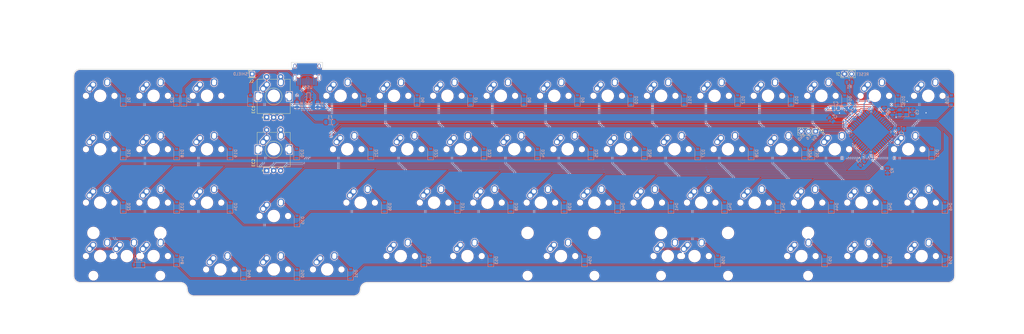
<source format=kicad_pcb>
(kicad_pcb (version 20171130) (host pcbnew 5.1.6+dfsg1-1)
  (layers (0 F.Cu signal) (31 B.Cu signal) (34 B.Paste user) (35 F.Paste user) (36 B.SilkS user) (37 F.SilkS user) (38 B.Mask user) (39 F.Mask user) (44 Edge.Cuts user))
  (net 0 "")
  (net 1 GND)
  (net 2 +5V)
  (net 3 "Net-(C5-Pad1)")
  (net 4 "Net-(C6-Pad1)")
  (net 5 "Net-(C7-Pad1)")
  (net 6 "Net-(D1-Pad2)")
  (net 7 ROW00)
  (net 8 "Net-(D2-Pad2)")
  (net 9 "Net-(D3-Pad2)")
  (net 10 "Net-(D5-Pad2)")
  (net 11 "Net-(D6-Pad2)")
  (net 12 "Net-(D7-Pad2)")
  (net 13 "Net-(D8-Pad2)")
  (net 14 "Net-(D9-Pad2)")
  (net 15 "Net-(D10-Pad2)")
  (net 16 "Net-(D11-Pad2)")
  (net 17 "Net-(D12-Pad2)")
  (net 18 "Net-(D13-Pad2)")
  (net 19 "Net-(D14-Pad2)")
  (net 20 "Net-(D15-Pad2)")
  (net 21 "Net-(D16-Pad2)")
  (net 22 "Net-(D17-Pad2)")
  (net 23 ROW01)
  (net 24 "Net-(D18-Pad2)")
  (net 25 "Net-(D19-Pad2)")
  (net 26 "Net-(D21-Pad2)")
  (net 27 "Net-(D22-Pad2)")
  (net 28 "Net-(D23-Pad2)")
  (net 29 "Net-(D24-Pad2)")
  (net 30 "Net-(D25-Pad2)")
  (net 31 "Net-(D26-Pad2)")
  (net 32 "Net-(D27-Pad2)")
  (net 33 "Net-(D28-Pad2)")
  (net 34 "Net-(D29-Pad2)")
  (net 35 "Net-(D30-Pad2)")
  (net 36 "Net-(D31-Pad2)")
  (net 37 "Net-(D32-Pad2)")
  (net 38 ROW02)
  (net 39 "Net-(D33-Pad2)")
  (net 40 "Net-(D34-Pad2)")
  (net 41 "Net-(D35-Pad2)")
  (net 42 "Net-(D36-Pad2)")
  (net 43 "Net-(D37-Pad2)")
  (net 44 "Net-(D38-Pad2)")
  (net 45 "Net-(D39-Pad2)")
  (net 46 "Net-(D40-Pad2)")
  (net 47 "Net-(D41-Pad2)")
  (net 48 "Net-(D42-Pad2)")
  (net 49 "Net-(D43-Pad2)")
  (net 50 "Net-(D44-Pad2)")
  (net 51 "Net-(D45-Pad2)")
  (net 52 "Net-(D46-Pad2)")
  (net 53 "Net-(D47-Pad2)")
  (net 54 ROW03)
  (net 55 "Net-(D48-Pad2)")
  (net 56 "Net-(D49-Pad2)")
  (net 57 "Net-(D50-Pad2)")
  (net 58 "Net-(D51-Pad2)")
  (net 59 "Net-(D52-Pad2)")
  (net 60 "Net-(D53-Pad2)")
  (net 61 "Net-(D54-Pad2)")
  (net 62 "Net-(D56-Pad2)")
  (net 63 "Net-(D57-Pad2)")
  (net 64 "Net-(D58-Pad2)")
  (net 65 "Net-(D59-Pad2)")
  (net 66 D+)
  (net 67 D-)
  (net 68 "Net-(J1-Pad2)")
  (net 69 COL00)
  (net 70 COL01)
  (net 71 COL02)
  (net 72 COL03)
  (net 73 COL04)
  (net 74 COL05)
  (net 75 COL06)
  (net 76 COL07)
  (net 77 COL08)
  (net 78 COL09)
  (net 79 COL10)
  (net 80 COL11)
  (net 81 COL12)
  (net 82 COL13)
  (net 83 COL14)
  (net 84 COL15)
  (net 85 "Net-(R2-Pad2)")
  (net 86 "Net-(R3-Pad2)")
  (net 87 "Net-(R4-Pad2)")
  (net 88 "Net-(U1-Pad42)")
  (net 89 "Net-(U1-Pad22)")
  (net 90 "Net-(USB1-Pad3)")
  (net 91 "Net-(USB1-Pad9)")
  (net 92 VCC)
  (net 93 ENC_A1)
  (net 94 ENC_S11)
  (net 95 ENC_A2)
  (net 96 ENC_S21)
  (net 97 ENC_B1)
  (net 98 ENC_B2)
  (net 99 "Net-(J2-Pad1)")
  (net 100 PIN_E6)
  (module Connector_PinHeader_2.54mm:PinHeader_1x03_P2.54mm_Vertical (layer F.Cu) (at 332.105 -259.588 270)
    (fp_text reference J3 (at 0 -2.33 90) (layer F.SilkS))
    (fp_text value Conn_01x03)
    (pad 3 thru_hole oval (at 0 5.08 270) (size 1.7 1.7) (drill 1) (layers *.Cu *.Mask) (net 1 GND))
    (pad 2 thru_hole oval (at 0 2.54 270) (size 1.7 1.7) (drill 1) (layers *.Cu *.Mask) (net 100 PIN_E6))
    (pad 1 thru_hole rect (at 0 0 270) (size 1.7 1.7) (drill 1) (layers *.Cu *.Mask) (net 2 +5V))
  )
  (module Connector_PinHeader_2.54mm:PinHeader_1x01_P2.54mm_Vertical (layer F.Cu) (at 131.191 -280.035)
    (fp_text reference J2 (at -0.254 2.6035) (layer F.SilkS))
    (fp_text value Conn_01x01)
    (pad 1 thru_hole rect (at 0 0) (size 1.7 1.7) (drill 1) (layers *.Cu *.Mask) (net 99 "Net-(J2-Pad1)"))
  )
  (module Capacitor_SMD:C_0805_2012Metric (layer B.Cu) (at 356.489 -266.954 90)
    (fp_text reference C8 (at 0 1.68 90) (layer B.SilkS) (effects (justify mirror)))
    (fp_text value 0.1uF)
    (pad 2 smd roundrect (at 0.95 0 90) (size 1 1.45) (layers B.Cu B.Paste B.Mask) (net 1 GND))
    (pad 1 smd roundrect (at -0.95 0 90) (size 1 1.45) (layers B.Cu B.Paste B.Mask) (net 2 +5V))
  )
  (module Rotary_Encoder:RotaryEncoder_Alps_EC11E-Switch_Vertical_H20mm (layer F.Cu) (at 136.351 -245.596 90)
    (fp_text reference EC2 (at 2.8 -4.7 90) (layer F.SilkS))
    (fp_text value Rotary_Encoder_Switch)
    (pad A thru_hole rect (at 0 0 90) (size 2 2) (drill 1) (layers *.Cu *.Mask) (net 95 ENC_A2))
    (pad C thru_hole circle (at 0 2.5 90) (size 2 2) (drill 1) (layers *.Cu *.Mask) (net 1 GND))
    (pad B thru_hole circle (at 0 5 90) (size 2 2) (drill 1) (layers *.Cu *.Mask) (net 98 ENC_B2))
    (pad MP thru_hole rect (at 7.5 -3.1 90) (size 3.2 2) (drill oval 2.8 1.5) (layers *.Cu *.Mask))
    (pad MP thru_hole rect (at 7.5 8.1 90) (size 3.2 2) (drill oval 2.8 1.5) (layers *.Cu *.Mask))
    (pad S2 thru_hole circle (at 14.5 0 90) (size 2 2) (drill 1) (layers *.Cu *.Mask) (net 72 COL03))
    (pad S1 thru_hole circle (at 14.5 5 90) (size 2 2) (drill 1) (layers *.Cu *.Mask) (net 96 ENC_S21))
  )
  (module Rotary_Encoder:RotaryEncoder_Alps_EC11E-Switch_Vertical_H20mm (layer F.Cu) (at 136.351 -264.541 90)
    (fp_text reference EC1 (at 2.8 -4.7 90) (layer F.SilkS))
    (fp_text value Rotary_Encoder_Switch)
    (pad A thru_hole rect (at 0 0 90) (size 2 2) (drill 1) (layers *.Cu *.Mask) (net 93 ENC_A1))
    (pad C thru_hole circle (at 0 2.5 90) (size 2 2) (drill 1) (layers *.Cu *.Mask) (net 1 GND))
    (pad B thru_hole circle (at 0 5 90) (size 2 2) (drill 1) (layers *.Cu *.Mask) (net 97 ENC_B1))
    (pad MP thru_hole rect (at 7.5 -3.1 90) (size 3.2 2) (drill oval 2.8 1.5) (layers *.Cu *.Mask))
    (pad MP thru_hole rect (at 7.5 8.1 90) (size 3.2 2) (drill oval 2.8 1.5) (layers *.Cu *.Mask))
    (pad S2 thru_hole circle (at 14.5 0 90) (size 2 2) (drill 1) (layers *.Cu *.Mask) (net 72 COL03))
    (pad S1 thru_hole circle (at 14.5 5 90) (size 2 2) (drill 1) (layers *.Cu *.Mask) (net 94 ENC_S11))
  )
  (module MX_Alps_Hybrid:MX-1U-NoLED (layer F.Cu) (at 281.78125 -253.20625)
    (fp_text reference MX27)
    (fp_text value SW_Push)
    (pad "" np_thru_hole circle (at 5.08 0 48.0996) (size 1.75 1.75) (drill 1.75) (layers *.Cu *.Mask))
    (pad "" np_thru_hole circle (at -5.08 0 48.0996) (size 1.75 1.75) (drill 1.75) (layers *.Cu *.Mask))
    (pad 1 thru_hole circle (at -2.5 -4) (size 2.25 2.25) (drill 1.47) (layers *.Cu B.Mask) (net 79 COL10))
    (pad "" np_thru_hole circle (at 0 0) (size 3.9878 3.9878) (drill 3.9878) (layers *.Cu *.Mask))
    (pad 1 thru_hole oval (at -3.81 -2.54 48.0996) (size 4.211556 2.25) (drill 1.47 (offset 0.980778 0)) (layers *.Cu B.Mask) (net 79 COL10))
    (pad 2 thru_hole circle (at 2.54 -5.08) (size 2.25 2.25) (drill 1.47) (layers *.Cu B.Mask) (net 32 "Net-(D27-Pad2)"))
    (pad 2 thru_hole oval (at 2.5 -4.5 86.0548) (size 2.831378 2.25) (drill 1.47 (offset 0.290689 0)) (layers *.Cu B.Mask) (net 32 "Net-(D27-Pad2)"))
  )
  (module MX_Alps_Hybrid:MX-1U-NoLED (layer F.Cu) (at 76.99375 -234.15625)
    (fp_text reference MX32)
    (fp_text value SW_Push)
    (pad "" np_thru_hole circle (at 5.08 0 48.0996) (size 1.75 1.75) (drill 1.75) (layers *.Cu *.Mask))
    (pad "" np_thru_hole circle (at -5.08 0 48.0996) (size 1.75 1.75) (drill 1.75) (layers *.Cu *.Mask))
    (pad 1 thru_hole circle (at -2.5 -4) (size 2.25 2.25) (drill 1.47) (layers *.Cu B.Mask) (net 69 COL00))
    (pad "" np_thru_hole circle (at 0 0) (size 3.9878 3.9878) (drill 3.9878) (layers *.Cu *.Mask))
    (pad 1 thru_hole oval (at -3.81 -2.54 48.0996) (size 4.211556 2.25) (drill 1.47 (offset 0.980778 0)) (layers *.Cu B.Mask) (net 69 COL00))
    (pad 2 thru_hole circle (at 2.54 -5.08) (size 2.25 2.25) (drill 1.47) (layers *.Cu B.Mask) (net 37 "Net-(D32-Pad2)"))
    (pad 2 thru_hole oval (at 2.5 -4.5 86.0548) (size 2.831378 2.25) (drill 1.47 (offset 0.290689 0)) (layers *.Cu B.Mask) (net 37 "Net-(D32-Pad2)"))
  )
  (module MX_Alps_Hybrid:MX-1U-NoLED (layer F.Cu) (at 138.90625 -272.25625)
    (fp_text reference MX4)
    (fp_text value SW_Push)
    (pad "" np_thru_hole circle (at 5.08 0 48.0996) (size 1.75 1.75) (drill 1.75) (layers *.Cu *.Mask))
    (pad "" np_thru_hole circle (at -5.08 0 48.0996) (size 1.75 1.75) (drill 1.75) (layers *.Cu *.Mask))
    (pad 1 thru_hole circle (at -2.5 -4) (size 2.25 2.25) (drill 1.47) (layers *.Cu B.Mask) (net 72 COL03))
    (pad "" np_thru_hole circle (at 0 0) (size 3.9878 3.9878) (drill 3.9878) (layers *.Cu *.Mask))
    (pad 1 thru_hole oval (at -3.81 -2.54 48.0996) (size 4.211556 2.25) (drill 1.47 (offset 0.980778 0)) (layers *.Cu B.Mask) (net 72 COL03))
    (pad 2 thru_hole circle (at 2.54 -5.08) (size 2.25 2.25) (drill 1.47) (layers *.Cu B.Mask) (net 94 ENC_S11))
    (pad 2 thru_hole oval (at 2.5 -4.5 86.0548) (size 2.831378 2.25) (drill 1.47 (offset 0.290689 0)) (layers *.Cu B.Mask) (net 94 ENC_S11))
  )
  (module MX_Alps_Hybrid:MX-1U-NoLED (layer F.Cu) (at 181.76875 -272.25625)
    (fp_text reference MX6)
    (fp_text value SW_Push)
    (pad "" np_thru_hole circle (at 5.08 0 48.0996) (size 1.75 1.75) (drill 1.75) (layers *.Cu *.Mask))
    (pad "" np_thru_hole circle (at -5.08 0 48.0996) (size 1.75 1.75) (drill 1.75) (layers *.Cu *.Mask))
    (pad 1 thru_hole circle (at -2.5 -4) (size 2.25 2.25) (drill 1.47) (layers *.Cu B.Mask) (net 74 COL05))
    (pad "" np_thru_hole circle (at 0 0) (size 3.9878 3.9878) (drill 3.9878) (layers *.Cu *.Mask))
    (pad 1 thru_hole oval (at -3.81 -2.54 48.0996) (size 4.211556 2.25) (drill 1.47 (offset 0.980778 0)) (layers *.Cu B.Mask) (net 74 COL05))
    (pad 2 thru_hole circle (at 2.54 -5.08) (size 2.25 2.25) (drill 1.47) (layers *.Cu B.Mask) (net 11 "Net-(D6-Pad2)"))
    (pad 2 thru_hole oval (at 2.5 -4.5 86.0548) (size 2.831378 2.25) (drill 1.47 (offset 0.290689 0)) (layers *.Cu B.Mask) (net 11 "Net-(D6-Pad2)"))
  )
  (module MX_Alps_Hybrid:MX-1U-NoLED (layer F.Cu) (at 76.99375 -272.25625)
    (fp_text reference MX1)
    (fp_text value SW_Push)
    (pad "" np_thru_hole circle (at 5.08 0 48.0996) (size 1.75 1.75) (drill 1.75) (layers *.Cu *.Mask))
    (pad "" np_thru_hole circle (at -5.08 0 48.0996) (size 1.75 1.75) (drill 1.75) (layers *.Cu *.Mask))
    (pad 1 thru_hole circle (at -2.5 -4) (size 2.25 2.25) (drill 1.47) (layers *.Cu B.Mask) (net 69 COL00))
    (pad "" np_thru_hole circle (at 0 0) (size 3.9878 3.9878) (drill 3.9878) (layers *.Cu *.Mask))
    (pad 1 thru_hole oval (at -3.81 -2.54 48.0996) (size 4.211556 2.25) (drill 1.47 (offset 0.980778 0)) (layers *.Cu B.Mask) (net 69 COL00))
    (pad 2 thru_hole circle (at 2.54 -5.08) (size 2.25 2.25) (drill 1.47) (layers *.Cu B.Mask) (net 6 "Net-(D1-Pad2)"))
    (pad 2 thru_hole oval (at 2.5 -4.5 86.0548) (size 2.831378 2.25) (drill 1.47 (offset 0.290689 0)) (layers *.Cu B.Mask) (net 6 "Net-(D1-Pad2)"))
  )
  (module Crystal:Crystal_SMD_3225-4Pin_3.2x2.5mm (layer B.Cu) (at 363.263 -266.407 180)
    (fp_text reference Y1 (at 0 2.45) (layer B.SilkS) (effects (justify mirror)))
    (fp_text value Crystal_GND24_Small)
    (pad 4 smd rect (at -1.1 0.85 180) (size 1.4 1.2) (layers B.Cu B.Paste B.Mask) (net 1 GND))
    (pad 3 smd rect (at 1.1 0.85 180) (size 1.4 1.2) (layers B.Cu B.Paste B.Mask) (net 4 "Net-(C6-Pad1)"))
    (pad 2 smd rect (at 1.1 -0.85 180) (size 1.4 1.2) (layers B.Cu B.Paste B.Mask) (net 1 GND))
    (pad 1 smd rect (at -1.1 -0.85 180) (size 1.4 1.2) (layers B.Cu B.Paste B.Mask) (net 3 "Net-(C5-Pad1)"))
  )
  (module Type-C:HRO-TYPE-C-31-M-12-HandSoldering (layer B.Cu) (at 150.749 -285.496)
    (fp_text reference USB1 (at 0 10.2) (layer B.SilkS) (effects (justify mirror)))
    (fp_text value HRO-TYPE-C-31-M-12)
    (pad 13 thru_hole oval (at 4.32 2.6) (size 1 1.6) (drill oval 0.6 1.2) (layers *.Cu F.Mask) (net 99 "Net-(J2-Pad1)"))
    (pad 13 thru_hole oval (at -4.32 2.6) (size 1 1.6) (drill oval 0.6 1.2) (layers *.Cu F.Mask) (net 99 "Net-(J2-Pad1)"))
    (pad 13 thru_hole oval (at 4.32 6.78) (size 1 2.1) (drill oval 0.6 1.7) (layers *.Cu F.Mask) (net 99 "Net-(J2-Pad1)"))
    (pad 13 thru_hole oval (at -4.32 6.78) (size 1 2.1) (drill oval 0.6 1.7) (layers *.Cu F.Mask) (net 99 "Net-(J2-Pad1)"))
    (pad "" np_thru_hole circle (at -2.89 6.25) (size 0.65 0.65) (drill 0.65) (layers *.Cu *.Mask))
    (pad "" np_thru_hole circle (at 2.89 6.25) (size 0.65 0.65) (drill 0.65) (layers *.Cu *.Mask))
    (pad 6 smd rect (at -0.25 8.195) (size 0.3 2.45) (layers B.Cu B.Paste B.Mask) (net 66 D+))
    (pad 7 smd rect (at 0.25 8.195) (size 0.3 2.45) (layers B.Cu B.Paste B.Mask) (net 67 D-))
    (pad 8 smd rect (at 0.75 8.195) (size 0.3 2.45) (layers B.Cu B.Paste B.Mask) (net 66 D+))
    (pad 5 smd rect (at -0.75 8.195) (size 0.3 2.45) (layers B.Cu B.Paste B.Mask) (net 67 D-))
    (pad 9 smd rect (at 1.25 8.195) (size 0.3 2.45) (layers B.Cu B.Paste B.Mask) (net 91 "Net-(USB1-Pad9)"))
    (pad 4 smd rect (at -1.25 8.195) (size 0.3 2.45) (layers B.Cu B.Paste B.Mask) (net 86 "Net-(R3-Pad2)"))
    (pad 10 smd rect (at 1.75 8.195) (size 0.3 2.45) (layers B.Cu B.Paste B.Mask) (net 87 "Net-(R4-Pad2)"))
    (pad 3 smd rect (at -1.75 8.195) (size 0.3 2.45) (layers B.Cu B.Paste B.Mask) (net 90 "Net-(USB1-Pad3)"))
    (pad 2 smd rect (at -2.45 8.195) (size 0.6 2.45) (layers B.Cu B.Paste B.Mask) (net 92 VCC))
    (pad 11 smd rect (at 2.45 8.195) (size 0.6 2.45) (layers B.Cu B.Paste B.Mask) (net 92 VCC))
    (pad 1 smd rect (at -3.225 8.195) (size 0.6 2.45) (layers B.Cu B.Paste B.Mask) (net 1 GND))
    (pad 12 smd rect (at 3.225 8.195) (size 0.6 2.45) (layers B.Cu B.Paste B.Mask) (net 1 GND))
  )
  (module Package_QFP:TQFP-44_10x10mm_P0.8mm (layer B.Cu) (at 351.84675 -259.40425 315)
    (fp_text reference U1 (at 0 7.45 135) (layer B.SilkS) (effects (justify mirror)))
    (fp_text value ATmega32U4-AU)
    (pad 44 smd rect (at -4 5.7 225) (size 1.5 0.55) (layers B.Cu B.Paste B.Mask) (net 2 +5V))
    (pad 43 smd rect (at -3.2 5.7 225) (size 1.5 0.55) (layers B.Cu B.Paste B.Mask) (net 1 GND))
    (pad 42 smd rect (at -2.4 5.7 225) (size 1.5 0.55) (layers B.Cu B.Paste B.Mask) (net 88 "Net-(U1-Pad42)"))
    (pad 41 smd rect (at -1.6 5.7 225) (size 1.5 0.55) (layers B.Cu B.Paste B.Mask) (net 69 COL00))
    (pad 40 smd rect (at -0.8 5.7 225) (size 1.5 0.55) (layers B.Cu B.Paste B.Mask) (net 70 COL01))
    (pad 39 smd rect (at 0 5.7 225) (size 1.5 0.55) (layers B.Cu B.Paste B.Mask) (net 71 COL02))
    (pad 38 smd rect (at 0.8 5.7 225) (size 1.5 0.55) (layers B.Cu B.Paste B.Mask) (net 72 COL03))
    (pad 37 smd rect (at 1.6 5.7 225) (size 1.5 0.55) (layers B.Cu B.Paste B.Mask) (net 73 COL04))
    (pad 36 smd rect (at 2.4 5.7 225) (size 1.5 0.55) (layers B.Cu B.Paste B.Mask) (net 74 COL05))
    (pad 35 smd rect (at 3.2 5.7 225) (size 1.5 0.55) (layers B.Cu B.Paste B.Mask) (net 1 GND))
    (pad 34 smd rect (at 4 5.7 225) (size 1.5 0.55) (layers B.Cu B.Paste B.Mask) (net 2 +5V))
    (pad 33 smd rect (at 5.7 4 315) (size 1.5 0.55) (layers B.Cu B.Paste B.Mask) (net 85 "Net-(R2-Pad2)"))
    (pad 32 smd rect (at 5.7 3.2 315) (size 1.5 0.55) (layers B.Cu B.Paste B.Mask) (net 75 COL06))
    (pad 31 smd rect (at 5.7 2.4 315) (size 1.5 0.55) (layers B.Cu B.Paste B.Mask) (net 76 COL07))
    (pad 30 smd rect (at 5.7 1.6 315) (size 1.5 0.55) (layers B.Cu B.Paste B.Mask) (net 77 COL08))
    (pad 29 smd rect (at 5.7 0.8 315) (size 1.5 0.55) (layers B.Cu B.Paste B.Mask) (net 78 COL09))
    (pad 28 smd rect (at 5.7 0 315) (size 1.5 0.55) (layers B.Cu B.Paste B.Mask) (net 79 COL10))
    (pad 27 smd rect (at 5.7 -0.8 315) (size 1.5 0.55) (layers B.Cu B.Paste B.Mask) (net 80 COL11))
    (pad 26 smd rect (at 5.7 -1.6 315) (size 1.5 0.55) (layers B.Cu B.Paste B.Mask) (net 81 COL12))
    (pad 25 smd rect (at 5.7 -2.4 315) (size 1.5 0.55) (layers B.Cu B.Paste B.Mask) (net 84 COL15))
    (pad 24 smd rect (at 5.7 -3.2 315) (size 1.5 0.55) (layers B.Cu B.Paste B.Mask) (net 2 +5V))
    (pad 23 smd rect (at 5.7 -4 315) (size 1.5 0.55) (layers B.Cu B.Paste B.Mask) (net 1 GND))
    (pad 22 smd rect (at 4 -5.7 225) (size 1.5 0.55) (layers B.Cu B.Paste B.Mask) (net 89 "Net-(U1-Pad22)"))
    (pad 21 smd rect (at 3.2 -5.7 225) (size 1.5 0.55) (layers B.Cu B.Paste B.Mask) (net 23 ROW01))
    (pad 20 smd rect (at 2.4 -5.7 225) (size 1.5 0.55) (layers B.Cu B.Paste B.Mask) (net 38 ROW02))
    (pad 19 smd rect (at 1.6 -5.7 225) (size 1.5 0.55) (layers B.Cu B.Paste B.Mask) (net 54 ROW03))
    (pad 18 smd rect (at 0.8 -5.7 225) (size 1.5 0.55) (layers B.Cu B.Paste B.Mask) (net 7 ROW00))
    (pad 17 smd rect (at 0 -5.7 225) (size 1.5 0.55) (layers B.Cu B.Paste B.Mask) (net 3 "Net-(C5-Pad1)"))
    (pad 16 smd rect (at -0.8 -5.7 225) (size 1.5 0.55) (layers B.Cu B.Paste B.Mask) (net 4 "Net-(C6-Pad1)"))
    (pad 15 smd rect (at -1.6 -5.7 225) (size 1.5 0.55) (layers B.Cu B.Paste B.Mask) (net 1 GND))
    (pad 14 smd rect (at -2.4 -5.7 225) (size 1.5 0.55) (layers B.Cu B.Paste B.Mask) (net 2 +5V))
    (pad 13 smd rect (at -3.2 -5.7 225) (size 1.5 0.55) (layers B.Cu B.Paste B.Mask) (net 68 "Net-(J1-Pad2)"))
    (pad 12 smd rect (at -4 -5.7 225) (size 1.5 0.55) (layers B.Cu B.Paste B.Mask) (net 93 ENC_A1))
    (pad 11 smd rect (at -5.7 -4 315) (size 1.5 0.55) (layers B.Cu B.Paste B.Mask) (net 97 ENC_B1))
    (pad 10 smd rect (at -5.7 -3.2 315) (size 1.5 0.55) (layers B.Cu B.Paste B.Mask) (net 83 COL14))
    (pad 9 smd rect (at -5.7 -2.4 315) (size 1.5 0.55) (layers B.Cu B.Paste B.Mask) (net 95 ENC_A2))
    (pad 8 smd rect (at -5.7 -1.6 315) (size 1.5 0.55) (layers B.Cu B.Paste B.Mask) (net 98 ENC_B2))
    (pad 7 smd rect (at -5.7 -0.8 315) (size 1.5 0.55) (layers B.Cu B.Paste B.Mask) (net 2 +5V))
    (pad 6 smd rect (at -5.7 0 315) (size 1.5 0.55) (layers B.Cu B.Paste B.Mask) (net 5 "Net-(C7-Pad1)"))
    (pad 5 smd rect (at -5.7 0.8 315) (size 1.5 0.55) (layers B.Cu B.Paste B.Mask) (net 1 GND))
    (pad 4 smd rect (at -5.7 1.6 315) (size 1.5 0.55) (layers B.Cu B.Paste B.Mask) (net 66 D+))
    (pad 3 smd rect (at -5.7 2.4 315) (size 1.5 0.55) (layers B.Cu B.Paste B.Mask) (net 67 D-))
    (pad 2 smd rect (at -5.7 3.2 315) (size 1.5 0.55) (layers B.Cu B.Paste B.Mask) (net 2 +5V))
    (pad 1 smd rect (at -5.7 4 315) (size 1.5 0.55) (layers B.Cu B.Paste B.Mask) (net 100 PIN_E6))
  )
  (module Resistor_SMD:R_0805_2012Metric (layer B.Cu) (at 154.559 -269.1365 90)
    (fp_text reference R4 (at 0 1.65 90) (layer B.SilkS) (effects (justify mirror)))
    (fp_text value 5.1k)
    (pad 1 smd roundrect (at -0.9125 0 90) (size 1.025 1.4) (layers B.Cu B.Paste B.Mask) (roundrect_rratio 0.243902) (net 1 GND))
    (pad 2 smd roundrect (at 0.9125 0 90) (size 1.025 1.4) (layers B.Cu B.Paste B.Mask) (roundrect_rratio 0.243902) (net 87 "Net-(R4-Pad2)"))
  )
  (module Resistor_SMD:R_0805_2012Metric (layer B.Cu) (at 147.193 -269.1365 90)
    (fp_text reference R3 (at 0 1.65 90) (layer B.SilkS) (effects (justify mirror)))
    (fp_text value 5.1k)
    (pad 1 smd roundrect (at -0.9125 0 90) (size 1.025 1.4) (layers B.Cu B.Paste B.Mask) (roundrect_rratio 0.243902) (net 1 GND))
    (pad 2 smd roundrect (at 0.9125 0 90) (size 1.025 1.4) (layers B.Cu B.Paste B.Mask) (roundrect_rratio 0.243902) (net 86 "Net-(R3-Pad2)"))
  )
  (module Resistor_SMD:R_0805_2012Metric (layer B.Cu) (at 357.759 -245.5945 90)
    (fp_text reference R2 (at 0 1.65 90) (layer B.SilkS) (effects (justify mirror)))
    (fp_text value R_Small)
    (pad 2 smd roundrect (at 0.9125 0 90) (size 1.025 1.4) (layers B.Cu B.Paste B.Mask) (roundrect_rratio 0.243902) (net 85 "Net-(R2-Pad2)"))
    (pad 1 smd roundrect (at -0.9125 0 90) (size 1.025 1.4) (layers B.Cu B.Paste B.Mask) (roundrect_rratio 0.243902) (net 1 GND))
  )
  (module Resistor_SMD:R_0805_2012Metric (layer B.Cu) (at 344.1465 -277.114)
    (fp_text reference R1 (at 0 1.65) (layer B.SilkS) (effects (justify mirror)))
    (fp_text value 10k)
    (pad 2 smd roundrect (at 0.9125 0) (size 1.025 1.4) (layers B.Cu B.Paste B.Mask) (roundrect_rratio 0.243902) (net 68 "Net-(J1-Pad2)"))
    (pad 1 smd roundrect (at -0.9125 0) (size 1.025 1.4) (layers B.Cu B.Paste B.Mask) (roundrect_rratio 0.243902) (net 2 +5V))
  )
  (module MX_Alps_Hybrid:MX-2U-ReversedStabilizers-NoLED (layer F.Cu) (at 86.51875 -215.10625)
    (fp_text reference MX60)
    (fp_text value SW_Push)
    (pad "" np_thru_hole circle (at 11.938 -8.255) (size 3.9878 3.9878) (drill 3.9878) (layers *.Cu *.Mask))
    (pad "" np_thru_hole circle (at -11.938 -8.255) (size 3.9878 3.9878) (drill 3.9878) (layers *.Cu *.Mask))
    (pad "" np_thru_hole circle (at 11.938 6.985) (size 3.048 3.048) (drill 3.048) (layers *.Cu *.Mask))
    (pad "" np_thru_hole circle (at -11.938 6.985) (size 3.048 3.048) (drill 3.048) (layers *.Cu *.Mask))
    (pad "" np_thru_hole circle (at 5.08 0 48.0996) (size 1.75 1.75) (drill 1.75) (layers *.Cu *.Mask))
    (pad "" np_thru_hole circle (at -5.08 0 48.0996) (size 1.75 1.75) (drill 1.75) (layers *.Cu *.Mask))
    (pad 1 thru_hole circle (at -2.5 -4) (size 2.25 2.25) (drill 1.47) (layers *.Cu B.Mask) (net 69 COL00))
    (pad "" np_thru_hole circle (at 0 0) (size 3.9878 3.9878) (drill 3.9878) (layers *.Cu *.Mask))
    (pad 1 thru_hole oval (at -3.81 -2.54 48.0996) (size 4.211556 2.25) (drill 1.47 (offset 0.980778 0)) (layers *.Cu B.Mask) (net 69 COL00))
    (pad 2 thru_hole circle (at 2.54 -5.08) (size 2.25 2.25) (drill 1.47) (layers *.Cu B.Mask) (net 53 "Net-(D47-Pad2)"))
    (pad 2 thru_hole oval (at 2.5 -4.5 86.0548) (size 2.831378 2.25) (drill 1.47 (offset 0.290689 0)) (layers *.Cu B.Mask) (net 53 "Net-(D47-Pad2)"))
  )
  (module MX_Alps_Hybrid:MX-1.25U-NoLED (layer F.Cu) (at 369.8875 -215.10625)
    (fp_text reference MX59)
    (fp_text value SW_Push)
    (pad "" np_thru_hole circle (at 5.08 0 48.0996) (size 1.75 1.75) (drill 1.75) (layers *.Cu *.Mask))
    (pad "" np_thru_hole circle (at -5.08 0 48.0996) (size 1.75 1.75) (drill 1.75) (layers *.Cu *.Mask))
    (pad 1 thru_hole circle (at -2.5 -4) (size 2.25 2.25) (drill 1.47) (layers *.Cu B.Mask) (net 84 COL15))
    (pad "" np_thru_hole circle (at 0 0) (size 3.9878 3.9878) (drill 3.9878) (layers *.Cu *.Mask))
    (pad 1 thru_hole oval (at -3.81 -2.54 48.0996) (size 4.211556 2.25) (drill 1.47 (offset 0.980778 0)) (layers *.Cu B.Mask) (net 84 COL15))
    (pad 2 thru_hole circle (at 2.54 -5.08) (size 2.25 2.25) (drill 1.47) (layers *.Cu B.Mask) (net 65 "Net-(D59-Pad2)"))
    (pad 2 thru_hole oval (at 2.5 -4.5 86.0548) (size 2.831378 2.25) (drill 1.47 (offset 0.290689 0)) (layers *.Cu B.Mask) (net 65 "Net-(D59-Pad2)"))
  )
  (module MX_Alps_Hybrid:MX-1U-NoLED (layer F.Cu) (at 348.45625 -215.10625)
    (fp_text reference MX58)
    (fp_text value SW_Push)
    (pad "" np_thru_hole circle (at 5.08 0 48.0996) (size 1.75 1.75) (drill 1.75) (layers *.Cu *.Mask))
    (pad "" np_thru_hole circle (at -5.08 0 48.0996) (size 1.75 1.75) (drill 1.75) (layers *.Cu *.Mask))
    (pad 1 thru_hole circle (at -2.5 -4) (size 2.25 2.25) (drill 1.47) (layers *.Cu B.Mask) (net 82 COL13))
    (pad "" np_thru_hole circle (at 0 0) (size 3.9878 3.9878) (drill 3.9878) (layers *.Cu *.Mask))
    (pad 1 thru_hole oval (at -3.81 -2.54 48.0996) (size 4.211556 2.25) (drill 1.47 (offset 0.980778 0)) (layers *.Cu B.Mask) (net 82 COL13))
    (pad 2 thru_hole circle (at 2.54 -5.08) (size 2.25 2.25) (drill 1.47) (layers *.Cu B.Mask) (net 64 "Net-(D58-Pad2)"))
    (pad 2 thru_hole oval (at 2.5 -4.5 86.0548) (size 2.831378 2.25) (drill 1.47 (offset 0.290689 0)) (layers *.Cu B.Mask) (net 64 "Net-(D58-Pad2)"))
  )
  (module MX_Alps_Hybrid:MX-1.25U-NoLED (layer F.Cu) (at 327.025 -215.10625)
    (fp_text reference MX57)
    (fp_text value SW_Push)
    (pad "" np_thru_hole circle (at 5.08 0 48.0996) (size 1.75 1.75) (drill 1.75) (layers *.Cu *.Mask))
    (pad "" np_thru_hole circle (at -5.08 0 48.0996) (size 1.75 1.75) (drill 1.75) (layers *.Cu *.Mask))
    (pad 1 thru_hole circle (at -2.5 -4) (size 2.25 2.25) (drill 1.47) (layers *.Cu B.Mask) (net 81 COL12))
    (pad "" np_thru_hole circle (at 0 0) (size 3.9878 3.9878) (drill 3.9878) (layers *.Cu *.Mask))
    (pad 1 thru_hole oval (at -3.81 -2.54 48.0996) (size 4.211556 2.25) (drill 1.47 (offset 0.980778 0)) (layers *.Cu B.Mask) (net 81 COL12))
    (pad 2 thru_hole circle (at 2.54 -5.08) (size 2.25 2.25) (drill 1.47) (layers *.Cu B.Mask) (net 63 "Net-(D57-Pad2)"))
    (pad 2 thru_hole oval (at 2.5 -4.5 86.0548) (size 2.831378 2.25) (drill 1.47 (offset 0.290689 0)) (layers *.Cu B.Mask) (net 63 "Net-(D57-Pad2)"))
  )
  (module MX_Alps_Hybrid:MX-2.75U-ReversedStabilizers-NoLED (layer F.Cu) (at 288.925 -215.10625)
    (fp_text reference MX56)
    (fp_text value SW_Push)
    (pad "" np_thru_hole circle (at 11.938 -8.255) (size 3.9878 3.9878) (drill 3.9878) (layers *.Cu *.Mask))
    (pad "" np_thru_hole circle (at -11.938 -8.255) (size 3.9878 3.9878) (drill 3.9878) (layers *.Cu *.Mask))
    (pad "" np_thru_hole circle (at 11.938 6.985) (size 3.048 3.048) (drill 3.048) (layers *.Cu *.Mask))
    (pad "" np_thru_hole circle (at -11.938 6.985) (size 3.048 3.048) (drill 3.048) (layers *.Cu *.Mask))
    (pad "" np_thru_hole circle (at 5.08 0 48.0996) (size 1.75 1.75) (drill 1.75) (layers *.Cu *.Mask))
    (pad "" np_thru_hole circle (at -5.08 0 48.0996) (size 1.75 1.75) (drill 1.75) (layers *.Cu *.Mask))
    (pad 1 thru_hole circle (at -2.5 -4) (size 2.25 2.25) (drill 1.47) (layers *.Cu B.Mask) (net 79 COL10))
    (pad "" np_thru_hole circle (at 0 0) (size 3.9878 3.9878) (drill 3.9878) (layers *.Cu *.Mask))
    (pad 1 thru_hole oval (at -3.81 -2.54 48.0996) (size 4.211556 2.25) (drill 1.47 (offset 0.980778 0)) (layers *.Cu B.Mask) (net 79 COL10))
    (pad 2 thru_hole circle (at 2.54 -5.08) (size 2.25 2.25) (drill 1.47) (layers *.Cu B.Mask) (net 62 "Net-(D56-Pad2)"))
    (pad 2 thru_hole oval (at 2.5 -4.5 86.0548) (size 2.831378 2.25) (drill 1.47 (offset 0.290689 0)) (layers *.Cu B.Mask) (net 62 "Net-(D56-Pad2)"))
  )
  (module MX_Alps_Hybrid:MX-6.25U-ReversedStabilizers-NoLED (layer F.Cu) (at 279.4 -215.10625)
    (fp_text reference MX55)
    (fp_text value SW_Push)
    (pad "" np_thru_hole circle (at 49.9999 -8.255) (size 3.9878 3.9878) (drill 3.9878) (layers *.Cu *.Mask))
    (pad "" np_thru_hole circle (at -49.9999 -8.255) (size 3.9878 3.9878) (drill 3.9878) (layers *.Cu *.Mask))
    (pad "" np_thru_hole circle (at 49.9999 6.985) (size 3.048 3.048) (drill 3.048) (layers *.Cu *.Mask))
    (pad "" np_thru_hole circle (at -49.9999 6.985) (size 3.048 3.048) (drill 3.048) (layers *.Cu *.Mask))
    (pad "" np_thru_hole circle (at 5.08 0 48.0996) (size 1.75 1.75) (drill 1.75) (layers *.Cu *.Mask))
    (pad "" np_thru_hole circle (at -5.08 0 48.0996) (size 1.75 1.75) (drill 1.75) (layers *.Cu *.Mask))
    (pad 1 thru_hole circle (at -2.5 -4) (size 2.25 2.25) (drill 1.47) (layers *.Cu B.Mask) (net 79 COL10))
    (pad "" np_thru_hole circle (at 0 0) (size 3.9878 3.9878) (drill 3.9878) (layers *.Cu *.Mask))
    (pad 1 thru_hole oval (at -3.81 -2.54 48.0996) (size 4.211556 2.25) (drill 1.47 (offset 0.980778 0)) (layers *.Cu B.Mask) (net 79 COL10))
    (pad 2 thru_hole circle (at 2.54 -5.08) (size 2.25 2.25) (drill 1.47) (layers *.Cu B.Mask) (net 62 "Net-(D56-Pad2)"))
    (pad 2 thru_hole oval (at 2.5 -4.5 86.0548) (size 2.831378 2.25) (drill 1.47 (offset 0.290689 0)) (layers *.Cu B.Mask) (net 62 "Net-(D56-Pad2)"))
  )
  (module MX_Alps_Hybrid:MX-2.25U-ReversedStabilizers-NoLED (layer F.Cu) (at 241.3 -215.10625)
    (fp_text reference MX54)
    (fp_text value SW_Push)
    (pad "" np_thru_hole circle (at 11.938 -8.255) (size 3.9878 3.9878) (drill 3.9878) (layers *.Cu *.Mask))
    (pad "" np_thru_hole circle (at -11.938 -8.255) (size 3.9878 3.9878) (drill 3.9878) (layers *.Cu *.Mask))
    (pad "" np_thru_hole circle (at 11.938 6.985) (size 3.048 3.048) (drill 3.048) (layers *.Cu *.Mask))
    (pad "" np_thru_hole circle (at -11.938 6.985) (size 3.048 3.048) (drill 3.048) (layers *.Cu *.Mask))
    (pad "" np_thru_hole circle (at 5.08 0 48.0996) (size 1.75 1.75) (drill 1.75) (layers *.Cu *.Mask))
    (pad "" np_thru_hole circle (at -5.08 0 48.0996) (size 1.75 1.75) (drill 1.75) (layers *.Cu *.Mask))
    (pad 1 thru_hole circle (at -2.5 -4) (size 2.25 2.25) (drill 1.47) (layers *.Cu B.Mask) (net 76 COL07))
    (pad "" np_thru_hole circle (at 0 0) (size 3.9878 3.9878) (drill 3.9878) (layers *.Cu *.Mask))
    (pad 1 thru_hole oval (at -3.81 -2.54 48.0996) (size 4.211556 2.25) (drill 1.47 (offset 0.980778 0)) (layers *.Cu B.Mask) (net 76 COL07))
    (pad 2 thru_hole circle (at 2.54 -5.08) (size 2.25 2.25) (drill 1.47) (layers *.Cu B.Mask) (net 61 "Net-(D54-Pad2)"))
    (pad 2 thru_hole oval (at 2.5 -4.5 86.0548) (size 2.831378 2.25) (drill 1.47 (offset 0.290689 0)) (layers *.Cu B.Mask) (net 61 "Net-(D54-Pad2)"))
  )
  (module MX_Alps_Hybrid:MX-1.25U-NoLED (layer F.Cu) (at 207.9625 -215.10625)
    (fp_text reference MX53)
    (fp_text value SW_Push)
    (pad "" np_thru_hole circle (at 5.08 0 48.0996) (size 1.75 1.75) (drill 1.75) (layers *.Cu *.Mask))
    (pad "" np_thru_hole circle (at -5.08 0 48.0996) (size 1.75 1.75) (drill 1.75) (layers *.Cu *.Mask))
    (pad 1 thru_hole circle (at -2.5 -4) (size 2.25 2.25) (drill 1.47) (layers *.Cu B.Mask) (net 75 COL06))
    (pad "" np_thru_hole circle (at 0 0) (size 3.9878 3.9878) (drill 3.9878) (layers *.Cu *.Mask))
    (pad 1 thru_hole oval (at -3.81 -2.54 48.0996) (size 4.211556 2.25) (drill 1.47 (offset 0.980778 0)) (layers *.Cu B.Mask) (net 75 COL06))
    (pad 2 thru_hole circle (at 2.54 -5.08) (size 2.25 2.25) (drill 1.47) (layers *.Cu B.Mask) (net 60 "Net-(D53-Pad2)"))
    (pad 2 thru_hole oval (at 2.5 -4.5 86.0548) (size 2.831378 2.25) (drill 1.47 (offset 0.290689 0)) (layers *.Cu B.Mask) (net 60 "Net-(D53-Pad2)"))
  )
  (module MX_Alps_Hybrid:MX-1.25U-NoLED (layer F.Cu) (at 184.15 -215.10625)
    (fp_text reference MX52)
    (fp_text value SW_Push)
    (pad "" np_thru_hole circle (at 5.08 0 48.0996) (size 1.75 1.75) (drill 1.75) (layers *.Cu *.Mask))
    (pad "" np_thru_hole circle (at -5.08 0 48.0996) (size 1.75 1.75) (drill 1.75) (layers *.Cu *.Mask))
    (pad 1 thru_hole circle (at -2.5 -4) (size 2.25 2.25) (drill 1.47) (layers *.Cu B.Mask) (net 74 COL05))
    (pad "" np_thru_hole circle (at 0 0) (size 3.9878 3.9878) (drill 3.9878) (layers *.Cu *.Mask))
    (pad 1 thru_hole oval (at -3.81 -2.54 48.0996) (size 4.211556 2.25) (drill 1.47 (offset 0.980778 0)) (layers *.Cu B.Mask) (net 74 COL05))
    (pad 2 thru_hole circle (at 2.54 -5.08) (size 2.25 2.25) (drill 1.47) (layers *.Cu B.Mask) (net 59 "Net-(D52-Pad2)"))
    (pad 2 thru_hole oval (at 2.5 -4.5 86.0548) (size 2.831378 2.25) (drill 1.47 (offset 0.290689 0)) (layers *.Cu B.Mask) (net 59 "Net-(D52-Pad2)"))
  )
  (module MX_Alps_Hybrid:MX-1U-NoLED (layer F.Cu) (at 157.95625 -210.34375)
    (fp_text reference MX51)
    (fp_text value SW_Push)
    (pad "" np_thru_hole circle (at 5.08 0 48.0996) (size 1.75 1.75) (drill 1.75) (layers *.Cu *.Mask))
    (pad "" np_thru_hole circle (at -5.08 0 48.0996) (size 1.75 1.75) (drill 1.75) (layers *.Cu *.Mask))
    (pad 1 thru_hole circle (at -2.5 -4) (size 2.25 2.25) (drill 1.47) (layers *.Cu B.Mask) (net 73 COL04))
    (pad "" np_thru_hole circle (at 0 0) (size 3.9878 3.9878) (drill 3.9878) (layers *.Cu *.Mask))
    (pad 1 thru_hole oval (at -3.81 -2.54 48.0996) (size 4.211556 2.25) (drill 1.47 (offset 0.980778 0)) (layers *.Cu B.Mask) (net 73 COL04))
    (pad 2 thru_hole circle (at 2.54 -5.08) (size 2.25 2.25) (drill 1.47) (layers *.Cu B.Mask) (net 58 "Net-(D51-Pad2)"))
    (pad 2 thru_hole oval (at 2.5 -4.5 86.0548) (size 2.831378 2.25) (drill 1.47 (offset 0.290689 0)) (layers *.Cu B.Mask) (net 58 "Net-(D51-Pad2)"))
  )
  (module MX_Alps_Hybrid:MX-1U-NoLED (layer F.Cu) (at 138.90625 -210.34375)
    (fp_text reference MX50)
    (fp_text value SW_Push)
    (pad "" np_thru_hole circle (at 5.08 0 48.0996) (size 1.75 1.75) (drill 1.75) (layers *.Cu *.Mask))
    (pad "" np_thru_hole circle (at -5.08 0 48.0996) (size 1.75 1.75) (drill 1.75) (layers *.Cu *.Mask))
    (pad 1 thru_hole circle (at -2.5 -4) (size 2.25 2.25) (drill 1.47) (layers *.Cu B.Mask) (net 72 COL03))
    (pad "" np_thru_hole circle (at 0 0) (size 3.9878 3.9878) (drill 3.9878) (layers *.Cu *.Mask))
    (pad 1 thru_hole oval (at -3.81 -2.54 48.0996) (size 4.211556 2.25) (drill 1.47 (offset 0.980778 0)) (layers *.Cu B.Mask) (net 72 COL03))
    (pad 2 thru_hole circle (at 2.54 -5.08) (size 2.25 2.25) (drill 1.47) (layers *.Cu B.Mask) (net 57 "Net-(D50-Pad2)"))
    (pad 2 thru_hole oval (at 2.5 -4.5 86.0548) (size 2.831378 2.25) (drill 1.47 (offset 0.290689 0)) (layers *.Cu B.Mask) (net 57 "Net-(D50-Pad2)"))
  )
  (module MX_Alps_Hybrid:MX-1U-NoLED (layer F.Cu) (at 119.85625 -210.34375)
    (fp_text reference MX49)
    (fp_text value SW_Push)
    (pad "" np_thru_hole circle (at 5.08 0 48.0996) (size 1.75 1.75) (drill 1.75) (layers *.Cu *.Mask))
    (pad "" np_thru_hole circle (at -5.08 0 48.0996) (size 1.75 1.75) (drill 1.75) (layers *.Cu *.Mask))
    (pad 1 thru_hole circle (at -2.5 -4) (size 2.25 2.25) (drill 1.47) (layers *.Cu B.Mask) (net 71 COL02))
    (pad "" np_thru_hole circle (at 0 0) (size 3.9878 3.9878) (drill 3.9878) (layers *.Cu *.Mask))
    (pad 1 thru_hole oval (at -3.81 -2.54 48.0996) (size 4.211556 2.25) (drill 1.47 (offset 0.980778 0)) (layers *.Cu B.Mask) (net 71 COL02))
    (pad 2 thru_hole circle (at 2.54 -5.08) (size 2.25 2.25) (drill 1.47) (layers *.Cu B.Mask) (net 56 "Net-(D49-Pad2)"))
    (pad 2 thru_hole oval (at 2.5 -4.5 86.0548) (size 2.831378 2.25) (drill 1.47 (offset 0.290689 0)) (layers *.Cu B.Mask) (net 56 "Net-(D49-Pad2)"))
  )
  (module MX_Alps_Hybrid:MX-1U-NoLED (layer F.Cu) (at 96.04375 -215.10625)
    (fp_text reference MX48)
    (fp_text value SW_Push)
    (pad "" np_thru_hole circle (at 5.08 0 48.0996) (size 1.75 1.75) (drill 1.75) (layers *.Cu *.Mask))
    (pad "" np_thru_hole circle (at -5.08 0 48.0996) (size 1.75 1.75) (drill 1.75) (layers *.Cu *.Mask))
    (pad 1 thru_hole circle (at -2.5 -4) (size 2.25 2.25) (drill 1.47) (layers *.Cu B.Mask) (net 70 COL01))
    (pad "" np_thru_hole circle (at 0 0) (size 3.9878 3.9878) (drill 3.9878) (layers *.Cu *.Mask))
    (pad 1 thru_hole oval (at -3.81 -2.54 48.0996) (size 4.211556 2.25) (drill 1.47 (offset 0.980778 0)) (layers *.Cu B.Mask) (net 70 COL01))
    (pad 2 thru_hole circle (at 2.54 -5.08) (size 2.25 2.25) (drill 1.47) (layers *.Cu B.Mask) (net 55 "Net-(D48-Pad2)"))
    (pad 2 thru_hole oval (at 2.5 -4.5 86.0548) (size 2.831378 2.25) (drill 1.47 (offset 0.290689 0)) (layers *.Cu B.Mask) (net 55 "Net-(D48-Pad2)"))
  )
  (module MX_Alps_Hybrid:MX-1U-NoLED (layer F.Cu) (at 76.99375 -215.10625)
    (fp_text reference MX47)
    (fp_text value SW_Push)
    (pad "" np_thru_hole circle (at 5.08 0 48.0996) (size 1.75 1.75) (drill 1.75) (layers *.Cu *.Mask))
    (pad "" np_thru_hole circle (at -5.08 0 48.0996) (size 1.75 1.75) (drill 1.75) (layers *.Cu *.Mask))
    (pad 1 thru_hole circle (at -2.5 -4) (size 2.25 2.25) (drill 1.47) (layers *.Cu B.Mask) (net 69 COL00))
    (pad "" np_thru_hole circle (at 0 0) (size 3.9878 3.9878) (drill 3.9878) (layers *.Cu *.Mask))
    (pad 1 thru_hole oval (at -3.81 -2.54 48.0996) (size 4.211556 2.25) (drill 1.47 (offset 0.980778 0)) (layers *.Cu B.Mask) (net 69 COL00))
    (pad 2 thru_hole circle (at 2.54 -5.08) (size 2.25 2.25) (drill 1.47) (layers *.Cu B.Mask) (net 53 "Net-(D47-Pad2)"))
    (pad 2 thru_hole oval (at 2.5 -4.5 86.0548) (size 2.831378 2.25) (drill 1.47 (offset 0.290689 0)) (layers *.Cu B.Mask) (net 53 "Net-(D47-Pad2)"))
  )
  (module MX_Alps_Hybrid:MX-1.25U-NoLED (layer F.Cu) (at 369.8875 -234.15625)
    (fp_text reference MX46)
    (fp_text value SW_Push)
    (pad "" np_thru_hole circle (at 5.08 0 48.0996) (size 1.75 1.75) (drill 1.75) (layers *.Cu *.Mask))
    (pad "" np_thru_hole circle (at -5.08 0 48.0996) (size 1.75 1.75) (drill 1.75) (layers *.Cu *.Mask))
    (pad 1 thru_hole circle (at -2.5 -4) (size 2.25 2.25) (drill 1.47) (layers *.Cu B.Mask) (net 84 COL15))
    (pad "" np_thru_hole circle (at 0 0) (size 3.9878 3.9878) (drill 3.9878) (layers *.Cu *.Mask))
    (pad 1 thru_hole oval (at -3.81 -2.54 48.0996) (size 4.211556 2.25) (drill 1.47 (offset 0.980778 0)) (layers *.Cu B.Mask) (net 84 COL15))
    (pad 2 thru_hole circle (at 2.54 -5.08) (size 2.25 2.25) (drill 1.47) (layers *.Cu B.Mask) (net 52 "Net-(D46-Pad2)"))
    (pad 2 thru_hole oval (at 2.5 -4.5 86.0548) (size 2.831378 2.25) (drill 1.47 (offset 0.290689 0)) (layers *.Cu B.Mask) (net 52 "Net-(D46-Pad2)"))
  )
  (module MX_Alps_Hybrid:MX-1U-NoLED (layer F.Cu) (at 348.45625 -234.15625)
    (fp_text reference MX45)
    (fp_text value SW_Push)
    (pad "" np_thru_hole circle (at 5.08 0 48.0996) (size 1.75 1.75) (drill 1.75) (layers *.Cu *.Mask))
    (pad "" np_thru_hole circle (at -5.08 0 48.0996) (size 1.75 1.75) (drill 1.75) (layers *.Cu *.Mask))
    (pad 1 thru_hole circle (at -2.5 -4) (size 2.25 2.25) (drill 1.47) (layers *.Cu B.Mask) (net 82 COL13))
    (pad "" np_thru_hole circle (at 0 0) (size 3.9878 3.9878) (drill 3.9878) (layers *.Cu *.Mask))
    (pad 1 thru_hole oval (at -3.81 -2.54 48.0996) (size 4.211556 2.25) (drill 1.47 (offset 0.980778 0)) (layers *.Cu B.Mask) (net 82 COL13))
    (pad 2 thru_hole circle (at 2.54 -5.08) (size 2.25 2.25) (drill 1.47) (layers *.Cu B.Mask) (net 51 "Net-(D45-Pad2)"))
    (pad 2 thru_hole oval (at 2.5 -4.5 86.0548) (size 2.831378 2.25) (drill 1.47 (offset 0.290689 0)) (layers *.Cu B.Mask) (net 51 "Net-(D45-Pad2)"))
  )
  (module MX_Alps_Hybrid:MX-1U-NoLED (layer F.Cu) (at 329.40625 -234.15625)
    (fp_text reference MX44)
    (fp_text value SW_Push)
    (pad "" np_thru_hole circle (at 5.08 0 48.0996) (size 1.75 1.75) (drill 1.75) (layers *.Cu *.Mask))
    (pad "" np_thru_hole circle (at -5.08 0 48.0996) (size 1.75 1.75) (drill 1.75) (layers *.Cu *.Mask))
    (pad 1 thru_hole circle (at -2.5 -4) (size 2.25 2.25) (drill 1.47) (layers *.Cu B.Mask) (net 81 COL12))
    (pad "" np_thru_hole circle (at 0 0) (size 3.9878 3.9878) (drill 3.9878) (layers *.Cu *.Mask))
    (pad 1 thru_hole oval (at -3.81 -2.54 48.0996) (size 4.211556 2.25) (drill 1.47 (offset 0.980778 0)) (layers *.Cu B.Mask) (net 81 COL12))
    (pad 2 thru_hole circle (at 2.54 -5.08) (size 2.25 2.25) (drill 1.47) (layers *.Cu B.Mask) (net 50 "Net-(D44-Pad2)"))
    (pad 2 thru_hole oval (at 2.5 -4.5 86.0548) (size 2.831378 2.25) (drill 1.47 (offset 0.290689 0)) (layers *.Cu B.Mask) (net 50 "Net-(D44-Pad2)"))
  )
  (module MX_Alps_Hybrid:MX-1U-NoLED (layer F.Cu) (at 310.35625 -234.15625)
    (fp_text reference MX43)
    (fp_text value SW_Push)
    (pad "" np_thru_hole circle (at 5.08 0 48.0996) (size 1.75 1.75) (drill 1.75) (layers *.Cu *.Mask))
    (pad "" np_thru_hole circle (at -5.08 0 48.0996) (size 1.75 1.75) (drill 1.75) (layers *.Cu *.Mask))
    (pad 1 thru_hole circle (at -2.5 -4) (size 2.25 2.25) (drill 1.47) (layers *.Cu B.Mask) (net 80 COL11))
    (pad "" np_thru_hole circle (at 0 0) (size 3.9878 3.9878) (drill 3.9878) (layers *.Cu *.Mask))
    (pad 1 thru_hole oval (at -3.81 -2.54 48.0996) (size 4.211556 2.25) (drill 1.47 (offset 0.980778 0)) (layers *.Cu B.Mask) (net 80 COL11))
    (pad 2 thru_hole circle (at 2.54 -5.08) (size 2.25 2.25) (drill 1.47) (layers *.Cu B.Mask) (net 49 "Net-(D43-Pad2)"))
    (pad 2 thru_hole oval (at 2.5 -4.5 86.0548) (size 2.831378 2.25) (drill 1.47 (offset 0.290689 0)) (layers *.Cu B.Mask) (net 49 "Net-(D43-Pad2)"))
  )
  (module MX_Alps_Hybrid:MX-1U-NoLED (layer F.Cu) (at 291.30625 -234.15625)
    (fp_text reference MX42)
    (fp_text value SW_Push)
    (pad "" np_thru_hole circle (at 5.08 0 48.0996) (size 1.75 1.75) (drill 1.75) (layers *.Cu *.Mask))
    (pad "" np_thru_hole circle (at -5.08 0 48.0996) (size 1.75 1.75) (drill 1.75) (layers *.Cu *.Mask))
    (pad 1 thru_hole circle (at -2.5 -4) (size 2.25 2.25) (drill 1.47) (layers *.Cu B.Mask) (net 79 COL10))
    (pad "" np_thru_hole circle (at 0 0) (size 3.9878 3.9878) (drill 3.9878) (layers *.Cu *.Mask))
    (pad 1 thru_hole oval (at -3.81 -2.54 48.0996) (size 4.211556 2.25) (drill 1.47 (offset 0.980778 0)) (layers *.Cu B.Mask) (net 79 COL10))
    (pad 2 thru_hole circle (at 2.54 -5.08) (size 2.25 2.25) (drill 1.47) (layers *.Cu B.Mask) (net 48 "Net-(D42-Pad2)"))
    (pad 2 thru_hole oval (at 2.5 -4.5 86.0548) (size 2.831378 2.25) (drill 1.47 (offset 0.290689 0)) (layers *.Cu B.Mask) (net 48 "Net-(D42-Pad2)"))
  )
  (module MX_Alps_Hybrid:MX-1U-NoLED (layer F.Cu) (at 272.25625 -234.15625)
    (fp_text reference MX41)
    (fp_text value SW_Push)
    (pad "" np_thru_hole circle (at 5.08 0 48.0996) (size 1.75 1.75) (drill 1.75) (layers *.Cu *.Mask))
    (pad "" np_thru_hole circle (at -5.08 0 48.0996) (size 1.75 1.75) (drill 1.75) (layers *.Cu *.Mask))
    (pad 1 thru_hole circle (at -2.5 -4) (size 2.25 2.25) (drill 1.47) (layers *.Cu B.Mask) (net 78 COL09))
    (pad "" np_thru_hole circle (at 0 0) (size 3.9878 3.9878) (drill 3.9878) (layers *.Cu *.Mask))
    (pad 1 thru_hole oval (at -3.81 -2.54 48.0996) (size 4.211556 2.25) (drill 1.47 (offset 0.980778 0)) (layers *.Cu B.Mask) (net 78 COL09))
    (pad 2 thru_hole circle (at 2.54 -5.08) (size 2.25 2.25) (drill 1.47) (layers *.Cu B.Mask) (net 47 "Net-(D41-Pad2)"))
    (pad 2 thru_hole oval (at 2.5 -4.5 86.0548) (size 2.831378 2.25) (drill 1.47 (offset 0.290689 0)) (layers *.Cu B.Mask) (net 47 "Net-(D41-Pad2)"))
  )
  (module MX_Alps_Hybrid:MX-1U-NoLED (layer F.Cu) (at 253.20625 -234.15625)
    (fp_text reference MX40)
    (fp_text value SW_Push)
    (pad "" np_thru_hole circle (at 5.08 0 48.0996) (size 1.75 1.75) (drill 1.75) (layers *.Cu *.Mask))
    (pad "" np_thru_hole circle (at -5.08 0 48.0996) (size 1.75 1.75) (drill 1.75) (layers *.Cu *.Mask))
    (pad 1 thru_hole circle (at -2.5 -4) (size 2.25 2.25) (drill 1.47) (layers *.Cu B.Mask) (net 77 COL08))
    (pad "" np_thru_hole circle (at 0 0) (size 3.9878 3.9878) (drill 3.9878) (layers *.Cu *.Mask))
    (pad 1 thru_hole oval (at -3.81 -2.54 48.0996) (size 4.211556 2.25) (drill 1.47 (offset 0.980778 0)) (layers *.Cu B.Mask) (net 77 COL08))
    (pad 2 thru_hole circle (at 2.54 -5.08) (size 2.25 2.25) (drill 1.47) (layers *.Cu B.Mask) (net 46 "Net-(D40-Pad2)"))
    (pad 2 thru_hole oval (at 2.5 -4.5 86.0548) (size 2.831378 2.25) (drill 1.47 (offset 0.290689 0)) (layers *.Cu B.Mask) (net 46 "Net-(D40-Pad2)"))
  )
  (module MX_Alps_Hybrid:MX-1U-NoLED (layer F.Cu) (at 234.15625 -234.15625)
    (fp_text reference MX39)
    (fp_text value SW_Push)
    (pad "" np_thru_hole circle (at 5.08 0 48.0996) (size 1.75 1.75) (drill 1.75) (layers *.Cu *.Mask))
    (pad "" np_thru_hole circle (at -5.08 0 48.0996) (size 1.75 1.75) (drill 1.75) (layers *.Cu *.Mask))
    (pad 1 thru_hole circle (at -2.5 -4) (size 2.25 2.25) (drill 1.47) (layers *.Cu B.Mask) (net 76 COL07))
    (pad "" np_thru_hole circle (at 0 0) (size 3.9878 3.9878) (drill 3.9878) (layers *.Cu *.Mask))
    (pad 1 thru_hole oval (at -3.81 -2.54 48.0996) (size 4.211556 2.25) (drill 1.47 (offset 0.980778 0)) (layers *.Cu B.Mask) (net 76 COL07))
    (pad 2 thru_hole circle (at 2.54 -5.08) (size 2.25 2.25) (drill 1.47) (layers *.Cu B.Mask) (net 45 "Net-(D39-Pad2)"))
    (pad 2 thru_hole oval (at 2.5 -4.5 86.0548) (size 2.831378 2.25) (drill 1.47 (offset 0.290689 0)) (layers *.Cu B.Mask) (net 45 "Net-(D39-Pad2)"))
  )
  (module MX_Alps_Hybrid:MX-1U-NoLED (layer F.Cu) (at 215.10625 -234.15625)
    (fp_text reference MX38)
    (fp_text value SW_Push)
    (pad "" np_thru_hole circle (at 5.08 0 48.0996) (size 1.75 1.75) (drill 1.75) (layers *.Cu *.Mask))
    (pad "" np_thru_hole circle (at -5.08 0 48.0996) (size 1.75 1.75) (drill 1.75) (layers *.Cu *.Mask))
    (pad 1 thru_hole circle (at -2.5 -4) (size 2.25 2.25) (drill 1.47) (layers *.Cu B.Mask) (net 75 COL06))
    (pad "" np_thru_hole circle (at 0 0) (size 3.9878 3.9878) (drill 3.9878) (layers *.Cu *.Mask))
    (pad 1 thru_hole oval (at -3.81 -2.54 48.0996) (size 4.211556 2.25) (drill 1.47 (offset 0.980778 0)) (layers *.Cu B.Mask) (net 75 COL06))
    (pad 2 thru_hole circle (at 2.54 -5.08) (size 2.25 2.25) (drill 1.47) (layers *.Cu B.Mask) (net 44 "Net-(D38-Pad2)"))
    (pad 2 thru_hole oval (at 2.5 -4.5 86.0548) (size 2.831378 2.25) (drill 1.47 (offset 0.290689 0)) (layers *.Cu B.Mask) (net 44 "Net-(D38-Pad2)"))
  )
  (module MX_Alps_Hybrid:MX-1U-NoLED (layer F.Cu) (at 196.05625 -234.15625)
    (fp_text reference MX37)
    (fp_text value SW_Push)
    (pad "" np_thru_hole circle (at 5.08 0 48.0996) (size 1.75 1.75) (drill 1.75) (layers *.Cu *.Mask))
    (pad "" np_thru_hole circle (at -5.08 0 48.0996) (size 1.75 1.75) (drill 1.75) (layers *.Cu *.Mask))
    (pad 1 thru_hole circle (at -2.5 -4) (size 2.25 2.25) (drill 1.47) (layers *.Cu B.Mask) (net 74 COL05))
    (pad "" np_thru_hole circle (at 0 0) (size 3.9878 3.9878) (drill 3.9878) (layers *.Cu *.Mask))
    (pad 1 thru_hole oval (at -3.81 -2.54 48.0996) (size 4.211556 2.25) (drill 1.47 (offset 0.980778 0)) (layers *.Cu B.Mask) (net 74 COL05))
    (pad 2 thru_hole circle (at 2.54 -5.08) (size 2.25 2.25) (drill 1.47) (layers *.Cu B.Mask) (net 43 "Net-(D37-Pad2)"))
    (pad 2 thru_hole oval (at 2.5 -4.5 86.0548) (size 2.831378 2.25) (drill 1.47 (offset 0.290689 0)) (layers *.Cu B.Mask) (net 43 "Net-(D37-Pad2)"))
  )
  (module MX_Alps_Hybrid:MX-1.75U-NoLED (layer F.Cu) (at 169.8625 -234.15625)
    (fp_text reference MX36)
    (fp_text value SW_Push)
    (pad "" np_thru_hole circle (at 5.08 0 48.0996) (size 1.75 1.75) (drill 1.75) (layers *.Cu *.Mask))
    (pad "" np_thru_hole circle (at -5.08 0 48.0996) (size 1.75 1.75) (drill 1.75) (layers *.Cu *.Mask))
    (pad 1 thru_hole circle (at -2.5 -4) (size 2.25 2.25) (drill 1.47) (layers *.Cu B.Mask) (net 73 COL04))
    (pad "" np_thru_hole circle (at 0 0) (size 3.9878 3.9878) (drill 3.9878) (layers *.Cu *.Mask))
    (pad 1 thru_hole oval (at -3.81 -2.54 48.0996) (size 4.211556 2.25) (drill 1.47 (offset 0.980778 0)) (layers *.Cu B.Mask) (net 73 COL04))
    (pad 2 thru_hole circle (at 2.54 -5.08) (size 2.25 2.25) (drill 1.47) (layers *.Cu B.Mask) (net 42 "Net-(D36-Pad2)"))
    (pad 2 thru_hole oval (at 2.5 -4.5 86.0548) (size 2.831378 2.25) (drill 1.47 (offset 0.290689 0)) (layers *.Cu B.Mask) (net 42 "Net-(D36-Pad2)"))
  )
  (module MX_Alps_Hybrid:MX-1U-NoLED (layer F.Cu) (at 138.90625 -229.39375)
    (fp_text reference MX35)
    (fp_text value SW_Push)
    (pad "" np_thru_hole circle (at 5.08 0 48.0996) (size 1.75 1.75) (drill 1.75) (layers *.Cu *.Mask))
    (pad "" np_thru_hole circle (at -5.08 0 48.0996) (size 1.75 1.75) (drill 1.75) (layers *.Cu *.Mask))
    (pad 1 thru_hole circle (at -2.5 -4) (size 2.25 2.25) (drill 1.47) (layers *.Cu B.Mask) (net 72 COL03))
    (pad "" np_thru_hole circle (at 0 0) (size 3.9878 3.9878) (drill 3.9878) (layers *.Cu *.Mask))
    (pad 1 thru_hole oval (at -3.81 -2.54 48.0996) (size 4.211556 2.25) (drill 1.47 (offset 0.980778 0)) (layers *.Cu B.Mask) (net 72 COL03))
    (pad 2 thru_hole circle (at 2.54 -5.08) (size 2.25 2.25) (drill 1.47) (layers *.Cu B.Mask) (net 41 "Net-(D35-Pad2)"))
    (pad 2 thru_hole oval (at 2.5 -4.5 86.0548) (size 2.831378 2.25) (drill 1.47 (offset 0.290689 0)) (layers *.Cu B.Mask) (net 41 "Net-(D35-Pad2)"))
  )
  (module MX_Alps_Hybrid:MX-1U-NoLED (layer F.Cu) (at 115.09375 -234.15625)
    (fp_text reference MX34)
    (fp_text value SW_Push)
    (pad "" np_thru_hole circle (at 5.08 0 48.0996) (size 1.75 1.75) (drill 1.75) (layers *.Cu *.Mask))
    (pad "" np_thru_hole circle (at -5.08 0 48.0996) (size 1.75 1.75) (drill 1.75) (layers *.Cu *.Mask))
    (pad 1 thru_hole circle (at -2.5 -4) (size 2.25 2.25) (drill 1.47) (layers *.Cu B.Mask) (net 71 COL02))
    (pad "" np_thru_hole circle (at 0 0) (size 3.9878 3.9878) (drill 3.9878) (layers *.Cu *.Mask))
    (pad 1 thru_hole oval (at -3.81 -2.54 48.0996) (size 4.211556 2.25) (drill 1.47 (offset 0.980778 0)) (layers *.Cu B.Mask) (net 71 COL02))
    (pad 2 thru_hole circle (at 2.54 -5.08) (size 2.25 2.25) (drill 1.47) (layers *.Cu B.Mask) (net 40 "Net-(D34-Pad2)"))
    (pad 2 thru_hole oval (at 2.5 -4.5 86.0548) (size 2.831378 2.25) (drill 1.47 (offset 0.290689 0)) (layers *.Cu B.Mask) (net 40 "Net-(D34-Pad2)"))
  )
  (module MX_Alps_Hybrid:MX-1U-NoLED (layer F.Cu) (at 96.04375 -234.15625)
    (fp_text reference MX33)
    (fp_text value SW_Push)
    (pad "" np_thru_hole circle (at 5.08 0 48.0996) (size 1.75 1.75) (drill 1.75) (layers *.Cu *.Mask))
    (pad "" np_thru_hole circle (at -5.08 0 48.0996) (size 1.75 1.75) (drill 1.75) (layers *.Cu *.Mask))
    (pad 1 thru_hole circle (at -2.5 -4) (size 2.25 2.25) (drill 1.47) (layers *.Cu B.Mask) (net 70 COL01))
    (pad "" np_thru_hole circle (at 0 0) (size 3.9878 3.9878) (drill 3.9878) (layers *.Cu *.Mask))
    (pad 1 thru_hole oval (at -3.81 -2.54 48.0996) (size 4.211556 2.25) (drill 1.47 (offset 0.980778 0)) (layers *.Cu B.Mask) (net 70 COL01))
    (pad 2 thru_hole circle (at 2.54 -5.08) (size 2.25 2.25) (drill 1.47) (layers *.Cu B.Mask) (net 39 "Net-(D33-Pad2)"))
    (pad 2 thru_hole oval (at 2.5 -4.5 86.0548) (size 2.831378 2.25) (drill 1.47 (offset 0.290689 0)) (layers *.Cu B.Mask) (net 39 "Net-(D33-Pad2)"))
  )
  (module MX_Alps_Hybrid:MX-1.75U-NoLED (layer F.Cu) (at 365.125 -253.20625)
    (fp_text reference MX31)
    (fp_text value SW_Push)
    (pad "" np_thru_hole circle (at 5.08 0 48.0996) (size 1.75 1.75) (drill 1.75) (layers *.Cu *.Mask))
    (pad "" np_thru_hole circle (at -5.08 0 48.0996) (size 1.75 1.75) (drill 1.75) (layers *.Cu *.Mask))
    (pad 1 thru_hole circle (at -2.5 -4) (size 2.25 2.25) (drill 1.47) (layers *.Cu B.Mask) (net 84 COL15))
    (pad "" np_thru_hole circle (at 0 0) (size 3.9878 3.9878) (drill 3.9878) (layers *.Cu *.Mask))
    (pad 1 thru_hole oval (at -3.81 -2.54 48.0996) (size 4.211556 2.25) (drill 1.47 (offset 0.980778 0)) (layers *.Cu B.Mask) (net 84 COL15))
    (pad 2 thru_hole circle (at 2.54 -5.08) (size 2.25 2.25) (drill 1.47) (layers *.Cu B.Mask) (net 36 "Net-(D31-Pad2)"))
    (pad 2 thru_hole oval (at 2.5 -4.5 86.0548) (size 2.831378 2.25) (drill 1.47 (offset 0.290689 0)) (layers *.Cu B.Mask) (net 36 "Net-(D31-Pad2)"))
  )
  (module MX_Alps_Hybrid:MX-1U-NoLED (layer F.Cu) (at 338.93125 -253.20625)
    (fp_text reference MX30)
    (fp_text value SW_Push)
    (pad "" np_thru_hole circle (at 5.08 0 48.0996) (size 1.75 1.75) (drill 1.75) (layers *.Cu *.Mask))
    (pad "" np_thru_hole circle (at -5.08 0 48.0996) (size 1.75 1.75) (drill 1.75) (layers *.Cu *.Mask))
    (pad 1 thru_hole circle (at -2.5 -4) (size 2.25 2.25) (drill 1.47) (layers *.Cu B.Mask) (net 82 COL13))
    (pad "" np_thru_hole circle (at 0 0) (size 3.9878 3.9878) (drill 3.9878) (layers *.Cu *.Mask))
    (pad 1 thru_hole oval (at -3.81 -2.54 48.0996) (size 4.211556 2.25) (drill 1.47 (offset 0.980778 0)) (layers *.Cu B.Mask) (net 82 COL13))
    (pad 2 thru_hole circle (at 2.54 -5.08) (size 2.25 2.25) (drill 1.47) (layers *.Cu B.Mask) (net 35 "Net-(D30-Pad2)"))
    (pad 2 thru_hole oval (at 2.5 -4.5 86.0548) (size 2.831378 2.25) (drill 1.47 (offset 0.290689 0)) (layers *.Cu B.Mask) (net 35 "Net-(D30-Pad2)"))
  )
  (module MX_Alps_Hybrid:MX-1U-NoLED (layer F.Cu) (at 319.88125 -253.20625)
    (fp_text reference MX29)
    (fp_text value SW_Push)
    (pad "" np_thru_hole circle (at 5.08 0 48.0996) (size 1.75 1.75) (drill 1.75) (layers *.Cu *.Mask))
    (pad "" np_thru_hole circle (at -5.08 0 48.0996) (size 1.75 1.75) (drill 1.75) (layers *.Cu *.Mask))
    (pad 1 thru_hole circle (at -2.5 -4) (size 2.25 2.25) (drill 1.47) (layers *.Cu B.Mask) (net 81 COL12))
    (pad "" np_thru_hole circle (at 0 0) (size 3.9878 3.9878) (drill 3.9878) (layers *.Cu *.Mask))
    (pad 1 thru_hole oval (at -3.81 -2.54 48.0996) (size 4.211556 2.25) (drill 1.47 (offset 0.980778 0)) (layers *.Cu B.Mask) (net 81 COL12))
    (pad 2 thru_hole circle (at 2.54 -5.08) (size 2.25 2.25) (drill 1.47) (layers *.Cu B.Mask) (net 34 "Net-(D29-Pad2)"))
    (pad 2 thru_hole oval (at 2.5 -4.5 86.0548) (size 2.831378 2.25) (drill 1.47 (offset 0.290689 0)) (layers *.Cu B.Mask) (net 34 "Net-(D29-Pad2)"))
  )
  (module MX_Alps_Hybrid:MX-1U-NoLED (layer F.Cu) (at 300.83125 -253.20625)
    (fp_text reference MX28)
    (fp_text value SW_Push)
    (pad "" np_thru_hole circle (at 5.08 0 48.0996) (size 1.75 1.75) (drill 1.75) (layers *.Cu *.Mask))
    (pad "" np_thru_hole circle (at -5.08 0 48.0996) (size 1.75 1.75) (drill 1.75) (layers *.Cu *.Mask))
    (pad 1 thru_hole circle (at -2.5 -4) (size 2.25 2.25) (drill 1.47) (layers *.Cu B.Mask) (net 80 COL11))
    (pad "" np_thru_hole circle (at 0 0) (size 3.9878 3.9878) (drill 3.9878) (layers *.Cu *.Mask))
    (pad 1 thru_hole oval (at -3.81 -2.54 48.0996) (size 4.211556 2.25) (drill 1.47 (offset 0.980778 0)) (layers *.Cu B.Mask) (net 80 COL11))
    (pad 2 thru_hole circle (at 2.54 -5.08) (size 2.25 2.25) (drill 1.47) (layers *.Cu B.Mask) (net 33 "Net-(D28-Pad2)"))
    (pad 2 thru_hole oval (at 2.5 -4.5 86.0548) (size 2.831378 2.25) (drill 1.47 (offset 0.290689 0)) (layers *.Cu B.Mask) (net 33 "Net-(D28-Pad2)"))
  )
  (module MX_Alps_Hybrid:MX-1U-NoLED (layer F.Cu) (at 262.73125 -253.20625)
    (fp_text reference MX26)
    (fp_text value SW_Push)
    (pad "" np_thru_hole circle (at 5.08 0 48.0996) (size 1.75 1.75) (drill 1.75) (layers *.Cu *.Mask))
    (pad "" np_thru_hole circle (at -5.08 0 48.0996) (size 1.75 1.75) (drill 1.75) (layers *.Cu *.Mask))
    (pad 1 thru_hole circle (at -2.5 -4) (size 2.25 2.25) (drill 1.47) (layers *.Cu B.Mask) (net 78 COL09))
    (pad "" np_thru_hole circle (at 0 0) (size 3.9878 3.9878) (drill 3.9878) (layers *.Cu *.Mask))
    (pad 1 thru_hole oval (at -3.81 -2.54 48.0996) (size 4.211556 2.25) (drill 1.47 (offset 0.980778 0)) (layers *.Cu B.Mask) (net 78 COL09))
    (pad 2 thru_hole circle (at 2.54 -5.08) (size 2.25 2.25) (drill 1.47) (layers *.Cu B.Mask) (net 31 "Net-(D26-Pad2)"))
    (pad 2 thru_hole oval (at 2.5 -4.5 86.0548) (size 2.831378 2.25) (drill 1.47 (offset 0.290689 0)) (layers *.Cu B.Mask) (net 31 "Net-(D26-Pad2)"))
  )
  (module MX_Alps_Hybrid:MX-1U-NoLED (layer F.Cu) (at 243.68125 -253.20625)
    (fp_text reference MX25)
    (fp_text value SW_Push)
    (pad "" np_thru_hole circle (at 5.08 0 48.0996) (size 1.75 1.75) (drill 1.75) (layers *.Cu *.Mask))
    (pad "" np_thru_hole circle (at -5.08 0 48.0996) (size 1.75 1.75) (drill 1.75) (layers *.Cu *.Mask))
    (pad 1 thru_hole circle (at -2.5 -4) (size 2.25 2.25) (drill 1.47) (layers *.Cu B.Mask) (net 77 COL08))
    (pad "" np_thru_hole circle (at 0 0) (size 3.9878 3.9878) (drill 3.9878) (layers *.Cu *.Mask))
    (pad 1 thru_hole oval (at -3.81 -2.54 48.0996) (size 4.211556 2.25) (drill 1.47 (offset 0.980778 0)) (layers *.Cu B.Mask) (net 77 COL08))
    (pad 2 thru_hole circle (at 2.54 -5.08) (size 2.25 2.25) (drill 1.47) (layers *.Cu B.Mask) (net 30 "Net-(D25-Pad2)"))
    (pad 2 thru_hole oval (at 2.5 -4.5 86.0548) (size 2.831378 2.25) (drill 1.47 (offset 0.290689 0)) (layers *.Cu B.Mask) (net 30 "Net-(D25-Pad2)"))
  )
  (module MX_Alps_Hybrid:MX-1U-NoLED (layer F.Cu) (at 224.63125 -253.20625)
    (fp_text reference MX24)
    (fp_text value SW_Push)
    (pad "" np_thru_hole circle (at 5.08 0 48.0996) (size 1.75 1.75) (drill 1.75) (layers *.Cu *.Mask))
    (pad "" np_thru_hole circle (at -5.08 0 48.0996) (size 1.75 1.75) (drill 1.75) (layers *.Cu *.Mask))
    (pad 1 thru_hole circle (at -2.5 -4) (size 2.25 2.25) (drill 1.47) (layers *.Cu B.Mask) (net 76 COL07))
    (pad "" np_thru_hole circle (at 0 0) (size 3.9878 3.9878) (drill 3.9878) (layers *.Cu *.Mask))
    (pad 1 thru_hole oval (at -3.81 -2.54 48.0996) (size 4.211556 2.25) (drill 1.47 (offset 0.980778 0)) (layers *.Cu B.Mask) (net 76 COL07))
    (pad 2 thru_hole circle (at 2.54 -5.08) (size 2.25 2.25) (drill 1.47) (layers *.Cu B.Mask) (net 29 "Net-(D24-Pad2)"))
    (pad 2 thru_hole oval (at 2.5 -4.5 86.0548) (size 2.831378 2.25) (drill 1.47 (offset 0.290689 0)) (layers *.Cu B.Mask) (net 29 "Net-(D24-Pad2)"))
  )
  (module MX_Alps_Hybrid:MX-1U-NoLED (layer F.Cu) (at 205.58125 -253.20625)
    (fp_text reference MX23)
    (fp_text value SW_Push)
    (pad "" np_thru_hole circle (at 5.08 0 48.0996) (size 1.75 1.75) (drill 1.75) (layers *.Cu *.Mask))
    (pad "" np_thru_hole circle (at -5.08 0 48.0996) (size 1.75 1.75) (drill 1.75) (layers *.Cu *.Mask))
    (pad 1 thru_hole circle (at -2.5 -4) (size 2.25 2.25) (drill 1.47) (layers *.Cu B.Mask) (net 75 COL06))
    (pad "" np_thru_hole circle (at 0 0) (size 3.9878 3.9878) (drill 3.9878) (layers *.Cu *.Mask))
    (pad 1 thru_hole oval (at -3.81 -2.54 48.0996) (size 4.211556 2.25) (drill 1.47 (offset 0.980778 0)) (layers *.Cu B.Mask) (net 75 COL06))
    (pad 2 thru_hole circle (at 2.54 -5.08) (size 2.25 2.25) (drill 1.47) (layers *.Cu B.Mask) (net 28 "Net-(D23-Pad2)"))
    (pad 2 thru_hole oval (at 2.5 -4.5 86.0548) (size 2.831378 2.25) (drill 1.47 (offset 0.290689 0)) (layers *.Cu B.Mask) (net 28 "Net-(D23-Pad2)"))
  )
  (module MX_Alps_Hybrid:MX-1U-NoLED (layer F.Cu) (at 186.53125 -253.20625)
    (fp_text reference MX22)
    (fp_text value SW_Push)
    (pad "" np_thru_hole circle (at 5.08 0 48.0996) (size 1.75 1.75) (drill 1.75) (layers *.Cu *.Mask))
    (pad "" np_thru_hole circle (at -5.08 0 48.0996) (size 1.75 1.75) (drill 1.75) (layers *.Cu *.Mask))
    (pad 1 thru_hole circle (at -2.5 -4) (size 2.25 2.25) (drill 1.47) (layers *.Cu B.Mask) (net 74 COL05))
    (pad "" np_thru_hole circle (at 0 0) (size 3.9878 3.9878) (drill 3.9878) (layers *.Cu *.Mask))
    (pad 1 thru_hole oval (at -3.81 -2.54 48.0996) (size 4.211556 2.25) (drill 1.47 (offset 0.980778 0)) (layers *.Cu B.Mask) (net 74 COL05))
    (pad 2 thru_hole circle (at 2.54 -5.08) (size 2.25 2.25) (drill 1.47) (layers *.Cu B.Mask) (net 27 "Net-(D22-Pad2)"))
    (pad 2 thru_hole oval (at 2.5 -4.5 86.0548) (size 2.831378 2.25) (drill 1.47 (offset 0.290689 0)) (layers *.Cu B.Mask) (net 27 "Net-(D22-Pad2)"))
  )
  (module MX_Alps_Hybrid:MX-1.25U-NoLED (layer F.Cu) (at 165.1 -253.20625)
    (fp_text reference MX21)
    (fp_text value SW_Push)
    (pad "" np_thru_hole circle (at 5.08 0 48.0996) (size 1.75 1.75) (drill 1.75) (layers *.Cu *.Mask))
    (pad "" np_thru_hole circle (at -5.08 0 48.0996) (size 1.75 1.75) (drill 1.75) (layers *.Cu *.Mask))
    (pad 1 thru_hole circle (at -2.5 -4) (size 2.25 2.25) (drill 1.47) (layers *.Cu B.Mask) (net 73 COL04))
    (pad "" np_thru_hole circle (at 0 0) (size 3.9878 3.9878) (drill 3.9878) (layers *.Cu *.Mask))
    (pad 1 thru_hole oval (at -3.81 -2.54 48.0996) (size 4.211556 2.25) (drill 1.47 (offset 0.980778 0)) (layers *.Cu B.Mask) (net 73 COL04))
    (pad 2 thru_hole circle (at 2.54 -5.08) (size 2.25 2.25) (drill 1.47) (layers *.Cu B.Mask) (net 26 "Net-(D21-Pad2)"))
    (pad 2 thru_hole oval (at 2.5 -4.5 86.0548) (size 2.831378 2.25) (drill 1.47 (offset 0.290689 0)) (layers *.Cu B.Mask) (net 26 "Net-(D21-Pad2)"))
  )
  (module MX_Alps_Hybrid:MX-1U-NoLED (layer F.Cu) (at 138.90625 -253.20625)
    (fp_text reference MX20)
    (fp_text value SW_Push)
    (pad "" np_thru_hole circle (at 5.08 0 48.0996) (size 1.75 1.75) (drill 1.75) (layers *.Cu *.Mask))
    (pad "" np_thru_hole circle (at -5.08 0 48.0996) (size 1.75 1.75) (drill 1.75) (layers *.Cu *.Mask))
    (pad 1 thru_hole circle (at -2.5 -4) (size 2.25 2.25) (drill 1.47) (layers *.Cu B.Mask) (net 72 COL03))
    (pad "" np_thru_hole circle (at 0 0) (size 3.9878 3.9878) (drill 3.9878) (layers *.Cu *.Mask))
    (pad 1 thru_hole oval (at -3.81 -2.54 48.0996) (size 4.211556 2.25) (drill 1.47 (offset 0.980778 0)) (layers *.Cu B.Mask) (net 72 COL03))
    (pad 2 thru_hole circle (at 2.54 -5.08) (size 2.25 2.25) (drill 1.47) (layers *.Cu B.Mask) (net 96 ENC_S21))
    (pad 2 thru_hole oval (at 2.5 -4.5 86.0548) (size 2.831378 2.25) (drill 1.47 (offset 0.290689 0)) (layers *.Cu B.Mask) (net 96 ENC_S21))
  )
  (module MX_Alps_Hybrid:MX-1U-NoLED (layer F.Cu) (at 115.09375 -253.20625)
    (fp_text reference MX19)
    (fp_text value SW_Push)
    (pad "" np_thru_hole circle (at 5.08 0 48.0996) (size 1.75 1.75) (drill 1.75) (layers *.Cu *.Mask))
    (pad "" np_thru_hole circle (at -5.08 0 48.0996) (size 1.75 1.75) (drill 1.75) (layers *.Cu *.Mask))
    (pad 1 thru_hole circle (at -2.5 -4) (size 2.25 2.25) (drill 1.47) (layers *.Cu B.Mask) (net 71 COL02))
    (pad "" np_thru_hole circle (at 0 0) (size 3.9878 3.9878) (drill 3.9878) (layers *.Cu *.Mask))
    (pad 1 thru_hole oval (at -3.81 -2.54 48.0996) (size 4.211556 2.25) (drill 1.47 (offset 0.980778 0)) (layers *.Cu B.Mask) (net 71 COL02))
    (pad 2 thru_hole circle (at 2.54 -5.08) (size 2.25 2.25) (drill 1.47) (layers *.Cu B.Mask) (net 25 "Net-(D19-Pad2)"))
    (pad 2 thru_hole oval (at 2.5 -4.5 86.0548) (size 2.831378 2.25) (drill 1.47 (offset 0.290689 0)) (layers *.Cu B.Mask) (net 25 "Net-(D19-Pad2)"))
  )
  (module MX_Alps_Hybrid:MX-1U-NoLED (layer F.Cu) (at 96.04375 -253.20625)
    (fp_text reference MX18)
    (fp_text value SW_Push)
    (pad "" np_thru_hole circle (at 5.08 0 48.0996) (size 1.75 1.75) (drill 1.75) (layers *.Cu *.Mask))
    (pad "" np_thru_hole circle (at -5.08 0 48.0996) (size 1.75 1.75) (drill 1.75) (layers *.Cu *.Mask))
    (pad 1 thru_hole circle (at -2.5 -4) (size 2.25 2.25) (drill 1.47) (layers *.Cu B.Mask) (net 70 COL01))
    (pad "" np_thru_hole circle (at 0 0) (size 3.9878 3.9878) (drill 3.9878) (layers *.Cu *.Mask))
    (pad 1 thru_hole oval (at -3.81 -2.54 48.0996) (size 4.211556 2.25) (drill 1.47 (offset 0.980778 0)) (layers *.Cu B.Mask) (net 70 COL01))
    (pad 2 thru_hole circle (at 2.54 -5.08) (size 2.25 2.25) (drill 1.47) (layers *.Cu B.Mask) (net 24 "Net-(D18-Pad2)"))
    (pad 2 thru_hole oval (at 2.5 -4.5 86.0548) (size 2.831378 2.25) (drill 1.47 (offset 0.290689 0)) (layers *.Cu B.Mask) (net 24 "Net-(D18-Pad2)"))
  )
  (module MX_Alps_Hybrid:MX-1U-NoLED (layer F.Cu) (at 76.99375 -253.20625)
    (fp_text reference MX17)
    (fp_text value SW_Push)
    (pad "" np_thru_hole circle (at 5.08 0 48.0996) (size 1.75 1.75) (drill 1.75) (layers *.Cu *.Mask))
    (pad "" np_thru_hole circle (at -5.08 0 48.0996) (size 1.75 1.75) (drill 1.75) (layers *.Cu *.Mask))
    (pad 1 thru_hole circle (at -2.5 -4) (size 2.25 2.25) (drill 1.47) (layers *.Cu B.Mask) (net 69 COL00))
    (pad "" np_thru_hole circle (at 0 0) (size 3.9878 3.9878) (drill 3.9878) (layers *.Cu *.Mask))
    (pad 1 thru_hole oval (at -3.81 -2.54 48.0996) (size 4.211556 2.25) (drill 1.47 (offset 0.980778 0)) (layers *.Cu B.Mask) (net 69 COL00))
    (pad 2 thru_hole circle (at 2.54 -5.08) (size 2.25 2.25) (drill 1.47) (layers *.Cu B.Mask) (net 22 "Net-(D17-Pad2)"))
    (pad 2 thru_hole oval (at 2.5 -4.5 86.0548) (size 2.831378 2.25) (drill 1.47 (offset 0.290689 0)) (layers *.Cu B.Mask) (net 22 "Net-(D17-Pad2)"))
  )
  (module MX_Alps_Hybrid:MX-1U-NoLED (layer F.Cu) (at 372.26875 -272.25625)
    (fp_text reference MX16)
    (fp_text value SW_Push)
    (pad "" np_thru_hole circle (at 5.08 0 48.0996) (size 1.75 1.75) (drill 1.75) (layers *.Cu *.Mask))
    (pad "" np_thru_hole circle (at -5.08 0 48.0996) (size 1.75 1.75) (drill 1.75) (layers *.Cu *.Mask))
    (pad 1 thru_hole circle (at -2.5 -4) (size 2.25 2.25) (drill 1.47) (layers *.Cu B.Mask) (net 84 COL15))
    (pad "" np_thru_hole circle (at 0 0) (size 3.9878 3.9878) (drill 3.9878) (layers *.Cu *.Mask))
    (pad 1 thru_hole oval (at -3.81 -2.54 48.0996) (size 4.211556 2.25) (drill 1.47 (offset 0.980778 0)) (layers *.Cu B.Mask) (net 84 COL15))
    (pad 2 thru_hole circle (at 2.54 -5.08) (size 2.25 2.25) (drill 1.47) (layers *.Cu B.Mask) (net 21 "Net-(D16-Pad2)"))
    (pad 2 thru_hole oval (at 2.5 -4.5 86.0548) (size 2.831378 2.25) (drill 1.47 (offset 0.290689 0)) (layers *.Cu B.Mask) (net 21 "Net-(D16-Pad2)"))
  )
  (module MX_Alps_Hybrid:MX-1U-NoLED (layer F.Cu) (at 353.21875 -272.25625)
    (fp_text reference MX15)
    (fp_text value SW_Push)
    (pad "" np_thru_hole circle (at 5.08 0 48.0996) (size 1.75 1.75) (drill 1.75) (layers *.Cu *.Mask))
    (pad "" np_thru_hole circle (at -5.08 0 48.0996) (size 1.75 1.75) (drill 1.75) (layers *.Cu *.Mask))
    (pad 1 thru_hole circle (at -2.5 -4) (size 2.25 2.25) (drill 1.47) (layers *.Cu B.Mask) (net 83 COL14))
    (pad "" np_thru_hole circle (at 0 0) (size 3.9878 3.9878) (drill 3.9878) (layers *.Cu *.Mask))
    (pad 1 thru_hole oval (at -3.81 -2.54 48.0996) (size 4.211556 2.25) (drill 1.47 (offset 0.980778 0)) (layers *.Cu B.Mask) (net 83 COL14))
    (pad 2 thru_hole circle (at 2.54 -5.08) (size 2.25 2.25) (drill 1.47) (layers *.Cu B.Mask) (net 20 "Net-(D15-Pad2)"))
    (pad 2 thru_hole oval (at 2.5 -4.5 86.0548) (size 2.831378 2.25) (drill 1.47 (offset 0.290689 0)) (layers *.Cu B.Mask) (net 20 "Net-(D15-Pad2)"))
  )
  (module MX_Alps_Hybrid:MX-1U-NoLED (layer F.Cu) (at 334.16875 -272.25625)
    (fp_text reference MX14)
    (fp_text value SW_Push)
    (pad "" np_thru_hole circle (at 5.08 0 48.0996) (size 1.75 1.75) (drill 1.75) (layers *.Cu *.Mask))
    (pad "" np_thru_hole circle (at -5.08 0 48.0996) (size 1.75 1.75) (drill 1.75) (layers *.Cu *.Mask))
    (pad 1 thru_hole circle (at -2.5 -4) (size 2.25 2.25) (drill 1.47) (layers *.Cu B.Mask) (net 82 COL13))
    (pad "" np_thru_hole circle (at 0 0) (size 3.9878 3.9878) (drill 3.9878) (layers *.Cu *.Mask))
    (pad 1 thru_hole oval (at -3.81 -2.54 48.0996) (size 4.211556 2.25) (drill 1.47 (offset 0.980778 0)) (layers *.Cu B.Mask) (net 82 COL13))
    (pad 2 thru_hole circle (at 2.54 -5.08) (size 2.25 2.25) (drill 1.47) (layers *.Cu B.Mask) (net 19 "Net-(D14-Pad2)"))
    (pad 2 thru_hole oval (at 2.5 -4.5 86.0548) (size 2.831378 2.25) (drill 1.47 (offset 0.290689 0)) (layers *.Cu B.Mask) (net 19 "Net-(D14-Pad2)"))
  )
  (module MX_Alps_Hybrid:MX-1U-NoLED (layer F.Cu) (at 315.11875 -272.25625)
    (fp_text reference MX13)
    (fp_text value SW_Push)
    (pad "" np_thru_hole circle (at 5.08 0 48.0996) (size 1.75 1.75) (drill 1.75) (layers *.Cu *.Mask))
    (pad "" np_thru_hole circle (at -5.08 0 48.0996) (size 1.75 1.75) (drill 1.75) (layers *.Cu *.Mask))
    (pad 1 thru_hole circle (at -2.5 -4) (size 2.25 2.25) (drill 1.47) (layers *.Cu B.Mask) (net 81 COL12))
    (pad "" np_thru_hole circle (at 0 0) (size 3.9878 3.9878) (drill 3.9878) (layers *.Cu *.Mask))
    (pad 1 thru_hole oval (at -3.81 -2.54 48.0996) (size 4.211556 2.25) (drill 1.47 (offset 0.980778 0)) (layers *.Cu B.Mask) (net 81 COL12))
    (pad 2 thru_hole circle (at 2.54 -5.08) (size 2.25 2.25) (drill 1.47) (layers *.Cu B.Mask) (net 18 "Net-(D13-Pad2)"))
    (pad 2 thru_hole oval (at 2.5 -4.5 86.0548) (size 2.831378 2.25) (drill 1.47 (offset 0.290689 0)) (layers *.Cu B.Mask) (net 18 "Net-(D13-Pad2)"))
  )
  (module MX_Alps_Hybrid:MX-1U-NoLED (layer F.Cu) (at 296.06875 -272.25625)
    (fp_text reference MX12)
    (fp_text value SW_Push)
    (pad "" np_thru_hole circle (at 5.08 0 48.0996) (size 1.75 1.75) (drill 1.75) (layers *.Cu *.Mask))
    (pad "" np_thru_hole circle (at -5.08 0 48.0996) (size 1.75 1.75) (drill 1.75) (layers *.Cu *.Mask))
    (pad 1 thru_hole circle (at -2.5 -4) (size 2.25 2.25) (drill 1.47) (layers *.Cu B.Mask) (net 80 COL11))
    (pad "" np_thru_hole circle (at 0 0) (size 3.9878 3.9878) (drill 3.9878) (layers *.Cu *.Mask))
    (pad 1 thru_hole oval (at -3.81 -2.54 48.0996) (size 4.211556 2.25) (drill 1.47 (offset 0.980778 0)) (layers *.Cu B.Mask) (net 80 COL11))
    (pad 2 thru_hole circle (at 2.54 -5.08) (size 2.25 2.25) (drill 1.47) (layers *.Cu B.Mask) (net 17 "Net-(D12-Pad2)"))
    (pad 2 thru_hole oval (at 2.5 -4.5 86.0548) (size 2.831378 2.25) (drill 1.47 (offset 0.290689 0)) (layers *.Cu B.Mask) (net 17 "Net-(D12-Pad2)"))
  )
  (module MX_Alps_Hybrid:MX-1U-NoLED (layer F.Cu) (at 277.01875 -272.25625)
    (fp_text reference MX11)
    (fp_text value SW_Push)
    (pad "" np_thru_hole circle (at 5.08 0 48.0996) (size 1.75 1.75) (drill 1.75) (layers *.Cu *.Mask))
    (pad "" np_thru_hole circle (at -5.08 0 48.0996) (size 1.75 1.75) (drill 1.75) (layers *.Cu *.Mask))
    (pad 1 thru_hole circle (at -2.5 -4) (size 2.25 2.25) (drill 1.47) (layers *.Cu B.Mask) (net 79 COL10))
    (pad "" np_thru_hole circle (at 0 0) (size 3.9878 3.9878) (drill 3.9878) (layers *.Cu *.Mask))
    (pad 1 thru_hole oval (at -3.81 -2.54 48.0996) (size 4.211556 2.25) (drill 1.47 (offset 0.980778 0)) (layers *.Cu B.Mask) (net 79 COL10))
    (pad 2 thru_hole circle (at 2.54 -5.08) (size 2.25 2.25) (drill 1.47) (layers *.Cu B.Mask) (net 16 "Net-(D11-Pad2)"))
    (pad 2 thru_hole oval (at 2.5 -4.5 86.0548) (size 2.831378 2.25) (drill 1.47 (offset 0.290689 0)) (layers *.Cu B.Mask) (net 16 "Net-(D11-Pad2)"))
  )
  (module MX_Alps_Hybrid:MX-1U-NoLED (layer F.Cu) (at 257.96875 -272.25625)
    (fp_text reference MX10)
    (fp_text value SW_Push)
    (pad "" np_thru_hole circle (at 5.08 0 48.0996) (size 1.75 1.75) (drill 1.75) (layers *.Cu *.Mask))
    (pad "" np_thru_hole circle (at -5.08 0 48.0996) (size 1.75 1.75) (drill 1.75) (layers *.Cu *.Mask))
    (pad 1 thru_hole circle (at -2.5 -4) (size 2.25 2.25) (drill 1.47) (layers *.Cu B.Mask) (net 78 COL09))
    (pad "" np_thru_hole circle (at 0 0) (size 3.9878 3.9878) (drill 3.9878) (layers *.Cu *.Mask))
    (pad 1 thru_hole oval (at -3.81 -2.54 48.0996) (size 4.211556 2.25) (drill 1.47 (offset 0.980778 0)) (layers *.Cu B.Mask) (net 78 COL09))
    (pad 2 thru_hole circle (at 2.54 -5.08) (size 2.25 2.25) (drill 1.47) (layers *.Cu B.Mask) (net 15 "Net-(D10-Pad2)"))
    (pad 2 thru_hole oval (at 2.5 -4.5 86.0548) (size 2.831378 2.25) (drill 1.47 (offset 0.290689 0)) (layers *.Cu B.Mask) (net 15 "Net-(D10-Pad2)"))
  )
  (module MX_Alps_Hybrid:MX-1U-NoLED (layer F.Cu) (at 238.91875 -272.25625)
    (fp_text reference MX9)
    (fp_text value SW_Push)
    (pad "" np_thru_hole circle (at 5.08 0 48.0996) (size 1.75 1.75) (drill 1.75) (layers *.Cu *.Mask))
    (pad "" np_thru_hole circle (at -5.08 0 48.0996) (size 1.75 1.75) (drill 1.75) (layers *.Cu *.Mask))
    (pad 1 thru_hole circle (at -2.5 -4) (size 2.25 2.25) (drill 1.47) (layers *.Cu B.Mask) (net 77 COL08))
    (pad "" np_thru_hole circle (at 0 0) (size 3.9878 3.9878) (drill 3.9878) (layers *.Cu *.Mask))
    (pad 1 thru_hole oval (at -3.81 -2.54 48.0996) (size 4.211556 2.25) (drill 1.47 (offset 0.980778 0)) (layers *.Cu B.Mask) (net 77 COL08))
    (pad 2 thru_hole circle (at 2.54 -5.08) (size 2.25 2.25) (drill 1.47) (layers *.Cu B.Mask) (net 14 "Net-(D9-Pad2)"))
    (pad 2 thru_hole oval (at 2.5 -4.5 86.0548) (size 2.831378 2.25) (drill 1.47 (offset 0.290689 0)) (layers *.Cu B.Mask) (net 14 "Net-(D9-Pad2)"))
  )
  (module MX_Alps_Hybrid:MX-1U-NoLED (layer F.Cu) (at 219.86875 -272.25625)
    (fp_text reference MX8)
    (fp_text value SW_Push)
    (pad "" np_thru_hole circle (at 5.08 0 48.0996) (size 1.75 1.75) (drill 1.75) (layers *.Cu *.Mask))
    (pad "" np_thru_hole circle (at -5.08 0 48.0996) (size 1.75 1.75) (drill 1.75) (layers *.Cu *.Mask))
    (pad 1 thru_hole circle (at -2.5 -4) (size 2.25 2.25) (drill 1.47) (layers *.Cu B.Mask) (net 76 COL07))
    (pad "" np_thru_hole circle (at 0 0) (size 3.9878 3.9878) (drill 3.9878) (layers *.Cu *.Mask))
    (pad 1 thru_hole oval (at -3.81 -2.54 48.0996) (size 4.211556 2.25) (drill 1.47 (offset 0.980778 0)) (layers *.Cu B.Mask) (net 76 COL07))
    (pad 2 thru_hole circle (at 2.54 -5.08) (size 2.25 2.25) (drill 1.47) (layers *.Cu B.Mask) (net 13 "Net-(D8-Pad2)"))
    (pad 2 thru_hole oval (at 2.5 -4.5 86.0548) (size 2.831378 2.25) (drill 1.47 (offset 0.290689 0)) (layers *.Cu B.Mask) (net 13 "Net-(D8-Pad2)"))
  )
  (module MX_Alps_Hybrid:MX-1U-NoLED (layer F.Cu) (at 200.81875 -272.25625)
    (fp_text reference MX7)
    (fp_text value SW_Push)
    (pad "" np_thru_hole circle (at 5.08 0 48.0996) (size 1.75 1.75) (drill 1.75) (layers *.Cu *.Mask))
    (pad "" np_thru_hole circle (at -5.08 0 48.0996) (size 1.75 1.75) (drill 1.75) (layers *.Cu *.Mask))
    (pad 1 thru_hole circle (at -2.5 -4) (size 2.25 2.25) (drill 1.47) (layers *.Cu B.Mask) (net 75 COL06))
    (pad "" np_thru_hole circle (at 0 0) (size 3.9878 3.9878) (drill 3.9878) (layers *.Cu *.Mask))
    (pad 1 thru_hole oval (at -3.81 -2.54 48.0996) (size 4.211556 2.25) (drill 1.47 (offset 0.980778 0)) (layers *.Cu B.Mask) (net 75 COL06))
    (pad 2 thru_hole circle (at 2.54 -5.08) (size 2.25 2.25) (drill 1.47) (layers *.Cu B.Mask) (net 12 "Net-(D7-Pad2)"))
    (pad 2 thru_hole oval (at 2.5 -4.5 86.0548) (size 2.831378 2.25) (drill 1.47 (offset 0.290689 0)) (layers *.Cu B.Mask) (net 12 "Net-(D7-Pad2)"))
  )
  (module MX_Alps_Hybrid:MX-1U-NoLED (layer F.Cu) (at 162.71875 -272.25625)
    (fp_text reference MX5)
    (fp_text value SW_Push)
    (pad "" np_thru_hole circle (at 5.08 0 48.0996) (size 1.75 1.75) (drill 1.75) (layers *.Cu *.Mask))
    (pad "" np_thru_hole circle (at -5.08 0 48.0996) (size 1.75 1.75) (drill 1.75) (layers *.Cu *.Mask))
    (pad 1 thru_hole circle (at -2.5 -4) (size 2.25 2.25) (drill 1.47) (layers *.Cu B.Mask) (net 73 COL04))
    (pad "" np_thru_hole circle (at 0 0) (size 3.9878 3.9878) (drill 3.9878) (layers *.Cu *.Mask))
    (pad 1 thru_hole oval (at -3.81 -2.54 48.0996) (size 4.211556 2.25) (drill 1.47 (offset 0.980778 0)) (layers *.Cu B.Mask) (net 73 COL04))
    (pad 2 thru_hole circle (at 2.54 -5.08) (size 2.25 2.25) (drill 1.47) (layers *.Cu B.Mask) (net 10 "Net-(D5-Pad2)"))
    (pad 2 thru_hole oval (at 2.5 -4.5 86.0548) (size 2.831378 2.25) (drill 1.47 (offset 0.290689 0)) (layers *.Cu B.Mask) (net 10 "Net-(D5-Pad2)"))
  )
  (module MX_Alps_Hybrid:MX-1U-NoLED (layer F.Cu) (at 115.09375 -272.25625)
    (fp_text reference MX3)
    (fp_text value SW_Push)
    (pad "" np_thru_hole circle (at 5.08 0 48.0996) (size 1.75 1.75) (drill 1.75) (layers *.Cu *.Mask))
    (pad "" np_thru_hole circle (at -5.08 0 48.0996) (size 1.75 1.75) (drill 1.75) (layers *.Cu *.Mask))
    (pad 1 thru_hole circle (at -2.5 -4) (size 2.25 2.25) (drill 1.47) (layers *.Cu B.Mask) (net 71 COL02))
    (pad "" np_thru_hole circle (at 0 0) (size 3.9878 3.9878) (drill 3.9878) (layers *.Cu *.Mask))
    (pad 1 thru_hole oval (at -3.81 -2.54 48.0996) (size 4.211556 2.25) (drill 1.47 (offset 0.980778 0)) (layers *.Cu B.Mask) (net 71 COL02))
    (pad 2 thru_hole circle (at 2.54 -5.08) (size 2.25 2.25) (drill 1.47) (layers *.Cu B.Mask) (net 9 "Net-(D3-Pad2)"))
    (pad 2 thru_hole oval (at 2.5 -4.5 86.0548) (size 2.831378 2.25) (drill 1.47 (offset 0.290689 0)) (layers *.Cu B.Mask) (net 9 "Net-(D3-Pad2)"))
  )
  (module MX_Alps_Hybrid:MX-1U-NoLED (layer F.Cu) (at 96.04375 -272.25625)
    (fp_text reference MX2)
    (fp_text value SW_Push)
    (pad "" np_thru_hole circle (at 5.08 0 48.0996) (size 1.75 1.75) (drill 1.75) (layers *.Cu *.Mask))
    (pad "" np_thru_hole circle (at -5.08 0 48.0996) (size 1.75 1.75) (drill 1.75) (layers *.Cu *.Mask))
    (pad 1 thru_hole circle (at -2.5 -4) (size 2.25 2.25) (drill 1.47) (layers *.Cu B.Mask) (net 70 COL01))
    (pad "" np_thru_hole circle (at 0 0) (size 3.9878 3.9878) (drill 3.9878) (layers *.Cu *.Mask))
    (pad 1 thru_hole oval (at -3.81 -2.54 48.0996) (size 4.211556 2.25) (drill 1.47 (offset 0.980778 0)) (layers *.Cu B.Mask) (net 70 COL01))
    (pad 2 thru_hole circle (at 2.54 -5.08) (size 2.25 2.25) (drill 1.47) (layers *.Cu B.Mask) (net 8 "Net-(D2-Pad2)"))
    (pad 2 thru_hole oval (at 2.5 -4.5 86.0548) (size 2.831378 2.25) (drill 1.47 (offset 0.290689 0)) (layers *.Cu B.Mask) (net 8 "Net-(D2-Pad2)"))
  )
  (module Connector_PinHeader_2.54mm:PinHeader_1x02_P2.54mm_Vertical (layer F.Cu) (at 342.392 -280.035 90)
    (fp_text reference J1 (at 0 -2.33 90) (layer F.SilkS))
    (fp_text value Conn_01x02)
    (pad 2 thru_hole oval (at 0 2.54 90) (size 1.7 1.7) (drill 1) (layers *.Cu *.Mask) (net 68 "Net-(J1-Pad2)"))
    (pad 1 thru_hole rect (at 0 0 90) (size 1.7 1.7) (drill 1) (layers *.Cu *.Mask) (net 1 GND))
  )
  (module Fuse:Fuse_1206_3216Metric (layer B.Cu) (at 158.874 -262.89 180)
    (fp_text reference F1 (at 0 1.82) (layer B.SilkS) (effects (justify mirror)))
    (fp_text value Polyfuse_Small)
    (pad 1 smd roundrect (at -1.4 0 180) (size 1.25 1.75) (layers B.Cu B.Paste B.Mask) (roundrect_rratio 0.2) (net 2 +5V))
    (pad 2 smd roundrect (at 1.4 0 180) (size 1.25 1.75) (layers B.Cu B.Paste B.Mask) (roundrect_rratio 0.2) (net 92 VCC))
  )
  (module random-keyboard-parts:SOT143B (layer B.Cu) (at 151.273 -271.907 180)
    (fp_text reference D60 (at 0 -2.45) (layer B.SilkS) (effects (justify mirror)))
    (fp_text value PRTR5V0U2X)
    (pad 3 smd rect (at 1 -0.95 270) (size 0.6 0.7) (layers B.Cu B.Paste B.Mask) (net 67 D-))
    (pad 2 smd rect (at -1 -0.95 270) (size 0.6 0.7) (layers B.Cu B.Paste B.Mask) (net 66 D+))
    (pad 4 smd rect (at 1 0.95 270) (size 0.6 0.7) (layers B.Cu B.Paste B.Mask) (net 92 VCC))
    (pad 1 smd rect (at -1 0.75 270) (size 1 0.7) (layers B.Cu B.Paste B.Mask) (net 1 GND))
  )
  (module Diode_SMD:D_SOD-123 (layer B.Cu) (at 378.206 -213.615 90)
    (fp_text reference D59 (at 0 2 90) (layer B.SilkS) (effects (justify mirror)))
    (fp_text value 1N4148)
    (pad 2 smd rect (at 1.65 0 90) (size 0.9 1.2) (layers B.Cu B.Paste B.Mask) (net 65 "Net-(D59-Pad2)"))
    (pad 1 smd rect (at -1.65 0 90) (size 0.9 1.2) (layers B.Cu B.Paste B.Mask) (net 54 ROW03))
  )
  (module Diode_SMD:D_SOD-123 (layer B.Cu) (at 356.743 -213.615 90)
    (fp_text reference D58 (at 0 2 90) (layer B.SilkS) (effects (justify mirror)))
    (fp_text value 1N4148)
    (pad 2 smd rect (at 1.65 0 90) (size 0.9 1.2) (layers B.Cu B.Paste B.Mask) (net 64 "Net-(D58-Pad2)"))
    (pad 1 smd rect (at -1.65 0 90) (size 0.9 1.2) (layers B.Cu B.Paste B.Mask) (net 54 ROW03))
  )
  (module Diode_SMD:D_SOD-123 (layer B.Cu) (at 335.28 -213.613 90)
    (fp_text reference D57 (at 0 2 90) (layer B.SilkS) (effects (justify mirror)))
    (fp_text value 1N4148)
    (pad 2 smd rect (at 1.65 0 90) (size 0.9 1.2) (layers B.Cu B.Paste B.Mask) (net 63 "Net-(D57-Pad2)"))
    (pad 1 smd rect (at -1.65 0 90) (size 0.9 1.2) (layers B.Cu B.Paste B.Mask) (net 54 ROW03))
  )
  (module Diode_SMD:D_SOD-123 (layer B.Cu) (at 297.18 -213.613 90)
    (fp_text reference D56 (at 0 2 90) (layer B.SilkS) (effects (justify mirror)))
    (fp_text value 1N4148)
    (pad 2 smd rect (at 1.65 0 90) (size 0.9 1.2) (layers B.Cu B.Paste B.Mask) (net 62 "Net-(D56-Pad2)"))
    (pad 1 smd rect (at -1.65 0 90) (size 0.9 1.2) (layers B.Cu B.Paste B.Mask) (net 54 ROW03))
  )
  (module Diode_SMD:D_SOD-123 (layer B.Cu) (at 249.682 -213.615 90)
    (fp_text reference D54 (at 0 2 90) (layer B.SilkS) (effects (justify mirror)))
    (fp_text value 1N4148)
    (pad 2 smd rect (at 1.65 0 90) (size 0.9 1.2) (layers B.Cu B.Paste B.Mask) (net 61 "Net-(D54-Pad2)"))
    (pad 1 smd rect (at -1.65 0 90) (size 0.9 1.2) (layers B.Cu B.Paste B.Mask) (net 54 ROW03))
  )
  (module Diode_SMD:D_SOD-123 (layer B.Cu) (at 216.281 -213.615 90)
    (fp_text reference D53 (at 0 2 90) (layer B.SilkS) (effects (justify mirror)))
    (fp_text value 1N4148)
    (pad 2 smd rect (at 1.65 0 90) (size 0.9 1.2) (layers B.Cu B.Paste B.Mask) (net 60 "Net-(D53-Pad2)"))
    (pad 1 smd rect (at -1.65 0 90) (size 0.9 1.2) (layers B.Cu B.Paste B.Mask) (net 54 ROW03))
  )
  (module Diode_SMD:D_SOD-123 (layer B.Cu) (at 192.405 -213.615 90)
    (fp_text reference D52 (at 0 2 90) (layer B.SilkS) (effects (justify mirror)))
    (fp_text value 1N4148)
    (pad 2 smd rect (at 1.65 0 90) (size 0.9 1.2) (layers B.Cu B.Paste B.Mask) (net 59 "Net-(D52-Pad2)"))
    (pad 1 smd rect (at -1.65 0 90) (size 0.9 1.2) (layers B.Cu B.Paste B.Mask) (net 54 ROW03))
  )
  (module Diode_SMD:D_SOD-123 (layer B.Cu) (at 166.243 -208.789 90)
    (fp_text reference D51 (at 0 2 90) (layer B.SilkS) (effects (justify mirror)))
    (fp_text value 1N4148)
    (pad 2 smd rect (at 1.65 0 90) (size 0.9 1.2) (layers B.Cu B.Paste B.Mask) (net 58 "Net-(D51-Pad2)"))
    (pad 1 smd rect (at -1.65 0 90) (size 0.9 1.2) (layers B.Cu B.Paste B.Mask) (net 54 ROW03))
  )
  (module Diode_SMD:D_SOD-123 (layer B.Cu) (at 147.193 -208.787 90)
    (fp_text reference D50 (at 0 2 90) (layer B.SilkS) (effects (justify mirror)))
    (fp_text value 1N4148)
    (pad 2 smd rect (at 1.65 0 90) (size 0.9 1.2) (layers B.Cu B.Paste B.Mask) (net 57 "Net-(D50-Pad2)"))
    (pad 1 smd rect (at -1.65 0 90) (size 0.9 1.2) (layers B.Cu B.Paste B.Mask) (net 54 ROW03))
  )
  (module Diode_SMD:D_SOD-123 (layer B.Cu) (at 128.143 -208.787 90)
    (fp_text reference D49 (at 0 2 90) (layer B.SilkS) (effects (justify mirror)))
    (fp_text value 1N4148)
    (pad 2 smd rect (at 1.65 0 90) (size 0.9 1.2) (layers B.Cu B.Paste B.Mask) (net 56 "Net-(D49-Pad2)"))
    (pad 1 smd rect (at -1.65 0 90) (size 0.9 1.2) (layers B.Cu B.Paste B.Mask) (net 54 ROW03))
  )
  (module Diode_SMD:D_SOD-123 (layer B.Cu) (at 104.267 -213.615 90)
    (fp_text reference D48 (at 0 2 90) (layer B.SilkS) (effects (justify mirror)))
    (fp_text value 1N4148)
    (pad 2 smd rect (at 1.65 0 90) (size 0.9 1.2) (layers B.Cu B.Paste B.Mask) (net 55 "Net-(D48-Pad2)"))
    (pad 1 smd rect (at -1.65 0 90) (size 0.9 1.2) (layers B.Cu B.Paste B.Mask) (net 54 ROW03))
  )
  (module Diode_SMD:D_SOD-123 (layer B.Cu) (at 90.677 -211.963 180)
    (fp_text reference D47 (at 0 2) (layer B.SilkS) (effects (justify mirror)))
    (fp_text value 1N4148)
    (pad 2 smd rect (at 1.65 0 180) (size 0.9 1.2) (layers B.Cu B.Paste B.Mask) (net 53 "Net-(D47-Pad2)"))
    (pad 1 smd rect (at -1.65 0 180) (size 0.9 1.2) (layers B.Cu B.Paste B.Mask) (net 54 ROW03))
  )
  (module Diode_SMD:D_SOD-123 (layer B.Cu) (at 378.206 -232.664 90)
    (fp_text reference D46 (at 0 2 90) (layer B.SilkS) (effects (justify mirror)))
    (fp_text value 1N4148)
    (pad 2 smd rect (at 1.65 0 90) (size 0.9 1.2) (layers B.Cu B.Paste B.Mask) (net 52 "Net-(D46-Pad2)"))
    (pad 1 smd rect (at -1.65 0 90) (size 0.9 1.2) (layers B.Cu B.Paste B.Mask) (net 38 ROW02))
  )
  (module Diode_SMD:D_SOD-123 (layer B.Cu) (at 356.743 -232.665 90)
    (fp_text reference D45 (at 0 2 90) (layer B.SilkS) (effects (justify mirror)))
    (fp_text value 1N4148)
    (pad 2 smd rect (at 1.65 0 90) (size 0.9 1.2) (layers B.Cu B.Paste B.Mask) (net 51 "Net-(D45-Pad2)"))
    (pad 1 smd rect (at -1.65 0 90) (size 0.9 1.2) (layers B.Cu B.Paste B.Mask) (net 38 ROW02))
  )
  (module Diode_SMD:D_SOD-123 (layer B.Cu) (at 337.693 -232.665 90)
    (fp_text reference D44 (at 0 2 90) (layer B.SilkS) (effects (justify mirror)))
    (fp_text value 1N4148)
    (pad 2 smd rect (at 1.65 0 90) (size 0.9 1.2) (layers B.Cu B.Paste B.Mask) (net 50 "Net-(D44-Pad2)"))
    (pad 1 smd rect (at -1.65 0 90) (size 0.9 1.2) (layers B.Cu B.Paste B.Mask) (net 38 ROW02))
  )
  (module Diode_SMD:D_SOD-123 (layer B.Cu) (at 318.643 -232.665 90)
    (fp_text reference D43 (at 0 2 90) (layer B.SilkS) (effects (justify mirror)))
    (fp_text value 1N4148)
    (pad 2 smd rect (at 1.65 0 90) (size 0.9 1.2) (layers B.Cu B.Paste B.Mask) (net 49 "Net-(D43-Pad2)"))
    (pad 1 smd rect (at -1.65 0 90) (size 0.9 1.2) (layers B.Cu B.Paste B.Mask) (net 38 ROW02))
  )
  (module Diode_SMD:D_SOD-123 (layer B.Cu) (at 299.593 -232.665 90)
    (fp_text reference D42 (at 0 2 90) (layer B.SilkS) (effects (justify mirror)))
    (fp_text value 1N4148)
    (pad 2 smd rect (at 1.65 0 90) (size 0.9 1.2) (layers B.Cu B.Paste B.Mask) (net 48 "Net-(D42-Pad2)"))
    (pad 1 smd rect (at -1.65 0 90) (size 0.9 1.2) (layers B.Cu B.Paste B.Mask) (net 38 ROW02))
  )
  (module Diode_SMD:D_SOD-123 (layer B.Cu) (at 280.543 -232.665 90)
    (fp_text reference D41 (at 0 2 90) (layer B.SilkS) (effects (justify mirror)))
    (fp_text value 1N4148)
    (pad 2 smd rect (at 1.65 0 90) (size 0.9 1.2) (layers B.Cu B.Paste B.Mask) (net 47 "Net-(D41-Pad2)"))
    (pad 1 smd rect (at -1.65 0 90) (size 0.9 1.2) (layers B.Cu B.Paste B.Mask) (net 38 ROW02))
  )
  (module Diode_SMD:D_SOD-123 (layer B.Cu) (at 261.493 -232.665 90)
    (fp_text reference D40 (at 0 2 90) (layer B.SilkS) (effects (justify mirror)))
    (fp_text value 1N4148)
    (pad 2 smd rect (at 1.65 0 90) (size 0.9 1.2) (layers B.Cu B.Paste B.Mask) (net 46 "Net-(D40-Pad2)"))
    (pad 1 smd rect (at -1.65 0 90) (size 0.9 1.2) (layers B.Cu B.Paste B.Mask) (net 38 ROW02))
  )
  (module Diode_SMD:D_SOD-123 (layer B.Cu) (at 242.443 -232.663 90)
    (fp_text reference D39 (at 0 2 90) (layer B.SilkS) (effects (justify mirror)))
    (fp_text value 1N4148)
    (pad 2 smd rect (at 1.65 0 90) (size 0.9 1.2) (layers B.Cu B.Paste B.Mask) (net 45 "Net-(D39-Pad2)"))
    (pad 1 smd rect (at -1.65 0 90) (size 0.9 1.2) (layers B.Cu B.Paste B.Mask) (net 38 ROW02))
  )
  (module Diode_SMD:D_SOD-123 (layer B.Cu) (at 223.393 -232.665 90)
    (fp_text reference D38 (at 0 2 90) (layer B.SilkS) (effects (justify mirror)))
    (fp_text value 1N4148)
    (pad 2 smd rect (at 1.65 0 90) (size 0.9 1.2) (layers B.Cu B.Paste B.Mask) (net 44 "Net-(D38-Pad2)"))
    (pad 1 smd rect (at -1.65 0 90) (size 0.9 1.2) (layers B.Cu B.Paste B.Mask) (net 38 ROW02))
  )
  (module Diode_SMD:D_SOD-123 (layer B.Cu) (at 204.343 -232.665 90)
    (fp_text reference D37 (at 0 2 90) (layer B.SilkS) (effects (justify mirror)))
    (fp_text value 1N4148)
    (pad 2 smd rect (at 1.65 0 90) (size 0.9 1.2) (layers B.Cu B.Paste B.Mask) (net 43 "Net-(D37-Pad2)"))
    (pad 1 smd rect (at -1.65 0 90) (size 0.9 1.2) (layers B.Cu B.Paste B.Mask) (net 38 ROW02))
  )
  (module Diode_SMD:D_SOD-123 (layer B.Cu) (at 178.308 -232.663 90)
    (fp_text reference D36 (at 0 2 90) (layer B.SilkS) (effects (justify mirror)))
    (fp_text value 1N4148)
    (pad 2 smd rect (at 1.65 0 90) (size 0.9 1.2) (layers B.Cu B.Paste B.Mask) (net 42 "Net-(D36-Pad2)"))
    (pad 1 smd rect (at -1.65 0 90) (size 0.9 1.2) (layers B.Cu B.Paste B.Mask) (net 38 ROW02))
  )
  (module Diode_SMD:D_SOD-123 (layer B.Cu) (at 147.193 -227.837 90)
    (fp_text reference D35 (at 0 2 90) (layer B.SilkS) (effects (justify mirror)))
    (fp_text value 1N4148)
    (pad 2 smd rect (at 1.65 0 90) (size 0.9 1.2) (layers B.Cu B.Paste B.Mask) (net 41 "Net-(D35-Pad2)"))
    (pad 1 smd rect (at -1.65 0 90) (size 0.9 1.2) (layers B.Cu B.Paste B.Mask) (net 38 ROW02))
  )
  (module Diode_SMD:D_SOD-123 (layer B.Cu) (at 123.317 -232.665 90)
    (fp_text reference D34 (at 0 2 90) (layer B.SilkS) (effects (justify mirror)))
    (fp_text value 1N4148)
    (pad 2 smd rect (at 1.65 0 90) (size 0.9 1.2) (layers B.Cu B.Paste B.Mask) (net 40 "Net-(D34-Pad2)"))
    (pad 1 smd rect (at -1.65 0 90) (size 0.9 1.2) (layers B.Cu B.Paste B.Mask) (net 38 ROW02))
  )
  (module Diode_SMD:D_SOD-123 (layer B.Cu) (at 104.267 -232.665 90)
    (fp_text reference D33 (at 0 2 90) (layer B.SilkS) (effects (justify mirror)))
    (fp_text value 1N4148)
    (pad 2 smd rect (at 1.65 0 90) (size 0.9 1.2) (layers B.Cu B.Paste B.Mask) (net 39 "Net-(D33-Pad2)"))
    (pad 1 smd rect (at -1.65 0 90) (size 0.9 1.2) (layers B.Cu B.Paste B.Mask) (net 38 ROW02))
  )
  (module Diode_SMD:D_SOD-123 (layer B.Cu) (at 85.217 -232.663 90)
    (fp_text reference D32 (at 0 2 90) (layer B.SilkS) (effects (justify mirror)))
    (fp_text value 1N4148)
    (pad 2 smd rect (at 1.65 0 90) (size 0.9 1.2) (layers B.Cu B.Paste B.Mask) (net 37 "Net-(D32-Pad2)"))
    (pad 1 smd rect (at -1.65 0 90) (size 0.9 1.2) (layers B.Cu B.Paste B.Mask) (net 38 ROW02))
  )
  (module Diode_SMD:D_SOD-123 (layer B.Cu) (at 373.507 -251.715 90)
    (fp_text reference D31 (at 0 2 90) (layer B.SilkS) (effects (justify mirror)))
    (fp_text value 1N4148)
    (pad 2 smd rect (at 1.65 0 90) (size 0.9 1.2) (layers B.Cu B.Paste B.Mask) (net 36 "Net-(D31-Pad2)"))
    (pad 1 smd rect (at -1.65 0 90) (size 0.9 1.2) (layers B.Cu B.Paste B.Mask) (net 23 ROW01))
  )
  (module Diode_SMD:D_SOD-123 (layer B.Cu) (at 330.708 -251.715 90)
    (fp_text reference D30 (at 0 2 90) (layer B.SilkS) (effects (justify mirror)))
    (fp_text value 1N4148)
    (pad 2 smd rect (at 1.65 0 90) (size 0.9 1.2) (layers B.Cu B.Paste B.Mask) (net 35 "Net-(D30-Pad2)"))
    (pad 1 smd rect (at -1.65 0 90) (size 0.9 1.2) (layers B.Cu B.Paste B.Mask) (net 23 ROW01))
  )
  (module Diode_SMD:D_SOD-123 (layer B.Cu) (at 328.168 -251.715 90)
    (fp_text reference D29 (at 0 2 90) (layer B.SilkS) (effects (justify mirror)))
    (fp_text value 1N4148)
    (pad 2 smd rect (at 1.65 0 90) (size 0.9 1.2) (layers B.Cu B.Paste B.Mask) (net 34 "Net-(D29-Pad2)"))
    (pad 1 smd rect (at -1.65 0 90) (size 0.9 1.2) (layers B.Cu B.Paste B.Mask) (net 23 ROW01))
  )
  (module Diode_SMD:D_SOD-123 (layer B.Cu) (at 309.118 -251.715 90)
    (fp_text reference D28 (at 0 2 90) (layer B.SilkS) (effects (justify mirror)))
    (fp_text value 1N4148)
    (pad 2 smd rect (at 1.65 0 90) (size 0.9 1.2) (layers B.Cu B.Paste B.Mask) (net 33 "Net-(D28-Pad2)"))
    (pad 1 smd rect (at -1.65 0 90) (size 0.9 1.2) (layers B.Cu B.Paste B.Mask) (net 23 ROW01))
  )
  (module Diode_SMD:D_SOD-123 (layer B.Cu) (at 290.068 -251.715 90)
    (fp_text reference D27 (at 0 2 90) (layer B.SilkS) (effects (justify mirror)))
    (fp_text value 1N4148)
    (pad 2 smd rect (at 1.65 0 90) (size 0.9 1.2) (layers B.Cu B.Paste B.Mask) (net 32 "Net-(D27-Pad2)"))
    (pad 1 smd rect (at -1.65 0 90) (size 0.9 1.2) (layers B.Cu B.Paste B.Mask) (net 23 ROW01))
  )
  (module Diode_SMD:D_SOD-123 (layer B.Cu) (at 271.018 -251.715 90)
    (fp_text reference D26 (at 0 2 90) (layer B.SilkS) (effects (justify mirror)))
    (fp_text value 1N4148)
    (pad 2 smd rect (at 1.65 0 90) (size 0.9 1.2) (layers B.Cu B.Paste B.Mask) (net 31 "Net-(D26-Pad2)"))
    (pad 1 smd rect (at -1.65 0 90) (size 0.9 1.2) (layers B.Cu B.Paste B.Mask) (net 23 ROW01))
  )
  (module Diode_SMD:D_SOD-123 (layer B.Cu) (at 251.968 -251.715 90)
    (fp_text reference D25 (at 0 2 90) (layer B.SilkS) (effects (justify mirror)))
    (fp_text value 1N4148)
    (pad 2 smd rect (at 1.65 0 90) (size 0.9 1.2) (layers B.Cu B.Paste B.Mask) (net 30 "Net-(D25-Pad2)"))
    (pad 1 smd rect (at -1.65 0 90) (size 0.9 1.2) (layers B.Cu B.Paste B.Mask) (net 23 ROW01))
  )
  (module Diode_SMD:D_SOD-123 (layer B.Cu) (at 232.918 -251.715 90)
    (fp_text reference D24 (at 0 2 90) (layer B.SilkS) (effects (justify mirror)))
    (fp_text value 1N4148)
    (pad 2 smd rect (at 1.65 0 90) (size 0.9 1.2) (layers B.Cu B.Paste B.Mask) (net 29 "Net-(D24-Pad2)"))
    (pad 1 smd rect (at -1.65 0 90) (size 0.9 1.2) (layers B.Cu B.Paste B.Mask) (net 23 ROW01))
  )
  (module Diode_SMD:D_SOD-123 (layer B.Cu) (at 213.868 -251.715 90)
    (fp_text reference D23 (at 0 2 90) (layer B.SilkS) (effects (justify mirror)))
    (fp_text value 1N4148)
    (pad 2 smd rect (at 1.65 0 90) (size 0.9 1.2) (layers B.Cu B.Paste B.Mask) (net 28 "Net-(D23-Pad2)"))
    (pad 1 smd rect (at -1.65 0 90) (size 0.9 1.2) (layers B.Cu B.Paste B.Mask) (net 23 ROW01))
  )
  (module Diode_SMD:D_SOD-123 (layer B.Cu) (at 194.818 -251.715 90)
    (fp_text reference D22 (at 0 2 90) (layer B.SilkS) (effects (justify mirror)))
    (fp_text value 1N4148)
    (pad 2 smd rect (at 1.65 0 90) (size 0.9 1.2) (layers B.Cu B.Paste B.Mask) (net 27 "Net-(D22-Pad2)"))
    (pad 1 smd rect (at -1.65 0 90) (size 0.9 1.2) (layers B.Cu B.Paste B.Mask) (net 23 ROW01))
  )
  (module Diode_SMD:D_SOD-123 (layer B.Cu) (at 173.482 -251.715 90)
    (fp_text reference D21 (at 0 2 90) (layer B.SilkS) (effects (justify mirror)))
    (fp_text value 1N4148)
    (pad 2 smd rect (at 1.65 0 90) (size 0.9 1.2) (layers B.Cu B.Paste B.Mask) (net 26 "Net-(D21-Pad2)"))
    (pad 1 smd rect (at -1.65 0 90) (size 0.9 1.2) (layers B.Cu B.Paste B.Mask) (net 23 ROW01))
  )
  (module Diode_SMD:D_SOD-123 (layer B.Cu) (at 147.066 -251.715 90)
    (fp_text reference D20 (at 0 2 90) (layer B.SilkS) (effects (justify mirror)))
    (fp_text value 1N4148)
    (pad 2 smd rect (at 1.65 0 90) (size 0.9 1.2) (layers B.Cu B.Paste B.Mask) (net 96 ENC_S21))
    (pad 1 smd rect (at -1.65 0 90) (size 0.9 1.2) (layers B.Cu B.Paste B.Mask) (net 23 ROW01))
  )
  (module Diode_SMD:D_SOD-123 (layer B.Cu) (at 123.317 -251.713 90)
    (fp_text reference D19 (at 0 2 90) (layer B.SilkS) (effects (justify mirror)))
    (fp_text value 1N4148)
    (pad 2 smd rect (at 1.65 0 90) (size 0.9 1.2) (layers B.Cu B.Paste B.Mask) (net 25 "Net-(D19-Pad2)"))
    (pad 1 smd rect (at -1.65 0 90) (size 0.9 1.2) (layers B.Cu B.Paste B.Mask) (net 23 ROW01))
  )
  (module Diode_SMD:D_SOD-123 (layer B.Cu) (at 104.267 -251.714 90)
    (fp_text reference D18 (at 0 2 90) (layer B.SilkS) (effects (justify mirror)))
    (fp_text value 1N4148)
    (pad 2 smd rect (at 1.65 0 90) (size 0.9 1.2) (layers B.Cu B.Paste B.Mask) (net 24 "Net-(D18-Pad2)"))
    (pad 1 smd rect (at -1.65 0 90) (size 0.9 1.2) (layers B.Cu B.Paste B.Mask) (net 23 ROW01))
  )
  (module Diode_SMD:D_SOD-123 (layer B.Cu) (at 85.217 -251.713 90)
    (fp_text reference D17 (at 0 2 90) (layer B.SilkS) (effects (justify mirror)))
    (fp_text value 1N4148)
    (pad 2 smd rect (at 1.65 0 90) (size 0.9 1.2) (layers B.Cu B.Paste B.Mask) (net 22 "Net-(D17-Pad2)"))
    (pad 1 smd rect (at -1.65 0 90) (size 0.9 1.2) (layers B.Cu B.Paste B.Mask) (net 23 ROW01))
  )
  (module Diode_SMD:D_SOD-123 (layer B.Cu) (at 380.492 -270.763 90)
    (fp_text reference D16 (at 0.001 -1.651 90) (layer B.SilkS) (effects (justify mirror)))
    (fp_text value 1N4148)
    (pad 2 smd rect (at 1.65 0 90) (size 0.9 1.2) (layers B.Cu B.Paste B.Mask) (net 21 "Net-(D16-Pad2)"))
    (pad 1 smd rect (at -1.65 0 90) (size 0.9 1.2) (layers B.Cu B.Paste B.Mask) (net 7 ROW00))
  )
  (module Diode_SMD:D_SOD-123 (layer B.Cu) (at 361.442 -270.763 90)
    (fp_text reference D15 (at 0 2 90) (layer B.SilkS) (effects (justify mirror)))
    (fp_text value 1N4148)
    (pad 2 smd rect (at 1.65 0 90) (size 0.9 1.2) (layers B.Cu B.Paste B.Mask) (net 20 "Net-(D15-Pad2)"))
    (pad 1 smd rect (at -1.65 0 90) (size 0.9 1.2) (layers B.Cu B.Paste B.Mask) (net 7 ROW00))
  )
  (module Diode_SMD:D_SOD-123 (layer B.Cu) (at 342.392 -270.765 90)
    (fp_text reference D14 (at 0 2 90) (layer B.SilkS) (effects (justify mirror)))
    (fp_text value 1N4148)
    (pad 2 smd rect (at 1.65 0 90) (size 0.9 1.2) (layers B.Cu B.Paste B.Mask) (net 19 "Net-(D14-Pad2)"))
    (pad 1 smd rect (at -1.65 0 90) (size 0.9 1.2) (layers B.Cu B.Paste B.Mask) (net 7 ROW00))
  )
  (module Diode_SMD:D_SOD-123 (layer B.Cu) (at 323.342 -270.765 90)
    (fp_text reference D13 (at 0 2 90) (layer B.SilkS) (effects (justify mirror)))
    (fp_text value 1N4148)
    (pad 2 smd rect (at 1.65 0 90) (size 0.9 1.2) (layers B.Cu B.Paste B.Mask) (net 18 "Net-(D13-Pad2)"))
    (pad 1 smd rect (at -1.65 0 90) (size 0.9 1.2) (layers B.Cu B.Paste B.Mask) (net 7 ROW00))
  )
  (module Diode_SMD:D_SOD-123 (layer B.Cu) (at 304.292 -270.765 90)
    (fp_text reference D12 (at 0 2 90) (layer B.SilkS) (effects (justify mirror)))
    (fp_text value 1N4148)
    (pad 2 smd rect (at 1.65 0 90) (size 0.9 1.2) (layers B.Cu B.Paste B.Mask) (net 17 "Net-(D12-Pad2)"))
    (pad 1 smd rect (at -1.65 0 90) (size 0.9 1.2) (layers B.Cu B.Paste B.Mask) (net 7 ROW00))
  )
  (module Diode_SMD:D_SOD-123 (layer B.Cu) (at 285.242 -270.764 90)
    (fp_text reference D11 (at 0 2 90) (layer B.SilkS) (effects (justify mirror)))
    (fp_text value 1N4148)
    (pad 2 smd rect (at 1.65 0 90) (size 0.9 1.2) (layers B.Cu B.Paste B.Mask) (net 16 "Net-(D11-Pad2)"))
    (pad 1 smd rect (at -1.65 0 90) (size 0.9 1.2) (layers B.Cu B.Paste B.Mask) (net 7 ROW00))
  )
  (module Diode_SMD:D_SOD-123 (layer B.Cu) (at 266.192 -270.765 90)
    (fp_text reference D10 (at 0 2 90) (layer B.SilkS) (effects (justify mirror)))
    (fp_text value 1N4148)
    (pad 2 smd rect (at 1.65 0 90) (size 0.9 1.2) (layers B.Cu B.Paste B.Mask) (net 15 "Net-(D10-Pad2)"))
    (pad 1 smd rect (at -1.65 0 90) (size 0.9 1.2) (layers B.Cu B.Paste B.Mask) (net 7 ROW00))
  )
  (module Diode_SMD:D_SOD-123 (layer B.Cu) (at 247.142 -270.765 90)
    (fp_text reference D9 (at 0 2 270) (layer B.SilkS) (effects (justify mirror)))
    (fp_text value 1N4148)
    (pad 2 smd rect (at 1.65 0 90) (size 0.9 1.2) (layers B.Cu B.Paste B.Mask) (net 14 "Net-(D9-Pad2)"))
    (pad 1 smd rect (at -1.65 0 90) (size 0.9 1.2) (layers B.Cu B.Paste B.Mask) (net 7 ROW00))
  )
  (module Diode_SMD:D_SOD-123 (layer B.Cu) (at 228.092 -270.764 90)
    (fp_text reference D8 (at 0 2 90) (layer B.SilkS) (effects (justify mirror)))
    (fp_text value 1N4148)
    (pad 2 smd rect (at 1.65 0 90) (size 0.9 1.2) (layers B.Cu B.Paste B.Mask) (net 13 "Net-(D8-Pad2)"))
    (pad 1 smd rect (at -1.65 0 90) (size 0.9 1.2) (layers B.Cu B.Paste B.Mask) (net 7 ROW00))
  )
  (module Diode_SMD:D_SOD-123 (layer B.Cu) (at 209.042 -270.765 90)
    (fp_text reference D7 (at 0 2 90) (layer B.SilkS) (effects (justify mirror)))
    (fp_text value 1N4148)
    (pad 2 smd rect (at 1.65 0 90) (size 0.9 1.2) (layers B.Cu B.Paste B.Mask) (net 12 "Net-(D7-Pad2)"))
    (pad 1 smd rect (at -1.65 0 90) (size 0.9 1.2) (layers B.Cu B.Paste B.Mask) (net 7 ROW00))
  )
  (module Diode_SMD:D_SOD-123 (layer B.Cu) (at 189.992 -270.763 90)
    (fp_text reference D6 (at 0 2 90) (layer B.SilkS) (effects (justify mirror)))
    (fp_text value 1N4148)
    (pad 2 smd rect (at 1.65 0 90) (size 0.9 1.2) (layers B.Cu B.Paste B.Mask) (net 11 "Net-(D6-Pad2)"))
    (pad 1 smd rect (at -1.65 0 90) (size 0.9 1.2) (layers B.Cu B.Paste B.Mask) (net 7 ROW00))
  )
  (module Diode_SMD:D_SOD-123 (layer B.Cu) (at 170.942 -270.764 90)
    (fp_text reference D5 (at 0 2 90) (layer B.SilkS) (effects (justify mirror)))
    (fp_text value 1N4148)
    (pad 2 smd rect (at 1.65 0 90) (size 0.9 1.2) (layers B.Cu B.Paste B.Mask) (net 10 "Net-(D5-Pad2)"))
    (pad 1 smd rect (at -1.65 0 90) (size 0.9 1.2) (layers B.Cu B.Paste B.Mask) (net 7 ROW00))
  )
  (module Diode_SMD:D_SOD-123 (layer B.Cu) (at 130.556 -270.765 90)
    (fp_text reference D4 (at 0 2 90) (layer B.SilkS) (effects (justify mirror)))
    (fp_text value 1N4148)
    (pad 1 smd rect (at -1.65 0 90) (size 0.9 1.2) (layers B.Cu B.Paste B.Mask) (net 7 ROW00))
    (pad 2 smd rect (at 1.65 0 90) (size 0.9 1.2) (layers B.Cu B.Paste B.Mask) (net 94 ENC_S11))
  )
  (module Diode_SMD:D_SOD-123 (layer B.Cu) (at 106.807 -270.765 90)
    (fp_text reference D3 (at 0 2 90) (layer B.SilkS) (effects (justify mirror)))
    (fp_text value 1N4148)
    (pad 2 smd rect (at 1.65 0 90) (size 0.9 1.2) (layers B.Cu B.Paste B.Mask) (net 9 "Net-(D3-Pad2)"))
    (pad 1 smd rect (at -1.65 0 90) (size 0.9 1.2) (layers B.Cu B.Paste B.Mask) (net 7 ROW00))
  )
  (module Diode_SMD:D_SOD-123 (layer B.Cu) (at 104.267 -270.764 90)
    (fp_text reference D2 (at 0 -1.651 90) (layer B.SilkS) (effects (justify mirror)))
    (fp_text value 1N4148)
    (pad 2 smd rect (at 1.65 0 90) (size 0.9 1.2) (layers B.Cu B.Paste B.Mask) (net 8 "Net-(D2-Pad2)"))
    (pad 1 smd rect (at -1.65 0 90) (size 0.9 1.2) (layers B.Cu B.Paste B.Mask) (net 7 ROW00))
  )
  (module Diode_SMD:D_SOD-123 (layer B.Cu) (at 85.217 -270.763 90)
    (fp_text reference D1 (at 0 2 90) (layer B.SilkS) (effects (justify mirror)))
    (fp_text value 1N4148)
    (pad 2 smd rect (at 1.65 0 90) (size 0.9 1.2) (layers B.Cu B.Paste B.Mask) (net 6 "Net-(D1-Pad2)"))
    (pad 1 smd rect (at -1.65 0 90) (size 0.9 1.2) (layers B.Cu B.Paste B.Mask) (net 7 ROW00))
  )
  (module Capacitor_SMD:C_0805_2012Metric (layer B.Cu) (at 339.278 -267.843 180)
    (fp_text reference C7 (at 0 1.68) (layer B.SilkS) (effects (justify mirror)))
    (fp_text value 1uF)
    (pad 2 smd roundrect (at 0.95 0 180) (size 1 1.45) (layers B.Cu B.Paste B.Mask) (net 1 GND))
    (pad 1 smd roundrect (at -0.95 0 180) (size 1 1.45) (layers B.Cu B.Paste B.Mask) (net 5 "Net-(C7-Pad1)"))
  )
  (module Capacitor_SMD:C_0805_2012Metric (layer B.Cu) (at 359.41 -266.385 270)
    (fp_text reference C6 (at 0 1.68 90) (layer B.SilkS) (effects (justify mirror)))
    (fp_text value 22pF)
    (pad 2 smd roundrect (at 0.95 0 270) (size 1 1.45) (layers B.Cu B.Paste B.Mask) (net 1 GND))
    (pad 1 smd roundrect (at -0.95 0 270) (size 1 1.45) (layers B.Cu B.Paste B.Mask) (net 4 "Net-(C6-Pad1)"))
  )
  (module Capacitor_SMD:C_0805_2012Metric (layer B.Cu) (at 366.649 -266.38 90)
    (fp_text reference C5 (at 0 1.68 90) (layer B.SilkS) (effects (justify mirror)))
    (fp_text value 22pF)
    (pad 2 smd roundrect (at 0.95 0 90) (size 1 1.45) (layers B.Cu B.Paste B.Mask) (net 1 GND))
    (pad 1 smd roundrect (at -0.95 0 90) (size 1 1.45) (layers B.Cu B.Paste B.Mask) (net 3 "Net-(C5-Pad1)"))
  )
  (module Capacitor_SMD:C_0805_2012Metric (layer B.Cu) (at 337.693 -263.779 135)
    (fp_text reference C4 (at 0 1.68 135) (layer B.SilkS) (effects (justify mirror)))
    (fp_text value 10uF)
    (pad 2 smd roundrect (at 0.95 0 135) (size 1 1.45) (layers B.Cu B.Paste B.Mask) (net 1 GND))
    (pad 1 smd roundrect (at -0.95 0 135) (size 1 1.45) (layers B.Cu B.Paste B.Mask) (net 2 +5V))
  )
  (module Capacitor_SMD:C_0805_2012Metric (layer B.Cu) (at 348.676 -248.158 225)
    (fp_text reference C3 (at 0 1.68 45) (layer B.SilkS) (effects (justify mirror)))
    (fp_text value 0.1uF)
    (pad 2 smd roundrect (at 0.95 0 225) (size 1 1.45) (layers B.Cu B.Paste B.Mask) (net 1 GND))
    (pad 1 smd roundrect (at -0.95 0 225) (size 1 1.45) (layers B.Cu B.Paste B.Mask) (net 2 +5V))
  )
  (module Capacitor_SMD:C_0805_2012Metric (layer B.Cu) (at 362.651 -260.477)
    (fp_text reference C2 (at 0 1.68) (layer B.SilkS) (effects (justify mirror)))
    (fp_text value 0.1uF)
    (pad 2 smd roundrect (at 0.95 0) (size 1 1.45) (layers B.Cu B.Paste B.Mask) (net 1 GND))
    (pad 1 smd roundrect (at -0.95 0) (size 1 1.45) (layers B.Cu B.Paste B.Mask) (net 2 +5V))
  )
  (module Capacitor_SMD:C_0805_2012Metric (layer B.Cu) (at 345.403249 -267.498751 135)
    (fp_text reference C1 (at 0 1.68 135) (layer B.SilkS) (effects (justify mirror)))
    (fp_text value 0.1uF)
    (pad 1 smd roundrect (at -0.95 0 135) (size 1 1.45) (layers B.Cu B.Paste B.Mask) (net 2 +5V))
    (pad 2 smd roundrect (at 0.95 0 135) (size 1 1.45) (layers B.Cu B.Paste B.Mask) (net 1 GND))
  )
  (gr_text GND (at 327.025 -257.429 45) (layer B.SilkS) (effects (font (size 1 1)) (justify mirror)))
  (gr_text E6 (at 329.565 -257.429 45) (layer B.SilkS) (effects (font (size 1 1)) (justify mirror)))
  (gr_text +5V (at 332.105 -257.429 45) (layer B.SilkS) (effects (font (size 1 1)) (justify mirror)))
  (gr_text SHIELD (at 127 -280.035) (layer B.SilkS) (effects (font (size 1 1)) (justify mirror)))
  (gr_line (start 156.30525 -281.78125) (end 156.30525 -284.1625) (layer Edge.Cuts) (width 0.15))
  (gr_line (start 156.30525 -284.1625) (end 145.19275 -284.1625) (layer Edge.Cuts) (width 0.15))
  (gr_line (start 145.19275 -284.1625) (end 145.19275 -281.78125) (layer Edge.Cuts) (width 0.15))
  (gr_text RESET (at 348.869 -279.908) (layer B.SilkS) (effects (font (size 1 1)) (justify mirror)))
  (gr_line (start 145.19275 -281.78125) (end 69.85 -281.78125) (layer Edge.Cuts) (width 0.15))
  (gr_line (start 379.4125 -281.78125) (end 156.30525 -281.78125) (layer Edge.Cuts) (width 0.15))
  (gr_line (start 381.79375 -207.9625) (end 381.79375 -279.4) (layer Edge.Cuts) (width 0.15))
  (gr_line (start 172.24375 -205.58125) (end 379.4125 -205.58125) (layer Edge.Cuts) (width 0.15))
  (gr_line (start 110.33125 -200.81875) (end 167.48125 -200.81875) (layer Edge.Cuts) (width 0.15))
  (gr_line (start 69.85 -205.58125) (end 105.56875 -205.58125) (layer Edge.Cuts) (width 0.15))
  (gr_line (start 67.46875 -279.4) (end 67.46875 -207.9625) (layer Edge.Cuts) (width 0.15))
  (gr_arc (start 69.85 -207.9625) (end 67.46875 -207.9625) (angle -90) (layer Edge.Cuts) (width 0.15))
  (gr_arc (start 69.85 -279.4) (end 69.85 -281.78125) (angle -90) (layer Edge.Cuts) (width 0.15))
  (gr_arc (start 379.4125 -279.4) (end 381.79375 -279.4) (angle -90) (layer Edge.Cuts) (width 0.15))
  (gr_arc (start 379.4125 -207.9625) (end 379.4125 -205.58125) (angle -90) (layer Edge.Cuts) (width 0.15))
  (gr_arc (start 172.24375 -203.2) (end 172.24375 -205.58125) (angle -90) (layer Edge.Cuts) (width 0.15))
  (gr_arc (start 167.48125 -203.2) (end 167.48125 -200.81875) (angle -90) (layer Edge.Cuts) (width 0.15))
  (gr_arc (start 105.56875 -203.2) (end 107.95 -203.2) (angle -90) (layer Edge.Cuts) (width 0.15))
  (gr_arc (start 110.33125 -203.2) (end 107.95 -203.2) (angle -90) (layer Edge.Cuts) (width 0.15))
  (via (at 364.744 -270.256) (size 0.8) (drill 0.4) (layers F.Cu B.Cu) (net 1))
  (via (at 360.807 -264.632543) (size 0.8) (drill 0.4) (layers F.Cu B.Cu) (net 1))
  (segment (start 360.807 -264.414) (end 360.807 -264.632543) (width 0.25) (layer F.Cu) (net 1))
  (via (at 340.614 -266.065) (size 0.8) (drill 0.4) (layers F.Cu B.Cu) (net 1))
  (via (at 371.475 -266.192) (size 0.8) (drill 0.4) (layers F.Cu B.Cu) (net 1))
  (via (at 351.79 -250.788) (size 0.8) (drill 0.4) (layers F.Cu B.Cu) (net 2))
  (segment (start 349.831751 -248.829751) (end 349.347751 -248.829751) (width 0.3) (layer B.Cu) (net 2))
  (segment (start 351.79 -250.788) (end 349.831751 -248.829751) (width 0.3) (layer B.Cu) (net 2))
  (segment (start 349.347751 -251.248397) (end 350.644668 -252.545314) (width 0.3) (layer B.Cu) (net 2))
  (segment (start 349.347751 -248.829751) (end 349.347751 -251.248397) (width 0.3) (layer B.Cu) (net 2))
  (segment (start 359.616374 -257.127374) (end 358.649109 -257.127374) (width 0.3) (layer B.Cu) (net 2))
  (segment (start 361.701 -259.212) (end 359.616374 -257.127374) (width 0.3) (layer B.Cu) (net 2))
  (segment (start 358.649109 -257.127374) (end 358.14 -257.636483) (width 0.3) (layer B.Cu) (net 2))
  (segment (start 361.701 -260.477) (end 361.701 -259.212) (width 0.3) (layer B.Cu) (net 2))
  (segment (start 346.402502 -270.436498) (end 346.402502 -266.626498) (width 0.3) (layer B.Cu) (net 2))
  (segment (start 343.342001 -273.496999) (end 346.402502 -270.436498) (width 0.3) (layer B.Cu) (net 2))
  (segment (start 343.342001 -277.005999) (end 343.342001 -273.496999) (width 0.3) (layer B.Cu) (net 2))
  (segment (start 343.234 -277.114) (end 343.342001 -277.005999) (width 0.3) (layer B.Cu) (net 2))
  (segment (start 345.5535 -261.172017) (end 343.234009 -263.491508) (width 0.3) (layer B.Cu) (net 2))
  (via (at 342.440128 -263.491508) (size 0.8) (drill 0.4) (layers F.Cu B.Cu) (net 2))
  (segment (start 343.234009 -263.491508) (end 342.440128 -263.491508) (width 0.3) (layer B.Cu) (net 2))
  (segment (start 341.83862 -262.89) (end 342.440128 -263.491508) (width 0.3) (layer B.Cu) (net 2))
  (segment (start 338.582 -262.89) (end 338.364751 -263.107249) (width 0.3) (layer B.Cu) (net 2))
  (segment (start 341.83862 -262.89) (end 338.582 -262.89) (width 0.3) (layer B.Cu) (net 2))
  (segment (start 346.075 -266.307371) (end 348.381927 -264.000444) (width 0.3) (layer B.Cu) (net 2))
  (segment (start 346.075 -266.827) (end 346.075 -266.307371) (width 0.3) (layer B.Cu) (net 2))
  (via (at 344.932 -265.811) (size 0.8) (drill 0.4) (layers F.Cu B.Cu) (net 2))
  (segment (start 344.75962 -265.811) (end 344.932 -265.811) (width 0.3) (layer F.Cu) (net 2))
  (segment (start 342.440128 -263.491508) (end 344.75962 -265.811) (width 0.3) (layer F.Cu) (net 2))
  (segment (start 345.059 -265.811) (end 346.075 -266.827) (width 0.3) (layer B.Cu) (net 2))
  (segment (start 344.932 -265.811) (end 345.059 -265.811) (width 0.3) (layer B.Cu) (net 2))
  (via (at 360.553 -259.588) (size 0.8) (drill 0.4) (layers F.Cu B.Cu) (net 2))
  (segment (start 361.701 -260.477) (end 360.812 -259.588) (width 0.3) (layer B.Cu) (net 2))
  (segment (start 360.812 -259.588) (end 360.553 -259.588) (width 0.3) (layer B.Cu) (net 2))
  (segment (start 360.553 -257.683) (end 360.553 -259.588) (width 0.3) (layer F.Cu) (net 2))
  (segment (start 353.658 -250.788) (end 360.553 -257.683) (width 0.3) (layer F.Cu) (net 2))
  (segment (start 351.79 -250.788) (end 353.658 -250.788) (width 0.3) (layer F.Cu) (net 2))
  (via (at 354.965 -267.462) (size 0.8) (drill 0.4) (layers F.Cu B.Cu) (net 2))
  (segment (start 360.553 -261.874) (end 354.965 -267.462) (width 0.3) (layer F.Cu) (net 2))
  (segment (start 360.553 -259.588) (end 360.553 -261.874) (width 0.3) (layer F.Cu) (net 2))
  (segment (start 355.031 -267.462) (end 356.489 -266.004) (width 0.3) (layer B.Cu) (net 2))
  (segment (start 354.965 -267.462) (end 355.031 -267.462) (width 0.3) (layer B.Cu) (net 2))
  (segment (start 355.052387 -266.004) (end 354.180202 -265.131815) (width 0.3) (layer B.Cu) (net 2))
  (segment (start 356.489 -266.004) (end 355.052387 -266.004) (width 0.3) (layer B.Cu) (net 2))
  (segment (start 351.065 -250.788) (end 351.79 -250.788) (width 0.3) (layer F.Cu) (net 2))
  (segment (start 349.287 -250.788) (end 351.065 -250.788) (width 0.3) (layer F.Cu) (net 2))
  (segment (start 343.7255 -256.3495) (end 349.287 -250.788) (width 0.3) (layer F.Cu) (net 2))
  (segment (start 343.7255 -259.461) (end 343.7255 -256.3495) (width 0.3) (layer F.Cu) (net 2))
  (segment (start 342.040129 -261.146371) (end 343.7255 -259.461) (width 0.3) (layer F.Cu) (net 2))
  (segment (start 342.040129 -263.091509) (end 342.040129 -261.146371) (width 0.3) (layer F.Cu) (net 2))
  (segment (start 342.440128 -263.491508) (end 342.040129 -263.091509) (width 0.3) (layer F.Cu) (net 2))
  (via (at 343.7255 -259.461) (size 0.8) (drill 0.4) (layers F.Cu B.Cu) (net 2))
  (segment (start 343.728982 -259.461) (end 344.987814 -258.202168) (width 0.3) (layer B.Cu) (net 2))
  (segment (start 343.7255 -259.461) (end 343.728982 -259.461) (width 0.3) (layer B.Cu) (net 2))
  (segment (start 332.613 -260.096) (end 343.0905 -260.096) (width 0.3) (layer B.Cu) (net 2))
  (segment (start 343.0905 -260.096) (end 343.7255 -259.461) (width 0.3) (layer B.Cu) (net 2))
  (segment (start 332.105 -259.588) (end 332.613 -260.096) (width 0.3) (layer B.Cu) (net 2))
  (segment (start 338.147502 -262.89) (end 338.364751 -263.107249) (width 0.3) (layer B.Cu) (net 2))
  (segment (start 160.274 -262.89) (end 338.147502 -262.89) (width 0.3) (layer B.Cu) (net 2))
  (segment (start 364.49 -265.43) (end 364.363 -265.557) (width 0.25) (layer B.Cu) (net 3))
  (segment (start 366.649 -265.43) (end 364.49 -265.43) (width 0.25) (layer B.Cu) (net 3))
  (segment (start 362.713543 -264.034543) (end 364.363 -265.684) (width 0.25) (layer B.Cu) (net 3))
  (segment (start 356.477043 -264.034543) (end 362.713543 -264.034543) (width 0.25) (layer B.Cu) (net 3))
  (segment (start 355.877259 -263.434759) (end 356.477043 -264.034543) (width 0.25) (layer B.Cu) (net 3))
  (segment (start 362.085 -267.335) (end 362.163 -267.257) (width 0.25) (layer B.Cu) (net 4))
  (segment (start 359.41 -267.335) (end 362.085 -267.335) (width 0.25) (layer B.Cu) (net 4))
  (segment (start 355.795682 -264.484553) (end 355.311573 -264.000444) (width 0.25) (layer B.Cu) (net 4))
  (segment (start 356.794363 -264.484553) (end 355.795682 -264.484553) (width 0.25) (layer B.Cu) (net 4))
  (segment (start 358.62881 -266.319) (end 356.794363 -264.484553) (width 0.25) (layer B.Cu) (net 4))
  (segment (start 360.68 -266.319) (end 358.62881 -266.319) (width 0.25) (layer B.Cu) (net 4))
  (segment (start 361.618 -267.257) (end 360.68 -266.319) (width 0.25) (layer B.Cu) (net 4))
  (segment (start 362.163 -267.257) (end 361.618 -267.257) (width 0.25) (layer B.Cu) (net 4))
  (segment (start 344.874998 -264.795) (end 341.826998 -267.843) (width 0.25) (layer B.Cu) (net 5))
  (segment (start 347.816241 -263.434759) (end 346.456 -264.795) (width 0.25) (layer B.Cu) (net 5))
  (segment (start 341.826998 -267.843) (end 341.757 -267.843) (width 0.25) (layer B.Cu) (net 5))
  (segment (start 341.757 -267.843) (end 340.228 -267.843) (width 0.25) (layer B.Cu) (net 5))
  (segment (start 346.456 -264.795) (end 344.874998 -264.795) (width 0.25) (layer B.Cu) (net 5))
  (segment (start 80.87375 -276.75625) (end 85.217 -272.413) (width 0.25) (layer B.Cu) (net 6))
  (segment (start 79.49375 -276.75625) (end 80.87375 -276.75625) (width 0.25) (layer B.Cu) (net 6))
  (segment (start 106.805 -269.113) (end 106.807 -269.115) (width 0.25) (layer B.Cu) (net 7))
  (segment (start 85.217 -269.113) (end 106.805 -269.113) (width 0.25) (layer B.Cu) (net 7))
  (segment (start 380.49 -269.115) (end 380.492 -269.113) (width 0.25) (layer B.Cu) (net 7))
  (segment (start 361.442 -269.113) (end 380.492 -269.113) (width 0.25) (layer B.Cu) (net 7))
  (segment (start 106.807 -269.115) (end 120.14 -269.115) (width 0.25) (layer B.Cu) (net 7))
  (segment (start 356.927053 -263.353182) (end 356.442944 -262.869073) (width 0.25) (layer B.Cu) (net 7))
  (segment (start 375.494182 -263.353182) (end 356.927053 -263.353182) (width 0.25) (layer B.Cu) (net 7))
  (segment (start 380.492 -268.351) (end 375.494182 -263.353182) (width 0.25) (layer B.Cu) (net 7))
  (segment (start 380.492 -269.113) (end 380.492 -268.351) (width 0.25) (layer B.Cu) (net 7))
  (segment (start 344.041 -269.115) (end 344.043 -269.113) (width 0.25) (layer B.Cu) (net 7))
  (segment (start 342.392 -269.115) (end 344.041 -269.115) (width 0.25) (layer B.Cu) (net 7))
  (segment (start 344.043 -269.113) (end 356.616 -269.113) (width 0.25) (layer F.Cu) (net 7))
  (via (at 344.043 -269.113) (size 0.8) (drill 0.4) (layers F.Cu B.Cu) (net 7))
  (via (at 359.156 -269.113) (size 0.8) (drill 0.4) (layers F.Cu B.Cu) (net 7))
  (segment (start 356.616 -269.113) (end 359.156 -269.113) (width 0.25) (layer F.Cu) (net 7))
  (segment (start 359.156 -269.113) (end 361.442 -269.113) (width 0.25) (layer B.Cu) (net 7))
  (segment (start 120.14 -269.115) (end 130.556 -269.115) (width 0.25) (layer B.Cu) (net 7))
  (via (at 145.542 -269.113) (size 0.8) (drill 0.4) (layers F.Cu B.Cu) (net 7))
  (segment (start 145.54 -269.115) (end 145.542 -269.113) (width 0.25) (layer B.Cu) (net 7))
  (segment (start 130.556 -269.115) (end 145.54 -269.115) (width 0.25) (layer B.Cu) (net 7))
  (via (at 157.607 -269.113) (size 0.8) (drill 0.4) (layers F.Cu B.Cu) (net 7))
  (segment (start 145.542 -269.113) (end 157.607 -269.113) (width 0.25) (layer F.Cu) (net 7))
  (segment (start 170.941 -269.113) (end 170.942 -269.114) (width 0.25) (layer B.Cu) (net 7))
  (segment (start 157.607 -269.113) (end 170.941 -269.113) (width 0.25) (layer B.Cu) (net 7))
  (segment (start 342.391 -269.114) (end 342.392 -269.115) (width 0.25) (layer B.Cu) (net 7))
  (segment (start 170.942 -269.114) (end 342.391 -269.114) (width 0.25) (layer B.Cu) (net 7))
  (segment (start 99.92475 -276.75625) (end 104.267 -272.414) (width 0.25) (layer B.Cu) (net 8))
  (segment (start 98.54375 -276.75625) (end 99.92475 -276.75625) (width 0.25) (layer B.Cu) (net 8))
  (segment (start 109.855 -278.13) (end 106.807 -275.082) (width 0.25) (layer B.Cu) (net 9))
  (segment (start 116.586 -278.13) (end 109.855 -278.13) (width 0.25) (layer B.Cu) (net 9))
  (segment (start 117.59375 -277.12225) (end 116.586 -278.13) (width 0.25) (layer B.Cu) (net 9))
  (segment (start 106.807 -275.082) (end 106.807 -272.415) (width 0.25) (layer B.Cu) (net 9))
  (segment (start 117.59375 -276.75625) (end 117.59375 -277.12225) (width 0.25) (layer B.Cu) (net 9))
  (segment (start 166.59975 -276.75625) (end 170.942 -272.414) (width 0.25) (layer B.Cu) (net 10))
  (segment (start 165.21875 -276.75625) (end 166.59975 -276.75625) (width 0.25) (layer B.Cu) (net 10))
  (segment (start 185.64875 -276.75625) (end 189.992 -272.413) (width 0.25) (layer B.Cu) (net 11))
  (segment (start 184.26875 -276.75625) (end 185.64875 -276.75625) (width 0.25) (layer B.Cu) (net 11))
  (segment (start 204.70075 -276.75625) (end 209.042 -272.415) (width 0.25) (layer B.Cu) (net 12))
  (segment (start 203.31875 -276.75625) (end 204.70075 -276.75625) (width 0.25) (layer B.Cu) (net 12))
  (segment (start 223.74975 -276.75625) (end 228.092 -272.414) (width 0.25) (layer B.Cu) (net 13))
  (segment (start 222.36875 -276.75625) (end 223.74975 -276.75625) (width 0.25) (layer B.Cu) (net 13))
  (segment (start 242.80075 -276.75625) (end 247.142 -272.415) (width 0.25) (layer B.Cu) (net 14))
  (segment (start 241.41875 -276.75625) (end 242.80075 -276.75625) (width 0.25) (layer B.Cu) (net 14))
  (segment (start 261.85075 -276.75625) (end 266.192 -272.415) (width 0.25) (layer B.Cu) (net 15))
  (segment (start 260.46875 -276.75625) (end 261.85075 -276.75625) (width 0.25) (layer B.Cu) (net 15))
  (segment (start 280.89975 -276.75625) (end 285.242 -272.414) (width 0.25) (layer B.Cu) (net 16))
  (segment (start 279.51875 -276.75625) (end 280.89975 -276.75625) (width 0.25) (layer B.Cu) (net 16))
  (segment (start 299.95075 -276.75625) (end 304.292 -272.415) (width 0.25) (layer B.Cu) (net 17))
  (segment (start 298.56875 -276.75625) (end 299.95075 -276.75625) (width 0.25) (layer B.Cu) (net 17))
  (segment (start 319.00075 -276.75625) (end 323.342 -272.415) (width 0.25) (layer B.Cu) (net 18))
  (segment (start 317.61875 -276.75625) (end 319.00075 -276.75625) (width 0.25) (layer B.Cu) (net 18))
  (segment (start 338.05075 -276.75625) (end 342.392 -272.415) (width 0.25) (layer B.Cu) (net 19))
  (segment (start 336.66875 -276.75625) (end 338.05075 -276.75625) (width 0.25) (layer B.Cu) (net 19))
  (segment (start 357.09875 -276.75625) (end 361.442 -272.413) (width 0.25) (layer B.Cu) (net 20))
  (segment (start 355.71875 -277.29625) (end 355.75875 -277.33625) (width 0.25) (layer B.Cu) (net 20))
  (segment (start 355.71875 -276.75625) (end 355.71875 -277.29625) (width 0.25) (layer B.Cu) (net 20))
  (segment (start 355.71875 -276.75625) (end 357.09875 -276.75625) (width 0.25) (layer B.Cu) (net 20))
  (segment (start 376.14875 -276.75625) (end 380.492 -272.413) (width 0.25) (layer B.Cu) (net 21))
  (segment (start 374.76875 -276.75625) (end 376.14875 -276.75625) (width 0.25) (layer B.Cu) (net 21))
  (segment (start 374.76875 -277.29625) (end 374.80875 -277.33625) (width 0.25) (layer B.Cu) (net 21))
  (segment (start 374.76875 -276.75625) (end 374.76875 -277.29625) (width 0.25) (layer B.Cu) (net 21))
  (segment (start 80.87375 -257.70625) (end 85.217 -253.363) (width 0.25) (layer B.Cu) (net 22))
  (segment (start 79.49375 -257.70625) (end 80.87375 -257.70625) (width 0.25) (layer B.Cu) (net 22))
  (segment (start 85.219 -250.065) (end 85.217 -250.063) (width 0.25) (layer B.Cu) (net 23))
  (segment (start 330.708 -250.065) (end 85.219 -250.065) (width 0.25) (layer B.Cu) (net 23))
  (via (at 341.503 -250.063) (size 0.8) (drill 0.4) (layers F.Cu B.Cu) (net 23))
  (segment (start 341.501 -250.065) (end 341.503 -250.063) (width 0.25) (layer B.Cu) (net 23))
  (segment (start 330.708 -250.065) (end 341.501 -250.065) (width 0.25) (layer B.Cu) (net 23))
  (via (at 360.172 -250.063) (size 0.8) (drill 0.4) (layers F.Cu B.Cu) (net 23))
  (segment (start 341.503 -250.063) (end 360.172 -250.063) (width 0.25) (layer F.Cu) (net 23))
  (segment (start 373.505 -250.063) (end 373.507 -250.065) (width 0.25) (layer B.Cu) (net 23))
  (segment (start 360.172 -250.063) (end 373.505 -250.063) (width 0.25) (layer B.Cu) (net 23))
  (segment (start 375.285 -261.747) (end 358.714983 -261.747) (width 0.25) (layer B.Cu) (net 23))
  (segment (start 377.317 -259.715) (end 375.285 -261.747) (width 0.25) (layer B.Cu) (net 23))
  (segment (start 377.317 -252.984) (end 377.317 -259.715) (width 0.25) (layer B.Cu) (net 23))
  (segment (start 374.398 -250.065) (end 377.317 -252.984) (width 0.25) (layer B.Cu) (net 23))
  (segment (start 358.714983 -261.747) (end 358.14 -261.172017) (width 0.25) (layer B.Cu) (net 23))
  (segment (start 373.507 -250.065) (end 374.398 -250.065) (width 0.25) (layer B.Cu) (net 23))
  (segment (start 99.92475 -257.70625) (end 104.267 -253.364) (width 0.25) (layer B.Cu) (net 24))
  (segment (start 98.54375 -257.70625) (end 99.92475 -257.70625) (width 0.25) (layer B.Cu) (net 24))
  (segment (start 118.97375 -257.70625) (end 123.317 -253.363) (width 0.25) (layer B.Cu) (net 25))
  (segment (start 117.59375 -257.70625) (end 118.97375 -257.70625) (width 0.25) (layer B.Cu) (net 25))
  (segment (start 169.14075 -257.70625) (end 173.482 -253.365) (width 0.25) (layer B.Cu) (net 26))
  (segment (start 167.6 -257.70625) (end 169.14075 -257.70625) (width 0.25) (layer B.Cu) (net 26))
  (segment (start 190.47675 -257.70625) (end 194.818 -253.365) (width 0.25) (layer B.Cu) (net 27))
  (segment (start 189.03125 -257.70625) (end 190.47675 -257.70625) (width 0.25) (layer B.Cu) (net 27))
  (segment (start 209.52675 -257.70625) (end 213.868 -253.365) (width 0.25) (layer B.Cu) (net 28))
  (segment (start 208.08125 -257.70625) (end 209.52675 -257.70625) (width 0.25) (layer B.Cu) (net 28))
  (segment (start 228.57675 -257.70625) (end 232.918 -253.365) (width 0.25) (layer B.Cu) (net 29))
  (segment (start 227.13125 -257.70625) (end 228.57675 -257.70625) (width 0.25) (layer B.Cu) (net 29))
  (segment (start 247.62675 -257.70625) (end 251.968 -253.365) (width 0.25) (layer B.Cu) (net 30))
  (segment (start 246.18125 -257.70625) (end 247.62675 -257.70625) (width 0.25) (layer B.Cu) (net 30))
  (segment (start 266.67675 -257.70625) (end 271.018 -253.365) (width 0.25) (layer B.Cu) (net 31))
  (segment (start 265.23125 -257.70625) (end 266.67675 -257.70625) (width 0.25) (layer B.Cu) (net 31))
  (segment (start 285.72675 -257.70625) (end 290.068 -253.365) (width 0.25) (layer B.Cu) (net 32))
  (segment (start 284.28125 -257.70625) (end 285.72675 -257.70625) (width 0.25) (layer B.Cu) (net 32))
  (segment (start 304.77675 -257.70625) (end 309.118 -253.365) (width 0.25) (layer B.Cu) (net 33))
  (segment (start 303.33125 -257.70625) (end 304.77675 -257.70625) (width 0.25) (layer B.Cu) (net 33))
  (segment (start 323.82675 -257.70625) (end 328.168 -253.365) (width 0.25) (layer B.Cu) (net 34))
  (segment (start 322.38125 -257.70625) (end 323.82675 -257.70625) (width 0.25) (layer B.Cu) (net 34))
  (segment (start 330.708 -254.762) (end 330.708 -253.365) (width 0.25) (layer B.Cu) (net 35))
  (segment (start 334.899 -258.953) (end 330.708 -254.762) (width 0.25) (layer B.Cu) (net 35))
  (segment (start 340.1845 -258.953) (end 334.899 -258.953) (width 0.25) (layer B.Cu) (net 35))
  (segment (start 341.43125 -257.70625) (end 340.1845 -258.953) (width 0.25) (layer B.Cu) (net 35))
  (segment (start 369.16575 -257.70625) (end 373.507 -253.365) (width 0.25) (layer B.Cu) (net 36))
  (segment (start 367.625 -257.70625) (end 369.16575 -257.70625) (width 0.25) (layer B.Cu) (net 36))
  (segment (start 80.87375 -238.65625) (end 85.217 -234.313) (width 0.25) (layer B.Cu) (net 37))
  (segment (start 79.49375 -238.65625) (end 80.87375 -238.65625) (width 0.25) (layer B.Cu) (net 37))
  (segment (start 178.309 -231.014) (end 178.308 -231.013) (width 0.25) (layer B.Cu) (net 38))
  (segment (start 378.206 -231.014) (end 178.309 -231.014) (width 0.25) (layer B.Cu) (net 38))
  (segment (start 152.019 -231.013) (end 147.193 -226.187) (width 0.25) (layer B.Cu) (net 38))
  (segment (start 178.308 -231.013) (end 152.019 -231.013) (width 0.25) (layer B.Cu) (net 38))
  (segment (start 128.145 -226.187) (end 123.317 -231.015) (width 0.25) (layer B.Cu) (net 38))
  (segment (start 147.193 -226.187) (end 128.145 -226.187) (width 0.25) (layer B.Cu) (net 38))
  (segment (start 85.219 -231.015) (end 85.217 -231.013) (width 0.25) (layer B.Cu) (net 38))
  (segment (start 123.317 -231.015) (end 85.219 -231.015) (width 0.25) (layer B.Cu) (net 38))
  (segment (start 358.091613 -262.255) (end 357.574315 -261.737702) (width 0.25) (layer B.Cu) (net 38))
  (segment (start 375.41341 -262.255) (end 358.091613 -262.255) (width 0.25) (layer B.Cu) (net 38))
  (segment (start 379.984 -257.68441) (end 375.41341 -262.255) (width 0.25) (layer B.Cu) (net 38))
  (segment (start 379.984 -232.791) (end 379.984 -257.68441) (width 0.25) (layer B.Cu) (net 38))
  (segment (start 378.207 -231.014) (end 379.984 -232.791) (width 0.25) (layer B.Cu) (net 38))
  (segment (start 378.206 -231.014) (end 378.207 -231.014) (width 0.25) (layer B.Cu) (net 38))
  (segment (start 99.92575 -238.65625) (end 104.267 -234.315) (width 0.25) (layer B.Cu) (net 39))
  (segment (start 98.54375 -238.65625) (end 99.92575 -238.65625) (width 0.25) (layer B.Cu) (net 39))
  (segment (start 118.97575 -238.65625) (end 123.317 -234.315) (width 0.25) (layer B.Cu) (net 40))
  (segment (start 117.59375 -238.65625) (end 118.97575 -238.65625) (width 0.25) (layer B.Cu) (net 40))
  (segment (start 142.78625 -233.89375) (end 147.193 -229.487) (width 0.25) (layer B.Cu) (net 41))
  (segment (start 141.40625 -233.89375) (end 142.78625 -233.89375) (width 0.25) (layer B.Cu) (net 41))
  (segment (start 173.96475 -238.65625) (end 178.308 -234.313) (width 0.25) (layer B.Cu) (net 42))
  (segment (start 172.3625 -238.65625) (end 173.96475 -238.65625) (width 0.25) (layer B.Cu) (net 42))
  (segment (start 200.00175 -238.65625) (end 204.343 -234.315) (width 0.25) (layer B.Cu) (net 43))
  (segment (start 198.55625 -238.65625) (end 200.00175 -238.65625) (width 0.25) (layer B.Cu) (net 43))
  (segment (start 219.05175 -238.65625) (end 223.393 -234.315) (width 0.25) (layer B.Cu) (net 44))
  (segment (start 217.60625 -238.65625) (end 219.05175 -238.65625) (width 0.25) (layer B.Cu) (net 44))
  (segment (start 238.09975 -238.65625) (end 242.443 -234.313) (width 0.25) (layer B.Cu) (net 45))
  (segment (start 236.65625 -238.65625) (end 238.09975 -238.65625) (width 0.25) (layer B.Cu) (net 45))
  (segment (start 257.15175 -238.65625) (end 261.493 -234.315) (width 0.25) (layer B.Cu) (net 46))
  (segment (start 255.70625 -238.65625) (end 257.15175 -238.65625) (width 0.25) (layer B.Cu) (net 46))
  (segment (start 276.20175 -238.65625) (end 280.543 -234.315) (width 0.25) (layer B.Cu) (net 47))
  (segment (start 274.75625 -238.65625) (end 276.20175 -238.65625) (width 0.25) (layer B.Cu) (net 47))
  (segment (start 295.25175 -238.65625) (end 299.593 -234.315) (width 0.25) (layer B.Cu) (net 48))
  (segment (start 293.80625 -238.65625) (end 295.25175 -238.65625) (width 0.25) (layer B.Cu) (net 48))
  (segment (start 314.30175 -238.65625) (end 318.643 -234.315) (width 0.25) (layer B.Cu) (net 49))
  (segment (start 312.85625 -238.65625) (end 314.30175 -238.65625) (width 0.25) (layer B.Cu) (net 49))
  (segment (start 333.35175 -238.65625) (end 337.693 -234.315) (width 0.25) (layer B.Cu) (net 50))
  (segment (start 331.90625 -238.65625) (end 333.35175 -238.65625) (width 0.25) (layer B.Cu) (net 50))
  (segment (start 352.40175 -238.65625) (end 356.743 -234.315) (width 0.25) (layer B.Cu) (net 51))
  (segment (start 350.95625 -238.65625) (end 352.40175 -238.65625) (width 0.25) (layer B.Cu) (net 51))
  (segment (start 373.86375 -238.65625) (end 378.206 -234.314) (width 0.25) (layer B.Cu) (net 52))
  (segment (start 372.3875 -238.65625) (end 373.86375 -238.65625) (width 0.25) (layer B.Cu) (net 52))
  (segment (start 87.313751 -221.311249) (end 89.01875 -219.60625) (width 0.25) (layer B.Cu) (net 53))
  (segment (start 80.658749 -221.311249) (end 87.313751 -221.311249) (width 0.25) (layer B.Cu) (net 53))
  (segment (start 79.53375 -220.18625) (end 80.658749 -221.311249) (width 0.25) (layer B.Cu) (net 53))
  (segment (start 79.49375 -219.60625) (end 79.629 -219.471) (width 0.25) (layer B.Cu) (net 53))
  (segment (start 89.281 -212.217) (end 89.027 -211.963) (width 0.25) (layer B.Cu) (net 53))
  (segment (start 89.281 -219.344) (end 89.281 -212.217) (width 0.25) (layer B.Cu) (net 53))
  (segment (start 89.01875 -219.60625) (end 89.281 -219.344) (width 0.25) (layer B.Cu) (net 53))
  (segment (start 378.206 -211.965) (end 192.405 -211.965) (width 0.25) (layer B.Cu) (net 54))
  (segment (start 171.069 -211.965) (end 166.243 -207.139) (width 0.25) (layer B.Cu) (net 54))
  (segment (start 192.405 -211.965) (end 171.069 -211.965) (width 0.25) (layer B.Cu) (net 54))
  (segment (start 128.145 -207.139) (end 128.143 -207.137) (width 0.25) (layer B.Cu) (net 54))
  (segment (start 166.243 -207.139) (end 128.145 -207.139) (width 0.25) (layer B.Cu) (net 54))
  (segment (start 109.095 -207.137) (end 104.267 -211.965) (width 0.25) (layer B.Cu) (net 54))
  (segment (start 128.143 -207.137) (end 109.095 -207.137) (width 0.25) (layer B.Cu) (net 54))
  (segment (start 92.329 -211.965) (end 92.327 -211.963) (width 0.25) (layer B.Cu) (net 54))
  (segment (start 104.267 -211.965) (end 92.329 -211.965) (width 0.25) (layer B.Cu) (net 54))
  (segment (start 357.492738 -262.787496) (end 357.00863 -262.303388) (width 0.25) (layer B.Cu) (net 54))
  (segment (start 375.517324 -262.787496) (end 357.492738 -262.787496) (width 0.25) (layer B.Cu) (net 54))
  (segment (start 380.434009 -257.870811) (end 375.517324 -262.787496) (width 0.25) (layer B.Cu) (net 54))
  (segment (start 380.43401 -214.19101) (end 380.434009 -257.870811) (width 0.25) (layer B.Cu) (net 54))
  (segment (start 378.208 -211.965) (end 380.43401 -214.19101) (width 0.25) (layer B.Cu) (net 54))
  (segment (start 378.206 -211.965) (end 378.208 -211.965) (width 0.25) (layer B.Cu) (net 54))
  (segment (start 99.92575 -219.60625) (end 104.267 -215.265) (width 0.25) (layer B.Cu) (net 55))
  (segment (start 98.54375 -219.60625) (end 99.92575 -219.60625) (width 0.25) (layer B.Cu) (net 55))
  (segment (start 123.73625 -214.84375) (end 128.143 -210.437) (width 0.25) (layer B.Cu) (net 56))
  (segment (start 122.35625 -214.84375) (end 123.73625 -214.84375) (width 0.25) (layer B.Cu) (net 56))
  (segment (start 142.78625 -214.84375) (end 147.193 -210.437) (width 0.25) (layer B.Cu) (net 57))
  (segment (start 141.40625 -214.84375) (end 142.78625 -214.84375) (width 0.25) (layer B.Cu) (net 57))
  (segment (start 161.83825 -214.84375) (end 166.243 -210.439) (width 0.25) (layer B.Cu) (net 58))
  (segment (start 160.45625 -214.84375) (end 161.83825 -214.84375) (width 0.25) (layer B.Cu) (net 58))
  (segment (start 188.06375 -219.60625) (end 192.405 -215.265) (width 0.25) (layer B.Cu) (net 59))
  (segment (start 186.65 -219.60625) (end 188.06375 -219.60625) (width 0.25) (layer B.Cu) (net 59))
  (segment (start 211.93975 -219.60625) (end 216.281 -215.265) (width 0.25) (layer B.Cu) (net 60))
  (segment (start 210.4625 -219.60625) (end 211.93975 -219.60625) (width 0.25) (layer B.Cu) (net 60))
  (segment (start 245.34075 -219.60625) (end 249.682 -215.265) (width 0.25) (layer B.Cu) (net 61))
  (segment (start 243.8 -219.60625) (end 245.34075 -219.60625) (width 0.25) (layer B.Cu) (net 61))
  (segment (start 292.83675 -219.60625) (end 297.18 -215.263) (width 0.25) (layer B.Cu) (net 62))
  (segment (start 291.425 -219.60625) (end 292.83675 -219.60625) (width 0.25) (layer B.Cu) (net 62))
  (segment (start 289.79725 -221.234) (end 291.425 -219.60625) (width 0.25) (layer B.Cu) (net 62))
  (segment (start 283.52775 -221.234) (end 289.79725 -221.234) (width 0.25) (layer B.Cu) (net 62))
  (segment (start 281.9 -219.60625) (end 283.52775 -221.234) (width 0.25) (layer B.Cu) (net 62))
  (segment (start 330.93675 -219.60625) (end 335.28 -215.263) (width 0.25) (layer B.Cu) (net 63))
  (segment (start 329.525 -219.60625) (end 330.93675 -219.60625) (width 0.25) (layer B.Cu) (net 63))
  (segment (start 352.40175 -219.60625) (end 356.743 -215.265) (width 0.25) (layer B.Cu) (net 64))
  (segment (start 350.95625 -219.60625) (end 352.40175 -219.60625) (width 0.25) (layer B.Cu) (net 64))
  (segment (start 373.86475 -219.60625) (end 378.206 -215.265) (width 0.25) (layer B.Cu) (net 65))
  (segment (start 372.3875 -219.60625) (end 373.86475 -219.60625) (width 0.25) (layer B.Cu) (net 65))
  (segment (start 151.499 -278.65) (end 151.499 -277.301) (width 0.25) (layer B.Cu) (net 66))
  (segment (start 151.257 -278.892) (end 151.499 -278.65) (width 0.25) (layer B.Cu) (net 66))
  (segment (start 150.749 -278.892) (end 151.257 -278.892) (width 0.25) (layer B.Cu) (net 66))
  (segment (start 150.499 -278.642) (end 150.749 -278.892) (width 0.25) (layer B.Cu) (net 66))
  (segment (start 150.499 -277.301) (end 150.499 -278.642) (width 0.25) (layer B.Cu) (net 66))
  (segment (start 151.499 -271.731) (end 152.273 -270.957) (width 0.25) (layer B.Cu) (net 66))
  (segment (start 151.499 -277.301) (end 151.499 -271.731) (width 0.25) (layer B.Cu) (net 66))
  (segment (start 338.89399 -265.11801) (end 337.369989 -266.642011) (width 0.25) (layer B.Cu) (net 66))
  (segment (start 343.587421 -265.11801) (end 338.89399 -265.11801) (width 0.25) (layer B.Cu) (net 66))
  (segment (start 346.402043 -262.303388) (end 343.587421 -265.11801) (width 0.25) (layer B.Cu) (net 66))
  (segment (start 346.68487 -262.303388) (end 346.402043 -262.303388) (width 0.25) (layer B.Cu) (net 66))
  (segment (start 151.511 -270.129) (end 151.511 -267.716) (width 0.25) (layer B.Cu) (net 66))
  (segment (start 152.273 -270.891) (end 151.511 -270.129) (width 0.25) (layer B.Cu) (net 66))
  (segment (start 152.273 -270.957) (end 152.273 -270.891) (width 0.25) (layer B.Cu) (net 66))
  (segment (start 151.511 -267.716) (end 152.584989 -266.642011) (width 0.25) (layer B.Cu) (net 66))
  (segment (start 337.369989 -266.642011) (end 152.584989 -266.642011) (width 0.25) (layer B.Cu) (net 66))
  (segment (start 149.999 -277.301) (end 149.999 -275.832) (width 0.25) (layer B.Cu) (net 67))
  (segment (start 149.999 -275.832) (end 150.241 -275.59) (width 0.25) (layer B.Cu) (net 67))
  (segment (start 150.999 -275.840998) (end 150.999 -277.301) (width 0.25) (layer B.Cu) (net 67))
  (segment (start 150.748002 -275.59) (end 150.999 -275.840998) (width 0.25) (layer B.Cu) (net 67))
  (segment (start 150.241 -275.59) (end 150.748002 -275.59) (width 0.25) (layer B.Cu) (net 67))
  (segment (start 150.999 -271.683) (end 150.273 -270.957) (width 0.25) (layer B.Cu) (net 67))
  (segment (start 150.999 -277.301) (end 150.999 -271.683) (width 0.25) (layer B.Cu) (net 67))
  (segment (start 150.273 -270.957) (end 150.273 -268.180978) (width 0.25) (layer B.Cu) (net 67))
  (segment (start 337.18359 -266.192) (end 338.70759 -264.667999) (width 0.25) (layer B.Cu) (net 67))
  (segment (start 338.70759 -264.667999) (end 343.188888 -264.667999) (width 0.25) (layer B.Cu) (net 67))
  (segment (start 343.188888 -264.667999) (end 346.119185 -261.737702) (width 0.25) (layer B.Cu) (net 67))
  (segment (start 150.284022 -268.180978) (end 152.273 -266.192) (width 0.25) (layer B.Cu) (net 67))
  (segment (start 150.273 -268.180978) (end 150.284022 -268.180978) (width 0.25) (layer B.Cu) (net 67))
  (segment (start 152.273 -266.192) (end 337.18359 -266.192) (width 0.25) (layer B.Cu) (net 67))
  (segment (start 344.932 -277.241) (end 345.059 -277.114) (width 0.25) (layer B.Cu) (net 68))
  (segment (start 344.932 -280.289) (end 344.932 -277.241) (width 0.25) (layer B.Cu) (net 68))
  (segment (start 354.33 -266.412983) (end 353.614517 -265.6975) (width 0.25) (layer B.Cu) (net 68))
  (segment (start 354.33 -266.993) (end 354.33 -266.412983) (width 0.25) (layer B.Cu) (net 68))
  (segment (start 350.94 -270.383) (end 354.33 -266.993) (width 0.25) (layer B.Cu) (net 68))
  (segment (start 345.059 -272.669) (end 347.345 -270.383) (width 0.25) (layer B.Cu) (net 68))
  (segment (start 345.059 -277.114) (end 345.059 -272.669) (width 0.25) (layer B.Cu) (net 68))
  (segment (start 347.345 -270.383) (end 350.94 -270.383) (width 0.25) (layer F.Cu) (net 68))
  (via (at 350.94 -270.383) (size 0.8) (drill 0.4) (layers F.Cu B.Cu) (net 68))
  (via (at 347.345 -270.383) (size 0.8) (drill 0.4) (layers F.Cu B.Cu) (net 68))
  (segment (start 73.18375 -217.64625) (end 82.70875 -217.64625) (width 0.25) (layer B.Cu) (net 69))
  (segment (start 73.18375 -274.79625) (end 73.18375 -274.54225) (width 0.25) (layer F.Cu) (net 69))
  (segment (start 73.18375 -274.54225) (end 73.914 -273.812) (width 0.25) (layer F.Cu) (net 69))
  (segment (start 73.914 -257.786) (end 74.49375 -257.20625) (width 0.25) (layer F.Cu) (net 69))
  (segment (start 73.914 -273.812) (end 73.914 -257.786) (width 0.25) (layer F.Cu) (net 69))
  (segment (start 73.18375 -255.74625) (end 73.18375 -255.61925) (width 0.25) (layer F.Cu) (net 69))
  (segment (start 73.18375 -255.61925) (end 73.914 -254.889) (width 0.25) (layer F.Cu) (net 69))
  (segment (start 73.914 -238.736) (end 74.49375 -238.15625) (width 0.25) (layer F.Cu) (net 69))
  (segment (start 73.914 -254.889) (end 73.914 -238.736) (width 0.25) (layer F.Cu) (net 69))
  (segment (start 73.914 -229.743) (end 84.01875 -219.63825) (width 0.25) (layer F.Cu) (net 69))
  (segment (start 73.914 -235.839) (end 73.914 -229.743) (width 0.25) (layer F.Cu) (net 69))
  (segment (start 84.01875 -219.63825) (end 84.01875 -219.10625) (width 0.25) (layer F.Cu) (net 69))
  (segment (start 73.18375 -236.56925) (end 73.914 -235.839) (width 0.25) (layer F.Cu) (net 69))
  (segment (start 73.18375 -236.69625) (end 73.18375 -236.56925) (width 0.25) (layer F.Cu) (net 69))
  (segment (start 345.567 -255.387242) (end 346.68487 -256.505112) (width 0.25) (layer B.Cu) (net 69))
  (segment (start 345.567 -251.714) (end 345.567 -255.387242) (width 0.25) (layer B.Cu) (net 69))
  (segment (start 84.455 -248.031) (end 341.884 -248.031) (width 0.25) (layer B.Cu) (net 69))
  (segment (start 73.18375 -236.69625) (end 73.18375 -236.75975) (width 0.25) (layer B.Cu) (net 69))
  (segment (start 341.884 -248.031) (end 345.567 -251.714) (width 0.25) (layer B.Cu) (net 69))
  (segment (start 73.18375 -236.75975) (end 84.455 -248.031) (width 0.25) (layer B.Cu) (net 69))
  (segment (start 92.23375 -274.79625) (end 92.36075 -274.79625) (width 0.25) (layer F.Cu) (net 70))
  (segment (start 92.36075 -274.79625) (end 92.837 -274.32) (width 0.25) (layer F.Cu) (net 70))
  (segment (start 92.837 -256.3495) (end 92.23375 -255.74625) (width 0.25) (layer F.Cu) (net 70))
  (segment (start 92.837 -274.32) (end 92.837 -256.3495) (width 0.25) (layer F.Cu) (net 70))
  (segment (start 92.23375 -255.74625) (end 92.23375 -255.49225) (width 0.25) (layer F.Cu) (net 70))
  (segment (start 92.23375 -255.49225) (end 92.964 -254.762) (width 0.25) (layer F.Cu) (net 70))
  (segment (start 92.964 -238.736) (end 93.54375 -238.15625) (width 0.25) (layer F.Cu) (net 70))
  (segment (start 92.964 -254.762) (end 92.964 -238.736) (width 0.25) (layer F.Cu) (net 70))
  (segment (start 92.964 -219.686) (end 93.54375 -219.10625) (width 0.25) (layer F.Cu) (net 70))
  (segment (start 92.964 -235.966) (end 92.964 -219.686) (width 0.25) (layer F.Cu) (net 70))
  (segment (start 92.23375 -236.69625) (end 92.964 -235.966) (width 0.25) (layer F.Cu) (net 70))
  (segment (start 92.23375 -236.69625) (end 92.29725 -236.69625) (width 0.25) (layer B.Cu) (net 70))
  (segment (start 346.017011 -254.705882) (end 347.250556 -255.939427) (width 0.25) (layer B.Cu) (net 70))
  (segment (start 92.29725 -236.69625) (end 103.181989 -247.580989) (width 0.25) (layer B.Cu) (net 70))
  (segment (start 346.017011 -251.5276) (end 346.017011 -254.705882) (width 0.25) (layer B.Cu) (net 70))
  (segment (start 103.181989 -247.580989) (end 342.0704 -247.580989) (width 0.25) (layer B.Cu) (net 70))
  (segment (start 342.0704 -247.580989) (end 346.017011 -251.5276) (width 0.25) (layer B.Cu) (net 70))
  (segment (start 111.28375 -274.79625) (end 111.28375 -274.41525) (width 0.25) (layer F.Cu) (net 71))
  (segment (start 111.28375 -274.41525) (end 111.887 -273.812) (width 0.25) (layer F.Cu) (net 71))
  (segment (start 111.887 -257.913) (end 112.59375 -257.20625) (width 0.25) (layer F.Cu) (net 71))
  (segment (start 111.887 -273.812) (end 111.887 -257.913) (width 0.25) (layer F.Cu) (net 71))
  (segment (start 112.014 -238.736) (end 112.59375 -238.15625) (width 0.25) (layer F.Cu) (net 71))
  (segment (start 112.014 -255.016) (end 112.014 -238.736) (width 0.25) (layer F.Cu) (net 71))
  (segment (start 111.28375 -255.74625) (end 112.014 -255.016) (width 0.25) (layer F.Cu) (net 71))
  (segment (start 111.28375 -236.69625) (end 111.28375 -236.18825) (width 0.25) (layer F.Cu) (net 71))
  (segment (start 111.28375 -236.18825) (end 112.014 -235.458) (width 0.25) (layer F.Cu) (net 71))
  (segment (start 112.014 -219.686) (end 117.35625 -214.34375) (width 0.25) (layer F.Cu) (net 71))
  (segment (start 112.014 -235.458) (end 112.014 -219.686) (width 0.25) (layer F.Cu) (net 71))
  (segment (start 346.467022 -254.024522) (end 347.816241 -255.373741) (width 0.25) (layer B.Cu) (net 71))
  (segment (start 342.2568 -247.130978) (end 346.467022 -251.3412) (width 0.25) (layer B.Cu) (net 71))
  (segment (start 121.654978 -247.130978) (end 342.2568 -247.130978) (width 0.25) (layer B.Cu) (net 71))
  (segment (start 346.467022 -251.3412) (end 346.467022 -254.024522) (width 0.25) (layer B.Cu) (net 71))
  (segment (start 111.28375 -236.75975) (end 121.654978 -247.130978) (width 0.25) (layer B.Cu) (net 71))
  (segment (start 111.28375 -236.69625) (end 111.28375 -236.75975) (width 0.25) (layer B.Cu) (net 71))
  (segment (start 135.09625 -274.79625) (end 135.15975 -274.79625) (width 0.25) (layer F.Cu) (net 72))
  (segment (start 135.15975 -274.79625) (end 135.763 -274.193) (width 0.25) (layer F.Cu) (net 72))
  (segment (start 135.763 -257.8495) (end 136.40625 -257.20625) (width 0.25) (layer F.Cu) (net 72))
  (segment (start 135.89 -232.7275) (end 135.09625 -231.93375) (width 0.25) (layer F.Cu) (net 72))
  (segment (start 135.09625 -231.93375) (end 135.09625 -231.42575) (width 0.25) (layer F.Cu) (net 72))
  (segment (start 135.09625 -231.42575) (end 135.636 -230.886) (width 0.25) (layer F.Cu) (net 72))
  (segment (start 135.636 -213.4235) (end 135.09625 -212.88375) (width 0.25) (layer F.Cu) (net 72))
  (segment (start 135.636 -230.886) (end 135.636 -213.4235) (width 0.25) (layer F.Cu) (net 72))
  (segment (start 135.09625 -274.79625) (end 135.09625 -274.22475) (width 0.25) (layer F.Cu) (net 72))
  (segment (start 135.09625 -274.22475) (end 135.636 -273.685) (width 0.25) (layer F.Cu) (net 72))
  (segment (start 135.636 -273.685) (end 135.636 -268.351) (width 0.25) (layer F.Cu) (net 72))
  (segment (start 135.636 -268.351) (end 134.62 -267.335) (width 0.25) (layer F.Cu) (net 72))
  (segment (start 134.62 -256.2225) (end 135.09625 -255.74625) (width 0.25) (layer F.Cu) (net 72))
  (segment (start 133.985 -235.815) (end 136.40625 -233.39375) (width 0.25) (layer F.Cu) (net 72))
  (segment (start 133.985 -247.142) (end 133.985 -235.815) (width 0.25) (layer F.Cu) (net 72))
  (segment (start 135.89 -249.047) (end 133.985 -247.142) (width 0.25) (layer F.Cu) (net 72))
  (segment (start 135.89 -254.635) (end 135.89 -249.047) (width 0.25) (layer F.Cu) (net 72))
  (segment (start 135.09625 -255.42875) (end 135.89 -254.635) (width 0.25) (layer F.Cu) (net 72))
  (segment (start 135.09625 -255.74625) (end 135.09625 -255.42875) (width 0.25) (layer F.Cu) (net 72))
  (segment (start 136.351 -276.3115) (end 136.40625 -276.25625) (width 0.25) (layer F.Cu) (net 72))
  (segment (start 136.351 -279.041) (end 136.351 -276.3115) (width 0.25) (layer F.Cu) (net 72))
  (segment (start 136.351 -257.2615) (end 136.40625 -257.20625) (width 0.25) (layer F.Cu) (net 72))
  (segment (start 136.351 -260.096) (end 136.351 -257.2615) (width 0.25) (layer F.Cu) (net 72))
  (segment (start 346.91703 -251.1548) (end 346.91703 -253.343159) (width 0.25) (layer B.Cu) (net 72))
  (segment (start 342.440318 -246.678088) (end 346.91703 -251.1548) (width 0.25) (layer B.Cu) (net 72))
  (segment (start 293.012189 -246.667066) (end 293.023211 -246.678088) (width 0.25) (layer B.Cu) (net 72))
  (segment (start 256.173989 -246.656044) (end 256.185011 -246.667066) (width 0.25) (layer B.Cu) (net 72))
  (segment (start 346.91703 -253.343159) (end 348.381927 -254.808056) (width 0.25) (layer B.Cu) (net 72))
  (segment (start 219.346811 -246.656044) (end 256.173989 -246.656044) (width 0.25) (layer B.Cu) (net 72))
  (segment (start 293.023211 -246.678088) (end 342.440318 -246.678088) (width 0.25) (layer B.Cu) (net 72))
  (segment (start 219.335789 -246.645022) (end 219.346811 -246.656044) (width 0.25) (layer B.Cu) (net 72))
  (segment (start 256.185011 -246.667066) (end 293.012189 -246.667066) (width 0.25) (layer B.Cu) (net 72))
  (segment (start 149.871022 -246.645022) (end 219.335789 -246.645022) (width 0.25) (layer B.Cu) (net 72))
  (segment (start 135.15975 -231.93375) (end 149.871022 -246.645022) (width 0.25) (layer B.Cu) (net 72))
  (segment (start 135.09625 -231.93375) (end 135.15975 -231.93375) (width 0.25) (layer B.Cu) (net 72))
  (segment (start 134.62 -261.827) (end 136.351 -260.096) (width 0.25) (layer F.Cu) (net 72))
  (segment (start 134.62 -267.335) (end 134.62 -261.827) (width 0.25) (layer F.Cu) (net 72))
  (segment (start 158.90875 -274.79625) (end 158.90875 -274.54225) (width 0.25) (layer F.Cu) (net 73))
  (segment (start 158.90875 -274.54225) (end 159.639 -273.812) (width 0.25) (layer F.Cu) (net 73))
  (segment (start 159.639 -260.16725) (end 162.6 -257.20625) (width 0.25) (layer F.Cu) (net 73))
  (segment (start 159.639 -273.812) (end 159.639 -260.16725) (width 0.25) (layer F.Cu) (net 73))
  (segment (start 161.29 -255.74625) (end 161.29 -255.397) (width 0.25) (layer F.Cu) (net 73))
  (segment (start 161.29 -255.397) (end 161.925 -254.762) (width 0.25) (layer F.Cu) (net 73))
  (segment (start 161.925 -243.59375) (end 167.3625 -238.15625) (width 0.25) (layer F.Cu) (net 73))
  (segment (start 161.925 -254.762) (end 161.925 -243.59375) (width 0.25) (layer F.Cu) (net 73))
  (segment (start 166.0525 -236.69625) (end 166.0525 -236.2835) (width 0.25) (layer F.Cu) (net 73))
  (segment (start 166.0525 -236.2835) (end 166.751 -235.585) (width 0.25) (layer F.Cu) (net 73))
  (segment (start 166.751 -225.4885) (end 154.14625 -212.88375) (width 0.25) (layer F.Cu) (net 73))
  (segment (start 166.751 -235.585) (end 166.751 -225.4885) (width 0.25) (layer F.Cu) (net 73))
  (segment (start 347.367041 -252.661799) (end 348.947612 -254.24237) (width 0.25) (layer B.Cu) (net 73))
  (segment (start 293.198589 -246.217055) (end 293.209611 -246.228077) (width 0.25) (layer B.Cu) (net 73))
  (segment (start 256.371411 -246.217055) (end 293.198589 -246.217055) (width 0.25) (layer B.Cu) (net 73))
  (segment (start 342.626717 -246.228077) (end 347.367041 -250.968401) (width 0.25) (layer B.Cu) (net 73))
  (segment (start 219.533211 -246.206033) (end 256.360389 -246.206033) (width 0.25) (layer B.Cu) (net 73))
  (segment (start 219.522189 -246.195011) (end 219.533211 -246.206033) (width 0.25) (layer B.Cu) (net 73))
  (segment (start 166.0525 -236.69625) (end 166.08425 -236.69625) (width 0.25) (layer B.Cu) (net 73))
  (segment (start 166.08425 -236.69625) (end 175.583011 -246.195011) (width 0.25) (layer B.Cu) (net 73))
  (segment (start 256.360389 -246.206033) (end 256.371411 -246.217055) (width 0.25) (layer B.Cu) (net 73))
  (segment (start 175.583011 -246.195011) (end 219.522189 -246.195011) (width 0.25) (layer B.Cu) (net 73))
  (segment (start 347.367041 -250.968401) (end 347.367041 -252.661799) (width 0.25) (layer B.Cu) (net 73))
  (segment (start 293.209611 -246.228077) (end 342.626717 -246.228077) (width 0.25) (layer B.Cu) (net 73))
  (segment (start 177.95875 -274.79625) (end 177.95875 -274.54225) (width 0.25) (layer F.Cu) (net 74))
  (segment (start 177.95875 -274.54225) (end 178.689 -273.812) (width 0.25) (layer F.Cu) (net 74))
  (segment (start 178.689 -262.5485) (end 184.03125 -257.20625) (width 0.25) (layer F.Cu) (net 74))
  (segment (start 178.689 -273.812) (end 178.689 -262.5485) (width 0.25) (layer F.Cu) (net 74))
  (segment (start 182.72125 -255.74625) (end 182.72125 -255.42875) (width 0.25) (layer F.Cu) (net 74))
  (segment (start 182.72125 -255.42875) (end 183.261 -254.889) (width 0.25) (layer F.Cu) (net 74))
  (segment (start 182.72125 -255.74625) (end 182.72125 -255.68275) (width 0.25) (layer F.Cu) (net 74))
  (segment (start 182.72125 -255.68275) (end 183.388 -255.016) (width 0.25) (layer F.Cu) (net 74))
  (segment (start 183.388 -248.3245) (end 193.55625 -238.15625) (width 0.25) (layer F.Cu) (net 74))
  (segment (start 183.388 -255.016) (end 183.388 -248.3245) (width 0.25) (layer F.Cu) (net 74))
  (segment (start 192.24625 -236.69625) (end 192.24625 -236.50575) (width 0.25) (layer F.Cu) (net 74))
  (segment (start 192.24625 -236.50575) (end 192.913 -235.839) (width 0.25) (layer F.Cu) (net 74))
  (segment (start 192.913 -230.21925) (end 180.34 -217.64625) (width 0.25) (layer F.Cu) (net 74))
  (segment (start 192.913 -235.839) (end 192.913 -230.21925) (width 0.25) (layer F.Cu) (net 74))
  (segment (start 219.719611 -245.756022) (end 256.546789 -245.756022) (width 0.25) (layer B.Cu) (net 74))
  (segment (start 347.853 -252.016387) (end 349.513298 -253.676685) (width 0.25) (layer B.Cu) (net 74))
  (segment (start 347.853 -250.81795) (end 347.853 -252.016387) (width 0.25) (layer B.Cu) (net 74))
  (segment (start 219.708589 -245.745) (end 219.719611 -245.756022) (width 0.25) (layer B.Cu) (net 74))
  (segment (start 256.557811 -245.767044) (end 293.384989 -245.767044) (width 0.25) (layer B.Cu) (net 74))
  (segment (start 293.396011 -245.778066) (end 342.813116 -245.778066) (width 0.25) (layer B.Cu) (net 74))
  (segment (start 293.384989 -245.767044) (end 293.396011 -245.778066) (width 0.25) (layer B.Cu) (net 74))
  (segment (start 342.813116 -245.778066) (end 347.853 -250.81795) (width 0.25) (layer B.Cu) (net 74))
  (segment (start 201.295 -245.745) (end 219.708589 -245.745) (width 0.25) (layer B.Cu) (net 74))
  (segment (start 256.546789 -245.756022) (end 256.557811 -245.767044) (width 0.25) (layer B.Cu) (net 74))
  (segment (start 192.24625 -236.69625) (end 201.295 -245.745) (width 0.25) (layer B.Cu) (net 74))
  (segment (start 197.739 -262.5485) (end 203.08125 -257.20625) (width 0.25) (layer F.Cu) (net 75))
  (segment (start 197.739 -274.066) (end 197.739 -262.5485) (width 0.25) (layer F.Cu) (net 75))
  (segment (start 197.00875 -274.79625) (end 197.739 -274.066) (width 0.25) (layer F.Cu) (net 75))
  (segment (start 201.77125 -255.74625) (end 201.77125 -255.42875) (width 0.25) (layer F.Cu) (net 75))
  (segment (start 201.77125 -255.42875) (end 202.438 -254.762) (width 0.25) (layer F.Cu) (net 75))
  (segment (start 202.438 -248.3245) (end 212.60625 -238.15625) (width 0.25) (layer F.Cu) (net 75))
  (segment (start 202.438 -254.762) (end 202.438 -248.3245) (width 0.25) (layer F.Cu) (net 75))
  (segment (start 211.29625 -236.69625) (end 211.29625 -236.50575) (width 0.25) (layer F.Cu) (net 75))
  (segment (start 211.29625 -236.50575) (end 211.963 -235.839) (width 0.25) (layer F.Cu) (net 75))
  (segment (start 211.963 -225.45675) (end 204.1525 -217.64625) (width 0.25) (layer F.Cu) (net 75))
  (segment (start 211.963 -235.839) (end 211.963 -225.45675) (width 0.25) (layer F.Cu) (net 75))
  (segment (start 354.837996 -250.443997) (end 354.837996 -251.887521) (width 0.25) (layer B.Cu) (net 75))
  (segment (start 293.582411 -245.328055) (end 349.722054 -245.328055) (width 0.25) (layer B.Cu) (net 75))
  (segment (start 293.571389 -245.317033) (end 293.582411 -245.328055) (width 0.25) (layer B.Cu) (net 75))
  (segment (start 256.744211 -245.317033) (end 293.571389 -245.317033) (width 0.25) (layer B.Cu) (net 75))
  (segment (start 256.733189 -245.306011) (end 256.744211 -245.317033) (width 0.25) (layer B.Cu) (net 75))
  (segment (start 349.722054 -245.328055) (end 354.837996 -250.443997) (width 0.25) (layer B.Cu) (net 75))
  (segment (start 219.906011 -245.306011) (end 256.733189 -245.306011) (width 0.25) (layer B.Cu) (net 75))
  (segment (start 211.29625 -236.69625) (end 219.906011 -245.306011) (width 0.25) (layer B.Cu) (net 75))
  (segment (start 354.837996 -251.887521) (end 353.614517 -253.111) (width 0.25) (layer B.Cu) (net 75))
  (segment (start 216.05875 -274.79625) (end 216.05875 -274.54225) (width 0.25) (layer F.Cu) (net 76))
  (segment (start 216.05875 -274.54225) (end 216.789 -273.812) (width 0.25) (layer F.Cu) (net 76))
  (segment (start 216.789 -262.5485) (end 222.13125 -257.20625) (width 0.25) (layer F.Cu) (net 76))
  (segment (start 216.789 -273.812) (end 216.789 -262.5485) (width 0.25) (layer F.Cu) (net 76))
  (segment (start 220.82125 -255.74625) (end 220.82125 -255.55575) (width 0.25) (layer F.Cu) (net 76))
  (segment (start 220.82125 -255.55575) (end 221.488 -254.889) (width 0.25) (layer F.Cu) (net 76))
  (segment (start 221.488 -248.3245) (end 231.65625 -238.15625) (width 0.25) (layer F.Cu) (net 76))
  (segment (start 221.488 -254.889) (end 221.488 -248.3245) (width 0.25) (layer F.Cu) (net 76))
  (segment (start 231.719001 -226.187249) (end 238.8 -219.10625) (width 0.25) (layer F.Cu) (net 76))
  (segment (start 231.719001 -235.005999) (end 231.719001 -226.187249) (width 0.25) (layer F.Cu) (net 76))
  (segment (start 230.34625 -236.37875) (end 231.719001 -235.005999) (width 0.25) (layer F.Cu) (net 76))
  (segment (start 230.34625 -236.69625) (end 230.34625 -236.37875) (width 0.25) (layer F.Cu) (net 76))
  (segment (start 238.506 -244.856) (end 256.919589 -244.856) (width 0.25) (layer B.Cu) (net 76))
  (segment (start 256.919589 -244.856) (end 256.930611 -244.867022) (width 0.25) (layer B.Cu) (net 76))
  (segment (start 256.930611 -244.867022) (end 293.757789 -244.867022) (width 0.25) (layer B.Cu) (net 76))
  (segment (start 349.908453 -244.878044) (end 355.288007 -250.257598) (width 0.25) (layer B.Cu) (net 76))
  (segment (start 355.288007 -252.56888) (end 354.180202 -253.676685) (width 0.25) (layer B.Cu) (net 76))
  (segment (start 230.34625 -236.69625) (end 238.506 -244.856) (width 0.25) (layer B.Cu) (net 76))
  (segment (start 355.288007 -250.257598) (end 355.288007 -252.56888) (width 0.25) (layer B.Cu) (net 76))
  (segment (start 293.768811 -244.878044) (end 349.908453 -244.878044) (width 0.25) (layer B.Cu) (net 76))
  (segment (start 293.757789 -244.867022) (end 293.768811 -244.878044) (width 0.25) (layer B.Cu) (net 76))
  (segment (start 235.10875 -274.79625) (end 235.10875 -274.66925) (width 0.25) (layer F.Cu) (net 77))
  (segment (start 235.10875 -274.66925) (end 235.839 -273.939) (width 0.25) (layer F.Cu) (net 77))
  (segment (start 235.839 -262.5485) (end 241.18125 -257.20625) (width 0.25) (layer F.Cu) (net 77))
  (segment (start 235.839 -273.939) (end 235.839 -262.5485) (width 0.25) (layer F.Cu) (net 77))
  (segment (start 239.87125 -255.74625) (end 239.87125 -255.68275) (width 0.25) (layer F.Cu) (net 77))
  (segment (start 239.87125 -255.68275) (end 240.538 -255.016) (width 0.25) (layer F.Cu) (net 77))
  (segment (start 240.538 -248.3245) (end 250.70625 -238.15625) (width 0.25) (layer F.Cu) (net 77))
  (segment (start 240.538 -255.016) (end 240.538 -248.3245) (width 0.25) (layer F.Cu) (net 77))
  (segment (start 355.738018 -253.25024) (end 354.745888 -254.24237) (width 0.25) (layer B.Cu) (net 77))
  (segment (start 293.944189 -244.417011) (end 293.955211 -244.428033) (width 0.25) (layer B.Cu) (net 77))
  (segment (start 249.39625 -236.69625) (end 257.117011 -244.417011) (width 0.25) (layer B.Cu) (net 77))
  (segment (start 355.738018 -250.071199) (end 355.738018 -253.25024) (width 0.25) (layer B.Cu) (net 77))
  (segment (start 257.117011 -244.417011) (end 293.944189 -244.417011) (width 0.25) (layer B.Cu) (net 77))
  (segment (start 293.955211 -244.428033) (end 350.094852 -244.428033) (width 0.25) (layer B.Cu) (net 77))
  (segment (start 350.094852 -244.428033) (end 355.738018 -250.071199) (width 0.25) (layer B.Cu) (net 77))
  (segment (start 254.889 -262.5485) (end 260.23125 -257.20625) (width 0.25) (layer F.Cu) (net 78))
  (segment (start 254.889 -274.066) (end 254.889 -262.5485) (width 0.25) (layer F.Cu) (net 78))
  (segment (start 254.15875 -274.79625) (end 254.889 -274.066) (width 0.25) (layer F.Cu) (net 78))
  (segment (start 258.92125 -255.74625) (end 258.92125 -255.68275) (width 0.25) (layer F.Cu) (net 78))
  (segment (start 258.92125 -255.68275) (end 259.588 -255.016) (width 0.25) (layer F.Cu) (net 78))
  (segment (start 259.588 -248.3245) (end 269.75625 -238.15625) (width 0.25) (layer F.Cu) (net 78))
  (segment (start 259.588 -255.016) (end 259.588 -248.3245) (width 0.25) (layer F.Cu) (net 78))
  (segment (start 268.44625 -236.69625) (end 268.44625 -236.50575) (width 0.25) (layer F.Cu) (net 78))
  (segment (start 356.188029 -249.8848) (end 356.188029 -253.9316) (width 0.25) (layer B.Cu) (net 78))
  (segment (start 294.141611 -243.978022) (end 350.281251 -243.978022) (width 0.25) (layer B.Cu) (net 78))
  (segment (start 350.281251 -243.978022) (end 356.188029 -249.8848) (width 0.25) (layer B.Cu) (net 78))
  (segment (start 294.130589 -243.967) (end 294.141611 -243.978022) (width 0.25) (layer B.Cu) (net 78))
  (segment (start 275.717 -243.967) (end 294.130589 -243.967) (width 0.25) (layer B.Cu) (net 78))
  (segment (start 268.44625 -236.69625) (end 275.717 -243.967) (width 0.25) (layer B.Cu) (net 78))
  (segment (start 356.188029 -253.9316) (end 355.311573 -254.808056) (width 0.25) (layer B.Cu) (net 78))
  (segment (start 275.59 -217.64625) (end 285.115 -217.64625) (width 0.25) (layer B.Cu) (net 79))
  (segment (start 273.20875 -274.79625) (end 273.20875 -274.54225) (width 0.25) (layer F.Cu) (net 79))
  (segment (start 273.20875 -274.54225) (end 273.939 -273.812) (width 0.25) (layer F.Cu) (net 79))
  (segment (start 273.939 -262.5485) (end 279.28125 -257.20625) (width 0.25) (layer F.Cu) (net 79))
  (segment (start 273.939 -273.812) (end 273.939 -262.5485) (width 0.25) (layer F.Cu) (net 79))
  (segment (start 277.97125 -255.74625) (end 277.97125 -255.55575) (width 0.25) (layer F.Cu) (net 79))
  (segment (start 277.97125 -255.74625) (end 277.97125 -255.68275) (width 0.25) (layer F.Cu) (net 79))
  (segment (start 277.97125 -255.68275) (end 278.638 -255.016) (width 0.25) (layer F.Cu) (net 79))
  (segment (start 278.638 -248.3245) (end 288.80625 -238.15625) (width 0.25) (layer F.Cu) (net 79))
  (segment (start 278.638 -255.016) (end 278.638 -248.3245) (width 0.25) (layer F.Cu) (net 79))
  (segment (start 287.49625 -236.69625) (end 287.49625 -236.50575) (width 0.25) (layer F.Cu) (net 79))
  (segment (start 287.49625 -236.50575) (end 288.163 -235.839) (width 0.25) (layer F.Cu) (net 79))
  (segment (start 288.163 -220.69425) (end 285.115 -217.64625) (width 0.25) (layer F.Cu) (net 79))
  (segment (start 288.163 -235.839) (end 288.163 -220.69425) (width 0.25) (layer F.Cu) (net 79))
  (segment (start 356.63804 -254.61296) (end 355.877259 -255.373741) (width 0.25) (layer B.Cu) (net 79))
  (segment (start 356.63804 -249.6984) (end 356.63804 -254.61296) (width 0.25) (layer B.Cu) (net 79))
  (segment (start 294.328011 -243.528011) (end 350.467651 -243.528011) (width 0.25) (layer B.Cu) (net 79))
  (segment (start 287.49625 -236.69625) (end 294.328011 -243.528011) (width 0.25) (layer B.Cu) (net 79))
  (segment (start 350.467651 -243.528011) (end 356.63804 -249.6984) (width 0.25) (layer B.Cu) (net 79))
  (segment (start 292.989 -262.5485) (end 298.33125 -257.20625) (width 0.25) (layer F.Cu) (net 80))
  (segment (start 292.989 -274.066) (end 292.989 -262.5485) (width 0.25) (layer F.Cu) (net 80))
  (segment (start 292.25875 -274.79625) (end 292.989 -274.066) (width 0.25) (layer F.Cu) (net 80))
  (segment (start 297.02125 -255.74625) (end 297.02125 -255.42875) (width 0.25) (layer F.Cu) (net 80))
  (segment (start 297.02125 -255.42875) (end 297.688 -254.762) (width 0.25) (layer F.Cu) (net 80))
  (segment (start 297.688 -248.3245) (end 307.85625 -238.15625) (width 0.25) (layer F.Cu) (net 80))
  (segment (start 297.688 -254.762) (end 297.688 -248.3245) (width 0.25) (layer F.Cu) (net 80))
  (segment (start 357.08805 -255.294321) (end 356.442944 -255.939427) (width 0.25) (layer B.Cu) (net 80))
  (segment (start 350.65405 -243.078) (end 357.088051 -249.512001) (width 0.25) (layer B.Cu) (net 80))
  (segment (start 306.54625 -236.69625) (end 312.928 -243.078) (width 0.25) (layer B.Cu) (net 80))
  (segment (start 357.088051 -249.512001) (end 357.08805 -255.294321) (width 0.25) (layer B.Cu) (net 80))
  (segment (start 312.928 -243.078) (end 350.65405 -243.078) (width 0.25) (layer B.Cu) (net 80))
  (segment (start 311.30875 -274.79625) (end 311.30875 -274.54225) (width 0.25) (layer F.Cu) (net 81))
  (segment (start 311.30875 -274.54225) (end 312.039 -273.812) (width 0.25) (layer F.Cu) (net 81))
  (segment (start 312.039 -262.5485) (end 317.38125 -257.20625) (width 0.25) (layer F.Cu) (net 81))
  (segment (start 312.039 -273.812) (end 312.039 -262.5485) (width 0.25) (layer F.Cu) (net 81))
  (segment (start 316.07125 -255.74625) (end 316.07125 -255.68275) (width 0.25) (layer F.Cu) (net 81))
  (segment (start 316.07125 -255.68275) (end 316.738 -255.016) (width 0.25) (layer F.Cu) (net 81))
  (segment (start 316.738 -248.3245) (end 326.90625 -238.15625) (width 0.25) (layer F.Cu) (net 81))
  (segment (start 316.738 -255.016) (end 316.738 -248.3245) (width 0.25) (layer F.Cu) (net 81))
  (segment (start 325.59625 -236.69625) (end 325.59625 -236.50575) (width 0.25) (layer F.Cu) (net 81))
  (segment (start 325.59625 -236.50575) (end 326.263 -235.839) (width 0.25) (layer F.Cu) (net 81))
  (segment (start 326.263 -220.84425) (end 324.525 -219.10625) (width 0.25) (layer F.Cu) (net 81))
  (segment (start 326.263 -235.839) (end 326.263 -220.84425) (width 0.25) (layer F.Cu) (net 81))
  (segment (start 357.53806 -255.975682) (end 357.00863 -256.505112) (width 0.25) (layer B.Cu) (net 81))
  (segment (start 331.52799 -242.62799) (end 350.84045 -242.62799) (width 0.25) (layer B.Cu) (net 81))
  (segment (start 357.538061 -249.325602) (end 357.53806 -255.975682) (width 0.25) (layer B.Cu) (net 81))
  (segment (start 350.84045 -242.62799) (end 357.538061 -249.325602) (width 0.25) (layer B.Cu) (net 81))
  (segment (start 325.59625 -236.69625) (end 331.52799 -242.62799) (width 0.25) (layer B.Cu) (net 81))
  (segment (start 330.35875 -274.79625) (end 330.35875 -274.54225) (width 0.25) (layer F.Cu) (net 82))
  (segment (start 330.35875 -274.54225) (end 331.089 -273.812) (width 0.25) (layer F.Cu) (net 82))
  (segment (start 331.089 -262.5485) (end 336.43125 -257.20625) (width 0.25) (layer F.Cu) (net 82))
  (segment (start 331.089 -273.812) (end 331.089 -262.5485) (width 0.25) (layer F.Cu) (net 82))
  (segment (start 335.12125 -255.74625) (end 335.12125 -255.68275) (width 0.25) (layer F.Cu) (net 82))
  (segment (start 335.12125 -255.68275) (end 335.788 -255.016) (width 0.25) (layer F.Cu) (net 82))
  (segment (start 335.788 -248.3245) (end 345.95625 -238.15625) (width 0.25) (layer F.Cu) (net 82))
  (segment (start 335.788 -255.016) (end 335.788 -248.3245) (width 0.25) (layer F.Cu) (net 82))
  (segment (start 344.64625 -236.69625) (end 344.64625 -236.37875) (width 0.25) (layer F.Cu) (net 82))
  (segment (start 344.64625 -236.37875) (end 345.313 -235.712) (width 0.25) (layer F.Cu) (net 82))
  (segment (start 345.313 -219.7495) (end 345.95625 -219.10625) (width 0.25) (layer F.Cu) (net 82))
  (segment (start 345.313 -235.712) (end 345.313 -219.7495) (width 0.25) (layer F.Cu) (net 82))
  (segment (start 349.40875 -274.41525) (end 349.885 -273.939) (width 0.25) (layer B.Cu) (net 83))
  (segment (start 349.40875 -274.79625) (end 349.40875 -274.41525) (width 0.25) (layer B.Cu) (net 83))
  (segment (start 349.40875 -274.79625) (end 349.40875 -274.54225) (width 0.25) (layer F.Cu) (net 83))
  (segment (start 349.40875 -274.28825) (end 349.758 -273.939) (width 0.25) (layer B.Cu) (net 83))
  (segment (start 349.40875 -274.79625) (end 349.40875 -274.28825) (width 0.25) (layer B.Cu) (net 83))
  (segment (start 349.758 -273.939) (end 349.758 -269.875) (width 0.25) (layer B.Cu) (net 83))
  (segment (start 349.758 -269.875) (end 349.377 -269.494) (width 0.25) (layer B.Cu) (net 83))
  (segment (start 349.377 -266.399483) (end 350.078983 -265.6975) (width 0.25) (layer B.Cu) (net 83))
  (segment (start 349.377 -269.494) (end 349.377 -266.399483) (width 0.25) (layer B.Cu) (net 83))
  (segment (start 366.0775 -236.69625) (end 366.0775 -236.5375) (width 0.25) (layer F.Cu) (net 84))
  (segment (start 366.0775 -236.5375) (end 366.776 -235.839) (width 0.25) (layer F.Cu) (net 84))
  (segment (start 366.776 -219.71775) (end 367.3875 -219.10625) (width 0.25) (layer F.Cu) (net 84))
  (segment (start 366.776 -235.839) (end 366.776 -219.71775) (width 0.25) (layer F.Cu) (net 84))
  (segment (start 361.315 -255.74625) (end 361.315 -255.651) (width 0.25) (layer F.Cu) (net 84))
  (segment (start 361.315 -255.651) (end 362.077 -254.889) (width 0.25) (layer F.Cu) (net 84))
  (segment (start 362.077 -243.46675) (end 367.3875 -238.15625) (width 0.25) (layer F.Cu) (net 84))
  (segment (start 362.077 -254.889) (end 362.077 -243.46675) (width 0.25) (layer F.Cu) (net 84))
  (segment (start 368.45875 -274.79625) (end 368.45875 -274.41525) (width 0.25) (layer F.Cu) (net 84))
  (segment (start 368.45875 -274.41525) (end 369.062 -273.812) (width 0.25) (layer F.Cu) (net 84))
  (segment (start 369.062 -263.64325) (end 362.625 -257.20625) (width 0.25) (layer F.Cu) (net 84))
  (segment (start 369.062 -273.812) (end 369.062 -263.64325) (width 0.25) (layer F.Cu) (net 84))
  (segment (start 358.898863 -255.74625) (end 357.574315 -257.070798) (width 0.25) (layer B.Cu) (net 84))
  (segment (start 361.315 -255.74625) (end 358.898863 -255.74625) (width 0.25) (layer B.Cu) (net 84))
  (via (at 355.735883 -246.498117) (size 0.8) (drill 0.4) (layers F.Cu B.Cu) (net 85))
  (segment (start 355.744766 -246.507) (end 355.735883 -246.498117) (width 0.25) (layer B.Cu) (net 85))
  (segment (start 357.759 -246.507) (end 355.744766 -246.507) (width 0.25) (layer B.Cu) (net 85))
  (via (at 352.674347 -249.305653) (size 0.8) (drill 0.4) (layers F.Cu B.Cu) (net 85))
  (segment (start 352.928347 -249.305653) (end 352.674347 -249.305653) (width 0.25) (layer F.Cu) (net 85))
  (segment (start 355.735883 -246.498117) (end 352.928347 -249.305653) (width 0.25) (layer F.Cu) (net 85))
  (segment (start 352.674347 -252.170829) (end 353.048832 -252.545314) (width 0.25) (layer B.Cu) (net 85))
  (segment (start 352.674347 -249.305653) (end 352.674347 -252.170829) (width 0.25) (layer B.Cu) (net 85))
  (via (at 149.479 -274.828) (size 0.8) (drill 0.4) (layers F.Cu B.Cu) (net 86))
  (segment (start 149.499 -274.848) (end 149.479 -274.828) (width 0.25) (layer B.Cu) (net 86))
  (segment (start 149.499 -277.301) (end 149.499 -274.848) (width 0.25) (layer B.Cu) (net 86))
  (via (at 147.193 -272.415) (size 0.8) (drill 0.4) (layers F.Cu B.Cu) (net 86))
  (segment (start 147.193 -272.542) (end 147.193 -272.415) (width 0.25) (layer F.Cu) (net 86))
  (segment (start 149.479 -274.828) (end 147.193 -272.542) (width 0.25) (layer F.Cu) (net 86))
  (segment (start 147.193 -272.415) (end 147.193 -270.51) (width 0.25) (layer B.Cu) (net 86))
  (segment (start 152.499 -274.840125) (end 154.559 -272.780125) (width 0.25) (layer B.Cu) (net 87))
  (segment (start 154.559 -272.780125) (end 154.559 -271.145) (width 0.25) (layer B.Cu) (net 87))
  (segment (start 152.499 -277.301) (end 152.499 -274.840125) (width 0.25) (layer B.Cu) (net 87))
  (segment (start 154.559 -271.145) (end 154.559 -270.049) (width 0.25) (layer B.Cu) (net 87))
  (segment (start 148.299 -278.606002) (end 149.187009 -279.494011) (width 0.3) (layer B.Cu) (net 92))
  (segment (start 152.310991 -279.494011) (end 153.199 -278.606002) (width 0.3) (layer B.Cu) (net 92))
  (segment (start 148.299 -277.301) (end 148.299 -278.606002) (width 0.3) (layer B.Cu) (net 92))
  (segment (start 149.187009 -279.494011) (end 152.310991 -279.494011) (width 0.3) (layer B.Cu) (net 92))
  (segment (start 153.199 -278.606002) (end 153.199 -277.301) (width 0.3) (layer B.Cu) (net 92))
  (segment (start 148.299 -274.831) (end 150.273 -272.857) (width 0.3) (layer B.Cu) (net 92))
  (segment (start 148.299 -277.301) (end 148.299 -274.831) (width 0.3) (layer B.Cu) (net 92))
  (segment (start 157.347 -263.017) (end 157.474 -262.89) (width 0.3) (layer B.Cu) (net 92))
  (segment (start 150.175 -272.857) (end 148.971 -271.653) (width 0.3) (layer B.Cu) (net 92))
  (segment (start 150.273 -272.857) (end 150.175 -272.857) (width 0.3) (layer B.Cu) (net 92))
  (segment (start 148.971 -271.653) (end 148.971 -267.462) (width 0.3) (layer B.Cu) (net 92))
  (segment (start 153.543 -262.89) (end 157.474 -262.89) (width 0.3) (layer B.Cu) (net 92))
  (segment (start 148.971 -267.462) (end 153.543 -262.89) (width 0.3) (layer B.Cu) (net 92))
  (via (at 352.044 -267.97) (size 0.8) (drill 0.4) (layers F.Cu B.Cu) (net 93))
  (segment (start 353.048832 -266.965168) (end 353.048832 -266.263186) (width 0.25) (layer B.Cu) (net 93))
  (segment (start 352.044 -267.97) (end 353.048832 -266.965168) (width 0.25) (layer B.Cu) (net 93))
  (segment (start 337.076999 -268.369999) (end 351.644001 -268.369999) (width 0.25) (layer F.Cu) (net 93))
  (segment (start 336.55 -268.097) (end 336.677 -267.97) (width 0.25) (layer B.Cu) (net 93))
  (via (at 336.677 -267.97) (size 0.8) (drill 0.4) (layers F.Cu B.Cu) (net 93))
  (segment (start 351.644001 -268.369999) (end 352.044 -267.97) (width 0.25) (layer F.Cu) (net 93))
  (segment (start 336.677 -267.97) (end 337.076999 -268.369999) (width 0.25) (layer F.Cu) (net 93))
  (via (at 157.885593 -268.092011) (size 0.8) (drill 0.4) (layers F.Cu B.Cu) (net 93))
  (segment (start 336.554989 -268.092011) (end 336.677 -267.97) (width 0.25) (layer B.Cu) (net 93))
  (segment (start 157.885593 -268.092011) (end 336.554989 -268.092011) (width 0.25) (layer B.Cu) (net 93))
  (segment (start 139.695011 -268.092011) (end 157.885593 -268.092011) (width 0.25) (layer F.Cu) (net 93))
  (segment (start 136.351 -264.748) (end 139.695011 -268.092011) (width 0.25) (layer F.Cu) (net 93))
  (segment (start 136.351 -264.541) (end 136.351 -264.748) (width 0.25) (layer F.Cu) (net 93))
  (segment (start 141.351 -276.8115) (end 141.40625 -276.75625) (width 0.25) (layer B.Cu) (net 94))
  (segment (start 141.351 -279.041) (end 141.351 -276.8115) (width 0.25) (layer B.Cu) (net 94))
  (segment (start 130.556 -276.479) (end 130.556 -272.415) (width 0.25) (layer B.Cu) (net 94))
  (segment (start 134.747 -280.67) (end 130.556 -276.479) (width 0.25) (layer B.Cu) (net 94))
  (segment (start 139.722 -280.67) (end 134.747 -280.67) (width 0.25) (layer B.Cu) (net 94))
  (segment (start 141.351 -279.041) (end 139.722 -280.67) (width 0.25) (layer B.Cu) (net 94))
  (segment (start 136.351 -245.596) (end 136.351 -244.776) (width 0.25) (layer F.Cu) (net 95))
  (segment (start 136.351 -245.596) (end 136.503 -245.596) (width 0.25) (layer F.Cu) (net 95))
  (segment (start 136.503 -245.596) (end 139.573 -248.666) (width 0.25) (layer F.Cu) (net 95))
  (segment (start 149.098 -248.666) (end 159.385 -258.953) (width 0.25) (layer F.Cu) (net 95))
  (via (at 159.385 -258.953) (size 0.8) (drill 0.4) (layers F.Cu B.Cu) (net 95))
  (segment (start 139.573 -248.666) (end 149.098 -248.666) (width 0.25) (layer F.Cu) (net 95))
  (via (at 348.227328 -266.676273) (size 0.8) (drill 0.4) (layers F.Cu B.Cu) (net 95))
  (segment (start 349.513298 -265.131815) (end 348.227328 -266.417785) (width 0.25) (layer B.Cu) (net 95))
  (segment (start 348.227328 -266.417785) (end 348.227328 -266.676273) (width 0.25) (layer B.Cu) (net 95))
  (segment (start 159.385 -258.953) (end 162.43766 -262.00566) (width 0.25) (layer B.Cu) (net 95))
  (segment (start 162.43766 -262.00566) (end 342.311623 -262.00566) (width 0.25) (layer B.Cu) (net 95))
  (via (at 342.920262 -262.614299) (size 0.8) (drill 0.4) (layers F.Cu B.Cu) (net 95))
  (segment (start 342.311623 -262.00566) (end 342.920262 -262.614299) (width 0.25) (layer B.Cu) (net 95))
  (segment (start 348.227328 -266.676273) (end 346.982236 -266.676273) (width 0.25) (layer F.Cu) (net 95))
  (segment (start 346.982236 -266.676273) (end 342.920262 -262.614299) (width 0.25) (layer F.Cu) (net 95))
  (segment (start 142.72475 -257.70625) (end 147.066 -253.365) (width 0.25) (layer B.Cu) (net 96))
  (segment (start 141.40625 -257.70625) (end 142.72475 -257.70625) (width 0.25) (layer B.Cu) (net 96))
  (segment (start 141.351 -258.3815) (end 141.44625 -258.28625) (width 0.25) (layer B.Cu) (net 96))
  (segment (start 141.351 -260.096) (end 141.351 -258.3815) (width 0.25) (layer B.Cu) (net 96))
  (segment (start 351.095315 -266.713833) (end 350.644668 -266.263186) (width 0.25) (layer B.Cu) (net 97))
  (segment (start 351.095315 -267.644999) (end 351.095315 -266.713833) (width 0.25) (layer B.Cu) (net 97))
  (via (at 351.095315 -267.644999) (size 0.8) (drill 0.4) (layers F.Cu B.Cu) (net 97))
  (via (at 335.87925 -267.367011) (size 0.8) (drill 0.4) (layers F.Cu B.Cu) (net 97))
  (segment (start 336.038261 -267.208) (end 347.673037 -267.208) (width 0.25) (layer F.Cu) (net 97))
  (segment (start 351.085606 -267.654708) (end 351.095315 -267.644999) (width 0.25) (layer F.Cu) (net 97))
  (segment (start 348.119745 -267.654708) (end 351.085606 -267.654708) (width 0.25) (layer F.Cu) (net 97))
  (segment (start 347.673037 -267.208) (end 348.119745 -267.654708) (width 0.25) (layer F.Cu) (net 97))
  (segment (start 335.87925 -267.367011) (end 336.038261 -267.208) (width 0.25) (layer F.Cu) (net 97))
  (segment (start 141.351 -264.541) (end 144.177011 -267.367011) (width 0.25) (layer F.Cu) (net 97))
  (segment (start 144.177011 -267.367011) (end 158.4868 -267.367011) (width 0.25) (layer F.Cu) (net 97))
  (via (at 158.623 -267.367011) (size 0.8) (drill 0.4) (layers F.Cu B.Cu) (net 97))
  (segment (start 158.4868 -267.367011) (end 158.623 -267.367011) (width 0.25) (layer F.Cu) (net 97))
  (segment (start 335.915 -267.335) (end 335.911261 -267.335) (width 0.25) (layer B.Cu) (net 97))
  (segment (start 335.788 -267.208) (end 335.915 -267.335) (width 0.25) (layer B.Cu) (net 97))
  (segment (start 158.75 -267.208) (end 335.788 -267.208) (width 0.25) (layer B.Cu) (net 97))
  (segment (start 158.623 -267.335) (end 158.75 -267.208) (width 0.25) (layer B.Cu) (net 97))
  (segment (start 335.911261 -267.335) (end 335.87925 -267.367011) (width 0.25) (layer B.Cu) (net 97))
  (segment (start 158.623 -267.367011) (end 158.623 -267.335) (width 0.25) (layer B.Cu) (net 97))
  (segment (start 141.351 -245.596) (end 143.97099 -248.21599) (width 0.25) (layer F.Cu) (net 98))
  (segment (start 143.97099 -248.21599) (end 149.284401 -248.215991) (width 0.25) (layer F.Cu) (net 98))
  (segment (start 158.937257 -257.868847) (end 159.326153 -257.868847) (width 0.25) (layer F.Cu) (net 98))
  (via (at 159.326153 -257.868847) (size 0.8) (drill 0.4) (layers F.Cu B.Cu) (net 98))
  (segment (start 149.284401 -248.215991) (end 158.937257 -257.868847) (width 0.25) (layer F.Cu) (net 98))
  (via (at 347.726005 -265.811005) (size 0.8) (drill 0.4) (layers F.Cu B.Cu) (net 98))
  (segment (start 348.947612 -264.56613) (end 347.726005 -265.787737) (width 0.25) (layer B.Cu) (net 98))
  (segment (start 347.726005 -265.787737) (end 347.726005 -265.811005) (width 0.25) (layer B.Cu) (net 98))
  (segment (start 159.326153 -257.868847) (end 162.950306 -261.493) (width 0.25) (layer B.Cu) (net 98))
  (segment (start 342.824269 -261.493) (end 342.918176 -261.586907) (width 0.25) (layer B.Cu) (net 98))
  (via (at 342.918176 -261.586907) (size 0.8) (drill 0.4) (layers F.Cu B.Cu) (net 98))
  (segment (start 342.519 -261.493) (end 342.824269 -261.493) (width 0.25) (layer B.Cu) (net 98))
  (segment (start 162.950306 -261.493) (end 342.519 -261.493) (width 0.25) (layer B.Cu) (net 98))
  (segment (start 347.142274 -265.811005) (end 347.726005 -265.811005) (width 0.25) (layer F.Cu) (net 98))
  (segment (start 342.918176 -261.586907) (end 347.142274 -265.811005) (width 0.25) (layer F.Cu) (net 98))
  (segment (start 146.429 -278.716) (end 146.429 -282.896) (width 0.25) (layer F.Cu) (net 99))
  (segment (start 155.069 -282.896) (end 155.069 -278.716) (width 0.25) (layer F.Cu) (net 99))
  (segment (start 146.429 -282.896) (end 155.069 -282.896) (width 0.25) (layer F.Cu) (net 99))
  (segment (start 144.02499 -281.12001) (end 145.1735 -279.9715) (width 0.25) (layer B.Cu) (net 99))
  (segment (start 134.5606 -281.12001) (end 144.02499 -281.12001) (width 0.25) (layer B.Cu) (net 99))
  (segment (start 145.1735 -279.9715) (end 146.429 -278.716) (width 0.25) (layer B.Cu) (net 99))
  (segment (start 133.47559 -280.035) (end 134.5606 -281.12001) (width 0.25) (layer B.Cu) (net 99))
  (segment (start 131.191 -280.035) (end 133.47559 -280.035) (width 0.25) (layer B.Cu) (net 99))
  (segment (start 344.736146 -260.858) (end 344.987814 -260.606332) (width 0.25) (layer B.Cu) (net 100))
  (segment (start 330.581 -260.858) (end 344.736146 -260.858) (width 0.25) (layer B.Cu) (net 100))
  (segment (start 329.184 -259.461) (end 330.581 -260.858) (width 0.25) (layer B.Cu) (net 100))
  (zone (net 1) (net_name GND) (layer F.Cu) (connect_pads (clearance 0.254)) (min_thickness 0.254) (fill yes (arc_segments 32) (thermal_gap 0.254) (thermal_bridge_width 0.255))
    (polygon (pts (xy 406.4 -187.325) (xy 41.275 -187.325) (xy 41.275 -300.83125) (xy 406.4 -300.83125)))
  )
  (zone (net 1) (net_name GND) (layer B.Cu) (connect_pads (clearance 0.254)) (min_thickness 0.254) (fill yes (arc_segments 32) (thermal_gap 0.254) (thermal_bridge_width 0.255))
    (polygon (pts (xy 393.7 -192.88125) (xy 49.2125 -192.88125) (xy 49.2125 -293.6875) (xy 393.7 -293.6875)))
  )
)
</source>
